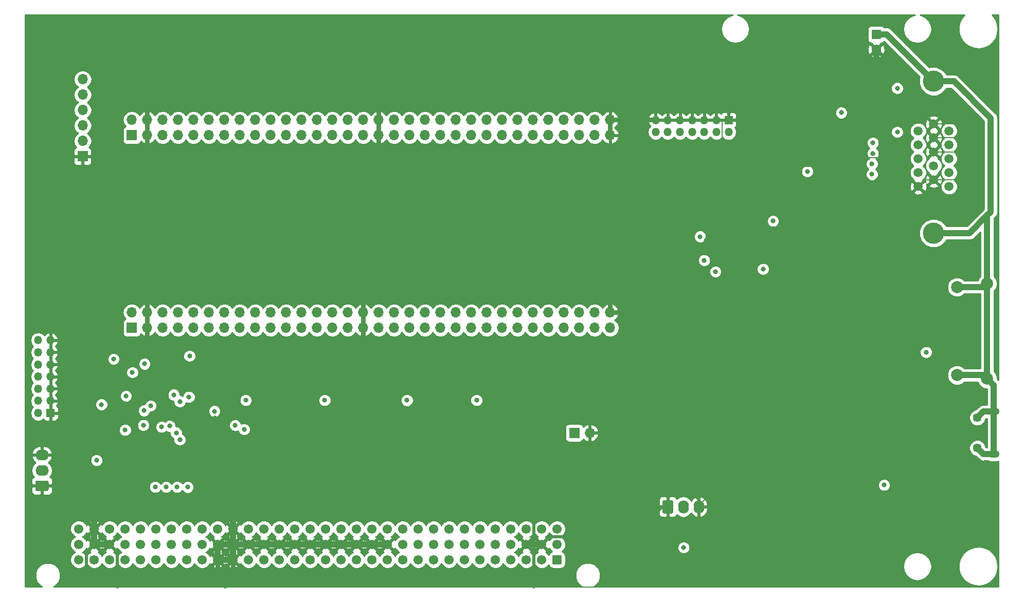
<source format=gbr>
G04 #@! TF.GenerationSoftware,KiCad,Pcbnew,5.0.2+dfsg1-1~bpo9+1*
G04 #@! TF.CreationDate,2021-12-20T11:51:13+01:00*
G04 #@! TF.ProjectId,nubus-to-ztex,6e756275-732d-4746-9f2d-7a7465782e6b,rev?*
G04 #@! TF.SameCoordinates,Original*
G04 #@! TF.FileFunction,Copper,L2,Inr*
G04 #@! TF.FilePolarity,Positive*
%FSLAX46Y46*%
G04 Gerber Fmt 4.6, Leading zero omitted, Abs format (unit mm)*
G04 Created by KiCad (PCBNEW 5.0.2+dfsg1-1~bpo9+1) date Mon Dec 20 11:51:13 2021*
%MOMM*%
%LPD*%
G01*
G04 APERTURE LIST*
G04 #@! TA.AperFunction,Conductor*
%ADD10C,0.100000*%
G04 #@! TD*
G04 #@! TA.AperFunction,ViaPad*
%ADD11C,1.740000*%
G04 #@! TD*
G04 #@! TA.AperFunction,ViaPad*
%ADD12O,2.200000X1.740000*%
G04 #@! TD*
G04 #@! TA.AperFunction,ViaPad*
%ADD13C,1.450000*%
G04 #@! TD*
G04 #@! TA.AperFunction,ViaPad*
%ADD14O,1.900000X1.200000*%
G04 #@! TD*
G04 #@! TA.AperFunction,ViaPad*
%ADD15R,1.700000X1.700000*%
G04 #@! TD*
G04 #@! TA.AperFunction,ViaPad*
%ADD16O,1.700000X1.700000*%
G04 #@! TD*
G04 #@! TA.AperFunction,ViaPad*
%ADD17R,1.350000X1.350000*%
G04 #@! TD*
G04 #@! TA.AperFunction,ViaPad*
%ADD18O,1.350000X1.350000*%
G04 #@! TD*
G04 #@! TA.AperFunction,ViaPad*
%ADD19O,1.740000X2.200000*%
G04 #@! TD*
G04 #@! TA.AperFunction,ViaPad*
%ADD20C,2.000000*%
G04 #@! TD*
G04 #@! TA.AperFunction,ViaPad*
%ADD21C,1.500000*%
G04 #@! TD*
G04 #@! TA.AperFunction,ViaPad*
%ADD22C,3.500000*%
G04 #@! TD*
G04 #@! TA.AperFunction,ViaPad*
%ADD23R,1.600000X1.600000*%
G04 #@! TD*
G04 #@! TA.AperFunction,ViaPad*
%ADD24C,1.600000*%
G04 #@! TD*
G04 #@! TA.AperFunction,ViaPad*
%ADD25C,1.550000*%
G04 #@! TD*
G04 #@! TA.AperFunction,ViaPad*
%ADD26C,0.800000*%
G04 #@! TD*
G04 #@! TA.AperFunction,Conductor*
%ADD27C,0.152400*%
G04 #@! TD*
G04 #@! TA.AperFunction,Conductor*
%ADD28C,1.000000*%
G04 #@! TD*
G04 #@! TA.AperFunction,Conductor*
%ADD29C,0.800000*%
G04 #@! TD*
G04 #@! TA.AperFunction,Conductor*
%ADD30C,0.500000*%
G04 #@! TD*
G04 #@! TA.AperFunction,Conductor*
%ADD31C,0.250000*%
G04 #@! TD*
G04 #@! TA.AperFunction,Conductor*
%ADD32C,0.254000*%
G04 #@! TD*
G04 APERTURE END LIST*
D10*
G04 #@! TO.N,GND*
G04 #@! TO.C,J10*
G36*
X116074505Y-86931204D02*
X116098773Y-86934804D01*
X116122572Y-86940765D01*
X116145671Y-86949030D01*
X116167850Y-86959520D01*
X116188893Y-86972132D01*
X116208599Y-86986747D01*
X116226777Y-87003223D01*
X116243253Y-87021401D01*
X116257868Y-87041107D01*
X116270480Y-87062150D01*
X116280970Y-87084329D01*
X116289235Y-87107428D01*
X116295196Y-87131227D01*
X116298796Y-87155495D01*
X116300000Y-87179999D01*
X116300000Y-88420001D01*
X116298796Y-88444505D01*
X116295196Y-88468773D01*
X116289235Y-88492572D01*
X116280970Y-88515671D01*
X116270480Y-88537850D01*
X116257868Y-88558893D01*
X116243253Y-88578599D01*
X116226777Y-88596777D01*
X116208599Y-88613253D01*
X116188893Y-88627868D01*
X116167850Y-88640480D01*
X116145671Y-88650970D01*
X116122572Y-88659235D01*
X116098773Y-88665196D01*
X116074505Y-88668796D01*
X116050001Y-88670000D01*
X114349999Y-88670000D01*
X114325495Y-88668796D01*
X114301227Y-88665196D01*
X114277428Y-88659235D01*
X114254329Y-88650970D01*
X114232150Y-88640480D01*
X114211107Y-88627868D01*
X114191401Y-88613253D01*
X114173223Y-88596777D01*
X114156747Y-88578599D01*
X114142132Y-88558893D01*
X114129520Y-88537850D01*
X114119030Y-88515671D01*
X114110765Y-88492572D01*
X114104804Y-88468773D01*
X114101204Y-88444505D01*
X114100000Y-88420001D01*
X114100000Y-87179999D01*
X114101204Y-87155495D01*
X114104804Y-87131227D01*
X114110765Y-87107428D01*
X114119030Y-87084329D01*
X114129520Y-87062150D01*
X114142132Y-87041107D01*
X114156747Y-87021401D01*
X114173223Y-87003223D01*
X114191401Y-86986747D01*
X114211107Y-86972132D01*
X114232150Y-86959520D01*
X114254329Y-86949030D01*
X114277428Y-86940765D01*
X114301227Y-86934804D01*
X114325495Y-86931204D01*
X114349999Y-86930000D01*
X116050001Y-86930000D01*
X116074505Y-86931204D01*
X116074505Y-86931204D01*
G37*
D11*
X115200000Y-87800000D03*
D12*
G04 #@! TO.N,+12V*
X115200000Y-85260000D03*
G04 #@! TO.N,GND*
X115200000Y-82720000D03*
G04 #@! TD*
D13*
G04 #@! TO.N,SHIELD*
G04 #@! TO.C,J6*
X269197500Y-81570000D03*
X269197500Y-76570000D03*
D14*
X271897500Y-82570000D03*
X271897500Y-75570000D03*
G04 #@! TD*
D15*
G04 #@! TO.N,+3V3*
G04 #@! TO.C,J9*
X202830000Y-79080000D03*
D16*
G04 #@! TO.N,GND*
X205370000Y-79080000D03*
G04 #@! TD*
D17*
G04 #@! TO.N,GND*
G04 #@! TO.C,J8*
X116600000Y-75800000D03*
D18*
G04 #@! TO.N,+3V3*
X114600000Y-75800000D03*
G04 #@! TO.N,GND*
X116600000Y-73800000D03*
G04 #@! TO.N,CPLD_JTAG_TMS*
X114600000Y-73800000D03*
G04 #@! TO.N,GND*
X116600000Y-71800000D03*
G04 #@! TO.N,CPLD_JTAG_TCK*
X114600000Y-71800000D03*
G04 #@! TO.N,GND*
X116600000Y-69800000D03*
G04 #@! TO.N,CPLD_JTAG_TDO*
X114600000Y-69800000D03*
G04 #@! TO.N,GND*
X116600000Y-67800000D03*
G04 #@! TO.N,CPLD_JTAG_TDI*
X114600000Y-67800000D03*
G04 #@! TO.N,GND*
X116600000Y-65800000D03*
G04 #@! TO.N,Net-(J8-Pad12)*
X114600000Y-65800000D03*
G04 #@! TO.N,GND*
X116600000Y-63800000D03*
G04 #@! TO.N,Net-(J8-Pad14)*
X114600000Y-63800000D03*
G04 #@! TD*
D10*
G04 #@! TO.N,GND*
G04 #@! TO.C,J7*
G36*
X218884505Y-90171204D02*
X218908773Y-90174804D01*
X218932572Y-90180765D01*
X218955671Y-90189030D01*
X218977850Y-90199520D01*
X218998893Y-90212132D01*
X219018599Y-90226747D01*
X219036777Y-90243223D01*
X219053253Y-90261401D01*
X219067868Y-90281107D01*
X219080480Y-90302150D01*
X219090970Y-90324329D01*
X219099235Y-90347428D01*
X219105196Y-90371227D01*
X219108796Y-90395495D01*
X219110000Y-90419999D01*
X219110000Y-92120001D01*
X219108796Y-92144505D01*
X219105196Y-92168773D01*
X219099235Y-92192572D01*
X219090970Y-92215671D01*
X219080480Y-92237850D01*
X219067868Y-92258893D01*
X219053253Y-92278599D01*
X219036777Y-92296777D01*
X219018599Y-92313253D01*
X218998893Y-92327868D01*
X218977850Y-92340480D01*
X218955671Y-92350970D01*
X218932572Y-92359235D01*
X218908773Y-92365196D01*
X218884505Y-92368796D01*
X218860001Y-92370000D01*
X217619999Y-92370000D01*
X217595495Y-92368796D01*
X217571227Y-92365196D01*
X217547428Y-92359235D01*
X217524329Y-92350970D01*
X217502150Y-92340480D01*
X217481107Y-92327868D01*
X217461401Y-92313253D01*
X217443223Y-92296777D01*
X217426747Y-92278599D01*
X217412132Y-92258893D01*
X217399520Y-92237850D01*
X217389030Y-92215671D01*
X217380765Y-92192572D01*
X217374804Y-92168773D01*
X217371204Y-92144505D01*
X217370000Y-92120001D01*
X217370000Y-90419999D01*
X217371204Y-90395495D01*
X217374804Y-90371227D01*
X217380765Y-90347428D01*
X217389030Y-90324329D01*
X217399520Y-90302150D01*
X217412132Y-90281107D01*
X217426747Y-90261401D01*
X217443223Y-90243223D01*
X217461401Y-90226747D01*
X217481107Y-90212132D01*
X217502150Y-90199520D01*
X217524329Y-90189030D01*
X217547428Y-90180765D01*
X217571227Y-90174804D01*
X217595495Y-90171204D01*
X217619999Y-90170000D01*
X218860001Y-90170000D01*
X218884505Y-90171204D01*
X218884505Y-90171204D01*
G37*
D11*
X218240000Y-91270000D03*
D19*
G04 #@! TO.N,+5V*
X220780000Y-91270000D03*
G04 #@! TO.N,GND*
X223320000Y-91270000D03*
G04 #@! TD*
D15*
G04 #@! TO.N,Net-(JCD1-Pad1)*
G04 #@! TO.C,JCD1*
X130000000Y-30000000D03*
D16*
G04 #@! TO.N,Net-(JCD1-Pad2)*
X130000000Y-27460000D03*
G04 #@! TO.N,GND*
X132540000Y-30000000D03*
X132540000Y-27460000D03*
G04 #@! TO.N,/B2B/RX*
X135080000Y-30000000D03*
G04 #@! TO.N,/B2B/TX*
X135080000Y-27460000D03*
G04 #@! TO.N,~ID3_3V3*
X137620000Y-30000000D03*
G04 #@! TO.N,~ID2_3V3*
X137620000Y-27460000D03*
G04 #@! TO.N,~ID0_3V3*
X140160000Y-30000000D03*
G04 #@! TO.N,~ID1_3V3*
X140160000Y-27460000D03*
G04 #@! TO.N,tmoen*
X142700000Y-30000000D03*
G04 #@! TO.N,LED0*
X142700000Y-27460000D03*
G04 #@! TO.N,HDMI_HPD_A*
X145240000Y-30000000D03*
G04 #@! TO.N,LED1*
X145240000Y-27460000D03*
G04 #@! TO.N,HDMI_SDA_A*
X147780000Y-30000000D03*
G04 #@! TO.N,LED2*
X147780000Y-27460000D03*
G04 #@! TO.N,HDMI_SCL_A*
X150320000Y-30000000D03*
G04 #@! TO.N,LED3*
X150320000Y-27460000D03*
G04 #@! TO.N,HDMI_CEC_A*
X152860000Y-30000000D03*
G04 #@! TO.N,FPGA_VGA_HS*
X152860000Y-27460000D03*
G04 #@! TO.N,HDMI_CLK+*
X155400000Y-30000000D03*
G04 #@! TO.N,FPGA_VGA_VS*
X155400000Y-27460000D03*
G04 #@! TO.N,HDMI_CLK-*
X157940000Y-30000000D03*
G04 #@! TO.N,HDMI_D0-*
X157940000Y-27460000D03*
G04 #@! TO.N,HDMI_D1-*
X160480000Y-30000000D03*
G04 #@! TO.N,HDMI_D0+*
X160480000Y-27460000D03*
G04 #@! TO.N,HDMI_D1+*
X163020000Y-30000000D03*
G04 #@! TO.N,HDMI_D2-*
X163020000Y-27460000D03*
G04 #@! TO.N,FPGA_VGA_CLK*
X165560000Y-30000000D03*
G04 #@! TO.N,HDMI_D2+*
X165560000Y-27460000D03*
G04 #@! TO.N,+3V3*
X168100000Y-30000000D03*
X168100000Y-27460000D03*
G04 #@! TO.N,GND*
X170640000Y-30000000D03*
X170640000Y-27460000D03*
G04 #@! TO.N,+3V3*
X173180000Y-30000000D03*
X173180000Y-27460000D03*
G04 #@! TO.N,FPGA_B7*
X175720000Y-30000000D03*
G04 #@! TO.N,FPGA_R0*
X175720000Y-27460000D03*
G04 #@! TO.N,FPGA_B6*
X178260000Y-30000000D03*
G04 #@! TO.N,FPGA_R1*
X178260000Y-27460000D03*
G04 #@! TO.N,FPGA_B5*
X180800000Y-30000000D03*
G04 #@! TO.N,FPGA_R2*
X180800000Y-27460000D03*
G04 #@! TO.N,FPGA_B4*
X183340000Y-30000000D03*
G04 #@! TO.N,FPGA_R3*
X183340000Y-27460000D03*
G04 #@! TO.N,FPGA_B3*
X185880000Y-30000000D03*
G04 #@! TO.N,FPGA_R4*
X185880000Y-27460000D03*
G04 #@! TO.N,FPGA_B2*
X188420000Y-30000000D03*
G04 #@! TO.N,FPGA_R5*
X188420000Y-27460000D03*
G04 #@! TO.N,FPGA_B1*
X190960000Y-30000000D03*
G04 #@! TO.N,FPGA_R6*
X190960000Y-27460000D03*
G04 #@! TO.N,FPGA_B0*
X193500000Y-30000000D03*
G04 #@! TO.N,FPGA_R7*
X193500000Y-27460000D03*
G04 #@! TO.N,FPGA_G7*
X196040000Y-30000000D03*
G04 #@! TO.N,FPGA_G0*
X196040000Y-27460000D03*
G04 #@! TO.N,FPGA_G6*
X198580000Y-30000000D03*
G04 #@! TO.N,FPGA_G1*
X198580000Y-27460000D03*
G04 #@! TO.N,FPGA_G5*
X201120000Y-30000000D03*
G04 #@! TO.N,FPGA_G2*
X201120000Y-27460000D03*
G04 #@! TO.N,FPGA_G4*
X203660000Y-30000000D03*
G04 #@! TO.N,FPGA_G3*
X203660000Y-27460000D03*
G04 #@! TO.N,FPGA_JTAG_TDO*
X206200000Y-30000000D03*
G04 #@! TO.N,FPGA_JTAG_TMS*
X206200000Y-27460000D03*
G04 #@! TO.N,GND*
X208740000Y-30000000D03*
X208740000Y-27460000D03*
G04 #@! TD*
D17*
G04 #@! TO.N,GND*
G04 #@! TO.C,J1*
X228230000Y-27500000D03*
D18*
G04 #@! TO.N,/B2B/JTAG_VIO*
X228230000Y-29500000D03*
G04 #@! TO.N,GND*
X226230000Y-27500000D03*
G04 #@! TO.N,FPGA_JTAG_TMS*
X226230000Y-29500000D03*
G04 #@! TO.N,GND*
X224230000Y-27500000D03*
G04 #@! TO.N,FPGA_JTAG_TCK*
X224230000Y-29500000D03*
G04 #@! TO.N,GND*
X222230000Y-27500000D03*
G04 #@! TO.N,FPGA_JTAG_TDO*
X222230000Y-29500000D03*
G04 #@! TO.N,GND*
X220230000Y-27500000D03*
G04 #@! TO.N,FPGA_JTAG_TDI*
X220230000Y-29500000D03*
G04 #@! TO.N,GND*
X218230000Y-27500000D03*
G04 #@! TO.N,Net-(J1-Pad12)*
X218230000Y-29500000D03*
G04 #@! TO.N,GND*
X216230000Y-27500000D03*
G04 #@! TO.N,Net-(J1-Pad14)*
X216230000Y-29500000D03*
G04 #@! TD*
D20*
G04 #@! TO.N,SHIELD*
G04 #@! TO.C,J5*
X270800000Y-70150000D03*
X270800000Y-54450000D03*
X265850000Y-69550000D03*
X265850000Y-55050000D03*
G04 #@! TD*
D21*
G04 #@! TO.N,Net-(J4-Pad15)*
G04 #@! TO.C,J4*
X264540000Y-38460000D03*
G04 #@! TO.N,/vga/VGA_VS*
X264540000Y-36170000D03*
G04 #@! TO.N,/vga/VGA_HS*
X264540000Y-33876000D03*
G04 #@! TO.N,Net-(J4-Pad12)*
X264540000Y-31590000D03*
G04 #@! TO.N,Net-(J4-Pad11)*
X264540000Y-29300000D03*
G04 #@! TO.N,GND*
X262000000Y-37320000D03*
G04 #@! TO.N,Net-(J4-Pad9)*
X262000000Y-35030000D03*
G04 #@! TO.N,GND*
X262000000Y-32740000D03*
X262000000Y-30450000D03*
X262000000Y-28160000D03*
X259460000Y-38460000D03*
G04 #@! TO.N,Net-(J4-Pad4)*
X259460000Y-36170000D03*
G04 #@! TO.N,/vga/VGA_B*
X259460000Y-33880000D03*
G04 #@! TO.N,/vga/VGA_G*
X259460000Y-31590000D03*
G04 #@! TO.N,/vga/VGA_R*
X259460000Y-29300000D03*
D22*
G04 #@! TO.N,SHIELD*
X262000000Y-21130000D03*
X262000000Y-46130000D03*
G04 #@! TD*
D23*
G04 #@! TO.N,SHIELD*
G04 #@! TO.C,C11*
X252540000Y-13380000D03*
D24*
G04 #@! TO.N,GND*
X252540000Y-15880000D03*
G04 #@! TD*
D10*
G04 #@! TO.N,-12V*
G04 #@! TO.C,J3*
G36*
X200549505Y-99226204D02*
X200573773Y-99229804D01*
X200597572Y-99235765D01*
X200620671Y-99244030D01*
X200642850Y-99254520D01*
X200663893Y-99267132D01*
X200683599Y-99281747D01*
X200701777Y-99298223D01*
X200718253Y-99316401D01*
X200732868Y-99336107D01*
X200745480Y-99357150D01*
X200755970Y-99379329D01*
X200764235Y-99402428D01*
X200770196Y-99426227D01*
X200773796Y-99450495D01*
X200775000Y-99474999D01*
X200775000Y-100525001D01*
X200773796Y-100549505D01*
X200770196Y-100573773D01*
X200764235Y-100597572D01*
X200755970Y-100620671D01*
X200745480Y-100642850D01*
X200732868Y-100663893D01*
X200718253Y-100683599D01*
X200701777Y-100701777D01*
X200683599Y-100718253D01*
X200663893Y-100732868D01*
X200642850Y-100745480D01*
X200620671Y-100755970D01*
X200597572Y-100764235D01*
X200573773Y-100770196D01*
X200549505Y-100773796D01*
X200525001Y-100775000D01*
X199474999Y-100775000D01*
X199450495Y-100773796D01*
X199426227Y-100770196D01*
X199402428Y-100764235D01*
X199379329Y-100755970D01*
X199357150Y-100745480D01*
X199336107Y-100732868D01*
X199316401Y-100718253D01*
X199298223Y-100701777D01*
X199281747Y-100683599D01*
X199267132Y-100663893D01*
X199254520Y-100642850D01*
X199244030Y-100620671D01*
X199235765Y-100597572D01*
X199229804Y-100573773D01*
X199226204Y-100549505D01*
X199225000Y-100525001D01*
X199225000Y-99474999D01*
X199226204Y-99450495D01*
X199229804Y-99426227D01*
X199235765Y-99402428D01*
X199244030Y-99379329D01*
X199254520Y-99357150D01*
X199267132Y-99336107D01*
X199281747Y-99316401D01*
X199298223Y-99298223D01*
X199316401Y-99281747D01*
X199336107Y-99267132D01*
X199357150Y-99254520D01*
X199379329Y-99244030D01*
X199402428Y-99235765D01*
X199426227Y-99229804D01*
X199450495Y-99226204D01*
X199474999Y-99225000D01*
X200525001Y-99225000D01*
X200549505Y-99226204D01*
X200549505Y-99226204D01*
G37*
D25*
X200000000Y-100000000D03*
G04 #@! TO.N,SB0_5V*
X197460000Y-100000000D03*
G04 #@! TO.N,~SPV_5V*
X194920000Y-100000000D03*
G04 #@! TO.N,~SP_5V*
X192380000Y-100000000D03*
G04 #@! TO.N,~TM1_5V*
X189840000Y-100000000D03*
G04 #@! TO.N,~AD1_5V*
X187300000Y-100000000D03*
G04 #@! TO.N,~AD3_5V*
X184760000Y-100000000D03*
G04 #@! TO.N,~AD5_5V*
X182220000Y-100000000D03*
G04 #@! TO.N,~AD7_5V*
X179680000Y-100000000D03*
G04 #@! TO.N,~AD9_5V*
X177140000Y-100000000D03*
G04 #@! TO.N,~AD11_5V*
X174600000Y-100000000D03*
G04 #@! TO.N,~AD13_5V*
X172060000Y-100000000D03*
G04 #@! TO.N,~AD15_5V*
X169520000Y-100000000D03*
G04 #@! TO.N,~AD17_5V*
X166980000Y-100000000D03*
G04 #@! TO.N,~AD19_5V*
X164440000Y-100000000D03*
G04 #@! TO.N,~AD21_5V*
X161900000Y-100000000D03*
G04 #@! TO.N,~AD23_5V*
X159360000Y-100000000D03*
G04 #@! TO.N,~AD25_5V*
X156820000Y-100000000D03*
G04 #@! TO.N,~AD27_5V*
X154280000Y-100000000D03*
G04 #@! TO.N,~AD29_5V*
X151740000Y-100000000D03*
G04 #@! TO.N,~AD31_5V*
X149200000Y-100000000D03*
G04 #@! TO.N,GND*
X146660000Y-100000000D03*
X144120000Y-100000000D03*
G04 #@! TO.N,~ARB1_5V*
X141580000Y-100000000D03*
G04 #@! TO.N,~ARB3_5V*
X139040000Y-100000000D03*
G04 #@! TO.N,~ID1_5V*
X136500000Y-100000000D03*
G04 #@! TO.N,~ID3_5V*
X133960000Y-100000000D03*
G04 #@! TO.N,~ACK_5V*
X131420000Y-100000000D03*
G04 #@! TO.N,+5V*
X128880000Y-100000000D03*
G04 #@! TO.N,~RQST_5V*
X126340000Y-100000000D03*
G04 #@! TO.N,~NMRQ_5V*
X123800000Y-100000000D03*
G04 #@! TO.N,+12V*
X121260000Y-100000000D03*
G04 #@! TO.N,-12V*
X200000000Y-97460000D03*
G04 #@! TO.N,GND*
X197460000Y-97460000D03*
X194920000Y-97460000D03*
G04 #@! TO.N,+5V*
X192380000Y-97460000D03*
X189840000Y-97460000D03*
X187300000Y-97460000D03*
X184760000Y-97460000D03*
G04 #@! TO.N,~TM2_5V*
X182220000Y-97460000D03*
G04 #@! TO.N,~CM0_5V*
X179680000Y-97460000D03*
G04 #@! TO.N,~CM1_5V*
X177140000Y-97460000D03*
G04 #@! TO.N,~CM2_5V*
X174600000Y-97460000D03*
G04 #@! TO.N,GND*
X172060000Y-97460000D03*
X169520000Y-97460000D03*
X166980000Y-97460000D03*
X164440000Y-97460000D03*
X161900000Y-97460000D03*
X159360000Y-97460000D03*
X156820000Y-97460000D03*
X154280000Y-97460000D03*
X151740000Y-97460000D03*
X149200000Y-97460000D03*
X146660000Y-97460000D03*
X144120000Y-97460000D03*
G04 #@! TO.N,~CLK2X_5V*
X141580000Y-97460000D03*
G04 #@! TO.N,STDBYPWR*
X139040000Y-97460000D03*
G04 #@! TO.N,~CLK2XEN_5V*
X136500000Y-97460000D03*
G04 #@! TO.N,~CBUSY_5V*
X133960000Y-97460000D03*
G04 #@! TO.N,+5V*
X131420000Y-97460000D03*
X128880000Y-97460000D03*
G04 #@! TO.N,GND*
X126340000Y-97460000D03*
X123800000Y-97460000D03*
G04 #@! TO.N,+12V*
X121260000Y-97460000D03*
G04 #@! TO.N,~RESET_5V*
X200000000Y-94920000D03*
G04 #@! TO.N,SB1_5V*
X197460000Y-94920000D03*
G04 #@! TO.N,+5V*
X194920000Y-94920000D03*
X192380000Y-94920000D03*
G04 #@! TO.N,~TM0_5V*
X189840000Y-94920000D03*
G04 #@! TO.N,~AD0_5V*
X187300000Y-94920000D03*
G04 #@! TO.N,~AD2_5V*
X184760000Y-94920000D03*
G04 #@! TO.N,~AD4_5V*
X182220000Y-94920000D03*
G04 #@! TO.N,~AD6_5V*
X179680000Y-94920000D03*
G04 #@! TO.N,~AD8_5V*
X177140000Y-94920000D03*
G04 #@! TO.N,~AD10_5V*
X174600000Y-94920000D03*
G04 #@! TO.N,~AD12_5V*
X172060000Y-94920000D03*
G04 #@! TO.N,~AD14_5V*
X169520000Y-94920000D03*
G04 #@! TO.N,~AD16_5V*
X166980000Y-94920000D03*
G04 #@! TO.N,~AD18_5V*
X164440000Y-94920000D03*
G04 #@! TO.N,~AD20_5V*
X161900000Y-94920000D03*
G04 #@! TO.N,~AD22_5V*
X159360000Y-94920000D03*
G04 #@! TO.N,~AD24_5V*
X156820000Y-94920000D03*
G04 #@! TO.N,~AD26_5V*
X154280000Y-94920000D03*
G04 #@! TO.N,~AD28_5V*
X151740000Y-94920000D03*
G04 #@! TO.N,~AD30_5V*
X149200000Y-94920000D03*
G04 #@! TO.N,GND*
X146660000Y-94920000D03*
G04 #@! TO.N,~PFW_5V*
X144120000Y-94920000D03*
G04 #@! TO.N,~ARB0_5V*
X141580000Y-94920000D03*
G04 #@! TO.N,~ARB2_5V*
X139040000Y-94920000D03*
G04 #@! TO.N,~ID0_5V*
X136500000Y-94920000D03*
G04 #@! TO.N,~ID2_5V*
X133960000Y-94920000D03*
G04 #@! TO.N,~START_5V*
X131420000Y-94920000D03*
G04 #@! TO.N,+5V*
X128880000Y-94920000D03*
X126340000Y-94920000D03*
G04 #@! TO.N,GND*
X123800000Y-94920000D03*
G04 #@! TO.N,~CLK_5V*
X121260000Y-94920000D03*
G04 #@! TD*
D16*
G04 #@! TO.N,Net-(J2-Pad6)*
G04 #@! TO.C,J2*
X121900000Y-20800000D03*
G04 #@! TO.N,/B2B/TX*
X121900000Y-23340000D03*
G04 #@! TO.N,/B2B/RX*
X121900000Y-25880000D03*
G04 #@! TO.N,Net-(J2-Pad3)*
X121900000Y-28420000D03*
G04 #@! TO.N,Net-(J2-Pad2)*
X121900000Y-30960000D03*
D15*
G04 #@! TO.N,GND*
X121900000Y-33500000D03*
G04 #@! TD*
D16*
G04 #@! TO.N,GND*
G04 #@! TO.C,JAB1*
X208740000Y-59210000D03*
G04 #@! TO.N,/B2B/JTAG_VIO*
X208740000Y-61750000D03*
G04 #@! TO.N,FPGA_JTAG_TCK*
X206200000Y-59210000D03*
G04 #@! TO.N,FPGA_JTAG_TDI*
X206200000Y-61750000D03*
G04 #@! TO.N,USBH0_D-*
X203660000Y-59210000D03*
G04 #@! TO.N,USBH0_D+*
X203660000Y-61750000D03*
G04 #@! TO.N,~AD0_3V3*
X201120000Y-59210000D03*
G04 #@! TO.N,~AD1_3V3*
X201120000Y-61750000D03*
G04 #@! TO.N,~AD2_3V3*
X198580000Y-59210000D03*
G04 #@! TO.N,~AD3_3V3*
X198580000Y-61750000D03*
G04 #@! TO.N,~AD4_3V3*
X196040000Y-59210000D03*
G04 #@! TO.N,~AD5_3V3*
X196040000Y-61750000D03*
G04 #@! TO.N,~AD6_3V3*
X193500000Y-59210000D03*
G04 #@! TO.N,~AD7_3V3*
X193500000Y-61750000D03*
G04 #@! TO.N,~AD8_3V3*
X190960000Y-59210000D03*
G04 #@! TO.N,~AD9_3V3*
X190960000Y-61750000D03*
G04 #@! TO.N,~AD10_3V3*
X188420000Y-59210000D03*
G04 #@! TO.N,~AD11_3V3*
X188420000Y-61750000D03*
G04 #@! TO.N,~AD12_3V3*
X185880000Y-59210000D03*
G04 #@! TO.N,~AD13_3V3*
X185880000Y-61750000D03*
G04 #@! TO.N,~AD14_3V3*
X183340000Y-59210000D03*
G04 #@! TO.N,~AD15_3V3*
X183340000Y-61750000D03*
G04 #@! TO.N,~AD16_3V3*
X180800000Y-59210000D03*
G04 #@! TO.N,~AD17_3V3*
X180800000Y-61750000D03*
G04 #@! TO.N,~AD18_3V3*
X178260000Y-59210000D03*
G04 #@! TO.N,~AD19_3V3*
X178260000Y-61750000D03*
G04 #@! TO.N,~AD20_3V3*
X175720000Y-59210000D03*
G04 #@! TO.N,~AD21_3V3*
X175720000Y-61750000D03*
G04 #@! TO.N,~AD22_3V3*
X173180000Y-59210000D03*
G04 #@! TO.N,~AD23_3V3*
X173180000Y-61750000D03*
G04 #@! TO.N,+3V3*
X170640000Y-59210000D03*
X170640000Y-61750000D03*
G04 #@! TO.N,GND*
X168100000Y-59210000D03*
X168100000Y-61750000D03*
G04 #@! TO.N,+3V3*
X165560000Y-59210000D03*
X165560000Y-61750000D03*
G04 #@! TO.N,~AD24_3V3*
X163020000Y-59210000D03*
G04 #@! TO.N,NUBUS_OE*
X163020000Y-61750000D03*
G04 #@! TO.N,~AD26_3V3*
X160480000Y-59210000D03*
G04 #@! TO.N,~AD25_3V3*
X160480000Y-61750000D03*
G04 #@! TO.N,~AD28_3V3*
X157940000Y-59210000D03*
G04 #@! TO.N,~AD27_3V3*
X157940000Y-61750000D03*
G04 #@! TO.N,~AD30_3V3*
X155400000Y-59210000D03*
G04 #@! TO.N,~AD29_3V3*
X155400000Y-61750000D03*
G04 #@! TO.N,~CLK_3V3*
X152860000Y-59210000D03*
G04 #@! TO.N,~AD31_3V3*
X152860000Y-61750000D03*
G04 #@! TO.N,NUBUS_AD_DIR*
X150320000Y-59210000D03*
G04 #@! TO.N,~RESET_3V3*
X150320000Y-61750000D03*
G04 #@! TO.N,fpga_to_cpld_signal_2*
X147780000Y-59210000D03*
G04 #@! TO.N,NUBUS_MASTER_DIR*
X147780000Y-61750000D03*
G04 #@! TO.N,fpga_to_cpld_clk*
X145240000Y-59210000D03*
G04 #@! TO.N,fpga_to_cpld_signal*
X145240000Y-61750000D03*
G04 #@! TO.N,ARB*
X142700000Y-59210000D03*
G04 #@! TO.N,GRANT*
X142700000Y-61750000D03*
G04 #@! TO.N,~ACK_3V3*
X140160000Y-59210000D03*
G04 #@! TO.N,~START_3V3*
X140160000Y-61750000D03*
G04 #@! TO.N,~TM1_3V3*
X137620000Y-59210000D03*
G04 #@! TO.N,~TM0_3V3*
X137620000Y-61750000D03*
G04 #@! TO.N,~NMRQ_3V3*
X135080000Y-59210000D03*
G04 #@! TO.N,~RQST_3V3*
X135080000Y-61750000D03*
G04 #@! TO.N,GND*
X132540000Y-59210000D03*
X132540000Y-61750000D03*
G04 #@! TO.N,+5V*
X130000000Y-59210000D03*
D15*
X130000000Y-61750000D03*
G04 #@! TD*
D26*
G04 #@! TO.N,GND*
X255250000Y-27250000D03*
X234220000Y-50625000D03*
X233500000Y-47375000D03*
X256010000Y-87920000D03*
X243770000Y-35180000D03*
X267000000Y-58050000D03*
X262640000Y-79355000D03*
X252900000Y-82730000D03*
X222350000Y-53330000D03*
X267000000Y-65550000D03*
X141650000Y-14352500D03*
X233040000Y-42562500D03*
X224510000Y-47375000D03*
X242870000Y-30170000D03*
X141900000Y-67700000D03*
X224140000Y-96000000D03*
X143700000Y-76600000D03*
X144900000Y-80500000D03*
X138600000Y-71900000D03*
X168820000Y-55760000D03*
X168357500Y-79750000D03*
X155357500Y-79750000D03*
X181857500Y-79750000D03*
X193357500Y-79750000D03*
X163000000Y-71000000D03*
X188000000Y-71000000D03*
X176500000Y-71000000D03*
X149900000Y-71000000D03*
X134300000Y-83680000D03*
X127100000Y-70212500D03*
X128400000Y-77100000D03*
X120600000Y-68800000D03*
X256000000Y-33000000D03*
X256000000Y-31250000D03*
X248670000Y-34670001D03*
X247020000Y-29510000D03*
X246250000Y-22250000D03*
X248890000Y-16170000D03*
X267730000Y-79355000D03*
X267720000Y-77180000D03*
X251500000Y-23100000D03*
X248840000Y-40287500D03*
X237972500Y-37170000D03*
G04 #@! TO.N,+3V3*
X246800000Y-26300000D03*
X186750000Y-73687500D03*
X175300000Y-73700000D03*
X148750000Y-73687500D03*
X161750000Y-73687500D03*
X129050000Y-73000000D03*
X235550000Y-44137500D03*
X139500000Y-66400000D03*
X223550000Y-46725000D03*
X147000000Y-77812500D03*
X125012500Y-74400000D03*
X127000000Y-66900000D03*
X226080000Y-52500000D03*
X252000000Y-31250000D03*
X252000000Y-33000000D03*
X256000000Y-29500000D03*
X256000000Y-22250000D03*
X241210000Y-35980000D03*
G04 #@! TO.N,+5V*
X253850000Y-87660000D03*
X224230000Y-50622500D03*
X137447842Y-88000000D03*
X135647842Y-88000000D03*
X133847842Y-88000000D03*
X139171568Y-88014972D03*
X220840000Y-97970000D03*
G04 #@! TO.N,~RESET_5V*
X143600000Y-75500000D03*
G04 #@! TO.N,~TM1_5V*
X132000000Y-75400000D03*
G04 #@! TO.N,~NMRQ_5V*
X124200000Y-83600000D03*
G04 #@! TO.N,~TM0_5V*
X133100000Y-74600000D03*
G04 #@! TO.N,~START_3V3*
X131900000Y-77800000D03*
G04 #@! TO.N,~ACK_3V3*
X128900000Y-78600000D03*
G04 #@! TO.N,~TM0_3V3*
X132100000Y-67700000D03*
G04 #@! TO.N,~TM1_3V3*
X130100000Y-69100000D03*
G04 #@! TO.N,FPGA_VGA_HS*
X251850000Y-34730000D03*
G04 #@! TO.N,FPGA_VGA_VS*
X251850000Y-36460000D03*
G04 #@! TO.N,HDMI_5V*
X233920000Y-52070000D03*
X260760000Y-65782500D03*
G04 #@! TO.N,NUBUS_AD_DIR*
X148500000Y-78500000D03*
G04 #@! TO.N,CPLD_JTAG_TDI*
X134900000Y-78100000D03*
G04 #@! TO.N,CPLD_JTAG_TDO*
X136200000Y-77933333D03*
X139400000Y-73150000D03*
G04 #@! TO.N,CPLD_JTAG_TMS*
X137900000Y-80200000D03*
G04 #@! TO.N,CPLD_JTAG_TCK*
X137300000Y-79066666D03*
G04 #@! TO.N,fpga_to_cpld_signal_2*
X137900000Y-73899999D03*
G04 #@! TO.N,fpga_to_cpld_signal*
X136900000Y-72800000D03*
G04 #@! TD*
D27*
G04 #@! TO.N,GND*
X267290000Y-30460000D02*
X267290000Y-28200000D01*
X267260000Y-37320000D02*
X267290000Y-37290000D01*
D28*
X123800000Y-97460000D02*
X123800000Y-94920000D01*
X159360000Y-97460000D02*
X161900000Y-97460000D01*
X151740000Y-97460000D02*
X154280000Y-97460000D01*
X146660000Y-100000000D02*
X146660000Y-97460000D01*
D29*
X132540000Y-61750000D02*
X132540000Y-59210000D01*
D27*
X256010000Y-85840000D02*
X252900000Y-82730000D01*
X234220000Y-50625000D02*
X234220000Y-48095000D01*
D28*
X146660000Y-100000000D02*
X144120000Y-100000000D01*
D27*
X267280000Y-30450000D02*
X267290000Y-30460000D01*
X259460000Y-38460000D02*
X260600000Y-37320000D01*
D28*
X144120000Y-97460000D02*
X146660000Y-97460000D01*
X146660000Y-97460000D02*
X149200000Y-97460000D01*
X154280000Y-97460000D02*
X156820000Y-97460000D01*
D27*
X260600000Y-37320000D02*
X262000000Y-37320000D01*
D28*
X161900000Y-97460000D02*
X164440000Y-97460000D01*
X149200000Y-97460000D02*
X151740000Y-97460000D01*
D27*
X262000000Y-37320000D02*
X267260000Y-37320000D01*
D29*
X132540000Y-27460000D02*
X132540000Y-30000000D01*
D28*
X169520000Y-97460000D02*
X172060000Y-97460000D01*
D27*
X262000000Y-32740000D02*
X267290000Y-32740000D01*
X256010000Y-87920000D02*
X256010000Y-85840000D01*
X262000000Y-30450000D02*
X267280000Y-30450000D01*
D29*
X168100000Y-59210000D02*
X168100000Y-61750000D01*
D28*
X144120000Y-100000000D02*
X144120000Y-97460000D01*
D27*
X198500000Y-104500000D02*
X196170000Y-104500000D01*
D28*
X166980000Y-97460000D02*
X169520000Y-97460000D01*
D27*
X267290000Y-32740000D02*
X267290000Y-37290000D01*
D28*
X164440000Y-97460000D02*
X166980000Y-97460000D01*
D27*
X267290000Y-32740000D02*
X267290000Y-30460000D01*
X234220000Y-48095000D02*
X233500000Y-47375000D01*
D28*
X146660000Y-97460000D02*
X146660000Y-94920000D01*
X156820000Y-97460000D02*
X159360000Y-97460000D01*
D27*
X216190000Y-27460000D02*
X216230000Y-27500000D01*
D29*
X208740000Y-27460000D02*
X216190000Y-27460000D01*
D27*
X216230000Y-27500000D02*
X218230000Y-27500000D01*
X218230000Y-27500000D02*
X220230000Y-27500000D01*
X221184594Y-27500000D02*
X222230000Y-27500000D01*
X220230000Y-27500000D02*
X221184594Y-27500000D01*
X223184594Y-27500000D02*
X224230000Y-27500000D01*
X222230000Y-27500000D02*
X223184594Y-27500000D01*
X224230000Y-27500000D02*
X226230000Y-27500000D01*
X226230000Y-27500000D02*
X228230000Y-27500000D01*
X198510000Y-104510000D02*
X198500000Y-104500000D01*
X145390000Y-104500000D02*
X144000000Y-104500000D01*
D30*
X144120000Y-103230000D02*
X145390000Y-104500000D01*
D29*
X144120000Y-100000000D02*
X144120000Y-103230000D01*
D30*
X146660000Y-103230000D02*
X145390000Y-104500000D01*
D29*
X146660000Y-100000000D02*
X146660000Y-103230000D01*
D27*
X196170000Y-104500000D02*
X145390000Y-104500000D01*
D30*
X196170000Y-98750000D02*
X196170000Y-104500000D01*
D27*
X267250000Y-28160000D02*
X262000000Y-28160000D01*
X267290000Y-28200000D02*
X267250000Y-28160000D01*
X170640000Y-31202081D02*
X170688000Y-31250081D01*
X170640000Y-30000000D02*
X170640000Y-31202081D01*
X220070000Y-53330000D02*
X215100000Y-58300000D01*
X222350000Y-53330000D02*
X220070000Y-53330000D01*
X222350000Y-49535000D02*
X224510000Y-47375000D01*
X222350000Y-53330000D02*
X222350000Y-49535000D01*
X228230000Y-27500000D02*
X229057400Y-27500000D01*
X244280000Y-34670000D02*
X243770000Y-35180000D01*
X224510000Y-47375000D02*
X233500000Y-47375000D01*
X233040000Y-46915000D02*
X233500000Y-47375000D01*
X233040000Y-42562500D02*
X233040000Y-46915000D01*
D30*
X218240000Y-91270000D02*
X217270000Y-91270000D01*
X218240000Y-89620000D02*
X218240000Y-91270000D01*
X223320000Y-91270000D02*
X223320000Y-90017600D01*
X223320000Y-90017600D02*
X222362400Y-89060000D01*
X222362400Y-89060000D02*
X218800000Y-89060000D01*
X218800000Y-89060000D02*
X218240000Y-89620000D01*
X217270000Y-91270000D02*
X212660000Y-95880000D01*
X197460000Y-97460000D02*
X198730000Y-96190000D01*
D27*
X143700000Y-79300000D02*
X144900000Y-80500000D01*
X143700000Y-76600000D02*
X143700000Y-79300000D01*
D29*
X208740000Y-28797919D02*
X208740000Y-27460000D01*
X208740000Y-30000000D02*
X208740000Y-28797919D01*
D30*
X126340000Y-97460000D02*
X127600000Y-98720000D01*
X127600000Y-98720000D02*
X127600000Y-104500000D01*
D27*
X127600000Y-104500000D02*
X124000000Y-104500000D01*
X144000000Y-104500000D02*
X127600000Y-104500000D01*
D30*
X123800000Y-97460000D02*
X122500000Y-98760000D01*
D27*
X122500000Y-103000000D02*
X124000000Y-104500000D01*
D30*
X122500000Y-98760000D02*
X122500000Y-103000000D01*
D27*
X141334315Y-67700000D02*
X141900000Y-67700000D01*
X138600000Y-69669670D02*
X140569670Y-67700000D01*
X140569670Y-67700000D02*
X141334315Y-67700000D01*
X138600000Y-71900000D02*
X138600000Y-69669670D01*
D30*
X212350000Y-96190000D02*
X212660000Y-95880000D01*
X198730000Y-96190000D02*
X212350000Y-96190000D01*
D29*
X170640000Y-27460000D02*
X170640000Y-30000000D01*
X168100000Y-56480000D02*
X168820000Y-55760000D01*
X168100000Y-59210000D02*
X168100000Y-56480000D01*
X168820000Y-55760000D02*
X168820000Y-42180000D01*
X170640000Y-40360000D02*
X170640000Y-30000000D01*
X168820000Y-42180000D02*
X170640000Y-40360000D01*
X168820000Y-55760000D02*
X168820000Y-55760000D01*
D27*
X227402600Y-27500000D02*
X228230000Y-27500000D01*
X227133601Y-27768999D02*
X227402600Y-27500000D01*
X227133601Y-39266399D02*
X227133601Y-27768999D01*
D29*
X208740000Y-59210000D02*
X208740000Y-58007919D01*
D27*
X208740000Y-58007919D02*
X209589999Y-57157920D01*
X209589999Y-57157920D02*
X209589999Y-56810001D01*
X209589999Y-56810001D02*
X227133601Y-39266399D01*
D29*
X208740000Y-59210000D02*
X214190000Y-59210000D01*
X132540000Y-61750000D02*
X132540000Y-64960000D01*
D27*
X131600000Y-65900000D02*
X132540000Y-64960000D01*
X141720000Y-83680000D02*
X144900000Y-80500000D01*
X131320000Y-83680000D02*
X127600000Y-87400000D01*
X193357500Y-79750000D02*
X181857500Y-79750000D01*
X145650000Y-79750000D02*
X144900000Y-80500000D01*
X155357500Y-79750000D02*
X145650000Y-79750000D01*
X188000000Y-71000000D02*
X202400000Y-71000000D01*
X202400000Y-71000000D02*
X215100000Y-58300000D01*
X198190000Y-75210000D02*
X202400000Y-71000000D01*
X188000000Y-71000000D02*
X176500000Y-71000000D01*
X197897500Y-75210000D02*
X198190000Y-75210000D01*
X193357500Y-79750000D02*
X197897500Y-75210000D01*
X198190000Y-75210000D02*
X203510000Y-75210000D01*
D31*
X205370000Y-77070000D02*
X205370000Y-79080000D01*
D27*
X203510000Y-75210000D02*
X205370000Y-77070000D01*
X155923185Y-79750000D02*
X168357500Y-79750000D01*
X155357500Y-79750000D02*
X155923185Y-79750000D01*
X168357500Y-79750000D02*
X181857500Y-79750000D01*
X168357500Y-74270000D02*
X168357500Y-79750000D01*
X168100000Y-74012500D02*
X168357500Y-74270000D01*
X149900000Y-71000000D02*
X163000000Y-71000000D01*
X163565685Y-71000000D02*
X168100000Y-71000000D01*
X163000000Y-71000000D02*
X163565685Y-71000000D01*
D29*
X168100000Y-71000000D02*
X168100000Y-74012500D01*
X168100000Y-61750000D02*
X168100000Y-71000000D01*
D27*
X176500000Y-71000000D02*
X168100000Y-71000000D01*
X138600000Y-69669670D02*
X136469670Y-69669670D01*
X132540000Y-65740000D02*
X132540000Y-64960000D01*
X136469670Y-69669670D02*
X132540000Y-65740000D01*
X149334315Y-71000000D02*
X149900000Y-71000000D01*
X140065685Y-71000000D02*
X149334315Y-71000000D01*
X139165685Y-71900000D02*
X140065685Y-71000000D01*
X138600000Y-71900000D02*
X139165685Y-71900000D01*
X143700000Y-76600000D02*
X148800000Y-76600000D01*
X149900000Y-75500000D02*
X149900000Y-71000000D01*
X148800000Y-76600000D02*
X149900000Y-75500000D01*
X131320000Y-83680000D02*
X134300000Y-83680000D01*
X134300000Y-83680000D02*
X141720000Y-83680000D01*
X123500000Y-65900000D02*
X120600000Y-68800000D01*
X127499999Y-65900001D02*
X127500000Y-65900000D01*
X128390000Y-65900000D02*
X127500000Y-65900000D01*
X127500000Y-65900000D02*
X123500000Y-65900000D01*
X127100000Y-75800000D02*
X128400000Y-77100000D01*
X127100000Y-70212500D02*
X127100000Y-75800000D01*
X131400000Y-65912500D02*
X131400000Y-65900000D01*
X127100000Y-70212500D02*
X131400000Y-65912500D01*
X131400000Y-65900000D02*
X131600000Y-65900000D01*
X128390000Y-65900000D02*
X131400000Y-65900000D01*
X256000000Y-33000000D02*
X256000000Y-31250000D01*
X248104315Y-34670001D02*
X248670000Y-34670001D01*
X244280000Y-34670000D02*
X248104315Y-34670001D01*
X246360000Y-30170000D02*
X247020000Y-29510000D01*
X242870000Y-30170000D02*
X246360000Y-30170000D01*
X248670000Y-34670001D02*
X249610001Y-33730000D01*
X255270000Y-33730000D02*
X256000000Y-33000000D01*
X249610001Y-33730000D02*
X255270000Y-33730000D01*
X252990000Y-29510000D02*
X255250000Y-27250000D01*
X247020000Y-29510000D02*
X252990000Y-29510000D01*
X261090000Y-27250000D02*
X262000000Y-28160000D01*
X255250000Y-27250000D02*
X261090000Y-27250000D01*
X243770000Y-31070000D02*
X242870000Y-30170000D01*
X243770000Y-35180000D02*
X243770000Y-31070000D01*
X233040000Y-42562500D02*
X233810000Y-42562500D01*
X267000000Y-58050000D02*
X262810000Y-58050000D01*
X267730000Y-77190000D02*
X267720000Y-77180000D01*
X267730000Y-79355000D02*
X267730000Y-77190000D01*
X231630000Y-82730000D02*
X223320000Y-91040000D01*
X223320000Y-91040000D02*
X223320000Y-91270000D01*
X252900000Y-82730000D02*
X231630000Y-82730000D01*
D28*
X252540000Y-15880000D02*
X252540000Y-19430000D01*
D27*
X248890000Y-22190000D02*
X248950000Y-22250000D01*
D28*
X248890000Y-16170000D02*
X248890000Y-22190000D01*
D27*
X262640000Y-79355000D02*
X256275000Y-79355000D01*
X256275000Y-79355000D02*
X252900000Y-82730000D01*
X239420000Y-104510000D02*
X239100000Y-104510000D01*
X256010000Y-87920000D02*
X239420000Y-104510000D01*
X239100000Y-104510000D02*
X198510000Y-104510000D01*
D29*
X170640000Y-27460000D02*
X170640000Y-21260000D01*
D27*
X141650000Y-18350000D02*
X141650000Y-14352500D01*
D29*
X132540000Y-27460000D02*
X132540000Y-23660000D01*
D27*
X139300000Y-20700000D02*
X141650000Y-18350000D01*
X132540000Y-23660000D02*
X135500000Y-20700000D01*
X135500000Y-20700000D02*
X139300000Y-20700000D01*
X132440000Y-33500000D02*
X132540000Y-33600000D01*
X121900000Y-33500000D02*
X132440000Y-33500000D01*
D29*
X132540000Y-33600000D02*
X132540000Y-59210000D01*
X132540000Y-30000000D02*
X132540000Y-33600000D01*
D27*
X196200000Y-82592500D02*
X193357500Y-79750000D01*
D30*
X196200000Y-97460000D02*
X196200000Y-82592500D01*
D28*
X197460000Y-97460000D02*
X196200000Y-97460000D01*
X196200000Y-97460000D02*
X194920000Y-97460000D01*
D27*
X196170000Y-97490000D02*
X196200000Y-97460000D01*
D30*
X196170000Y-98750000D02*
X196170000Y-97490000D01*
D28*
X146660000Y-94920000D02*
X146660000Y-90860000D01*
X124896015Y-97460000D02*
X126340000Y-97460000D01*
X123800000Y-97460000D02*
X124896015Y-97460000D01*
X123800000Y-94920000D02*
X123800000Y-90400000D01*
D27*
X126800000Y-87400000D02*
X123800000Y-90400000D01*
X127600000Y-87400000D02*
X126800000Y-87400000D01*
D31*
X117600000Y-71800000D02*
X116600000Y-71800000D01*
D27*
X120600000Y-68800000D02*
X117600000Y-71800000D01*
X116600000Y-73800000D02*
X116600000Y-71800000D01*
X116600000Y-71800000D02*
X116600000Y-69800000D01*
X116600000Y-68845406D02*
X116600000Y-67800000D01*
X116600000Y-69800000D02*
X116600000Y-68845406D01*
X116600000Y-67800000D02*
X116600000Y-65800000D01*
X116600000Y-65800000D02*
X116600000Y-63800000D01*
D31*
X115200000Y-87800000D02*
X115200000Y-90300000D01*
X115300000Y-90400000D02*
X115200000Y-90300000D01*
X123800000Y-90400000D02*
X115300000Y-90400000D01*
X115200000Y-82720000D02*
X115200000Y-80900000D01*
X116600000Y-79500000D02*
X116600000Y-75800000D01*
X115200000Y-80900000D02*
X116600000Y-79500000D01*
D27*
X116600000Y-74972600D02*
X116600000Y-73800000D01*
X116600000Y-75800000D02*
X116600000Y-74972600D01*
X251899999Y-20070001D02*
X252540000Y-19430000D01*
X251899999Y-22700001D02*
X251899999Y-20070001D01*
X251500000Y-23100000D02*
X251899999Y-22700001D01*
X250650000Y-22250000D02*
X251500000Y-23100000D01*
X246250000Y-22250000D02*
X248850000Y-22250000D01*
X248850000Y-22250000D02*
X250650000Y-22250000D01*
X248850000Y-22250000D02*
X248950000Y-22250000D01*
X243770000Y-35217500D02*
X243770000Y-35180000D01*
X248840000Y-40287500D02*
X243770000Y-35217500D01*
X247020000Y-27580000D02*
X251500000Y-23100000D01*
X247020000Y-29510000D02*
X247020000Y-27580000D01*
X267720000Y-77180000D02*
X262520000Y-71980000D01*
X262520000Y-71980000D02*
X262520000Y-67700000D01*
X264670000Y-65550000D02*
X267000000Y-65550000D01*
X262520000Y-67700000D02*
X264670000Y-65550000D01*
X262640000Y-79355000D02*
X267730000Y-79355000D01*
X237972500Y-37630000D02*
X237972500Y-37170000D01*
X233040000Y-42562500D02*
X237972500Y-37630000D01*
X238372499Y-36770001D02*
X238372499Y-36157501D01*
X237972500Y-37170000D02*
X238372499Y-36770001D01*
X239350000Y-35180000D02*
X243770000Y-35180000D01*
X238372499Y-36157501D02*
X239350000Y-35180000D01*
G04 #@! TO.N,SHIELD*
X267690000Y-46360000D02*
X267920000Y-46130000D01*
D28*
X267920000Y-46130000D02*
X267370000Y-46130000D01*
X267370000Y-46130000D02*
X262840000Y-46130000D01*
D27*
X267690000Y-46450000D02*
X267370000Y-46130000D01*
D28*
X262840000Y-21130000D02*
X265315000Y-21130000D01*
X265315000Y-21130000D02*
X271380000Y-27195100D01*
X271380000Y-27195100D02*
X271380000Y-42670000D01*
X270200000Y-55050000D02*
X270800000Y-54450000D01*
X265850000Y-55050000D02*
X270200000Y-55050000D01*
X270800000Y-54450000D02*
X270800000Y-70150000D01*
X270200000Y-69550000D02*
X270800000Y-70150000D01*
X265850000Y-69550000D02*
X270200000Y-69550000D01*
X270197500Y-82570000D02*
X269197500Y-81570000D01*
X271897500Y-82570000D02*
X270197500Y-82570000D01*
X270197500Y-75570000D02*
X271897500Y-75570000D01*
X269197500Y-76570000D02*
X270197500Y-75570000D01*
X271897500Y-81817600D02*
X271897500Y-75570000D01*
X271897500Y-82570000D02*
X271897500Y-81817600D01*
X271887500Y-71237500D02*
X270800000Y-70150000D01*
X254250000Y-13380000D02*
X252540000Y-13380000D01*
X262000000Y-21130000D02*
X254250000Y-13380000D01*
D27*
X271897500Y-71247500D02*
X271887500Y-71237500D01*
D28*
X271897500Y-75570000D02*
X271897500Y-71247500D01*
D27*
X270800000Y-43390000D02*
X270730000Y-43320000D01*
D28*
X270800000Y-54450000D02*
X270800000Y-43390000D01*
X270730000Y-43320000D02*
X267920000Y-46130000D01*
X271380000Y-42670000D02*
X270730000Y-43320000D01*
G04 #@! TD*
D32*
G04 #@! TO.N,GND*
G36*
X228602265Y-10240262D02*
X227945766Y-10574765D01*
X227424765Y-11095766D01*
X227090262Y-11752265D01*
X226975000Y-12480000D01*
X227090262Y-13207735D01*
X227424765Y-13864234D01*
X227945766Y-14385235D01*
X228602265Y-14719738D01*
X229330000Y-14835000D01*
X230057735Y-14719738D01*
X230714234Y-14385235D01*
X231235235Y-13864234D01*
X231569738Y-13207735D01*
X231685000Y-12480000D01*
X231569738Y-11752265D01*
X231235235Y-11095766D01*
X230714234Y-10574765D01*
X230057735Y-10240262D01*
X229740393Y-10190000D01*
X258919607Y-10190000D01*
X258602265Y-10240262D01*
X257945766Y-10574765D01*
X257424765Y-11095766D01*
X257090262Y-11752265D01*
X256975000Y-12480000D01*
X257090262Y-13207735D01*
X257424765Y-13864234D01*
X257945766Y-14385235D01*
X258602265Y-14719738D01*
X259330000Y-14835000D01*
X260057735Y-14719738D01*
X260714234Y-14385235D01*
X261235235Y-13864234D01*
X261569738Y-13207735D01*
X261685000Y-12480000D01*
X261569738Y-11752265D01*
X261235235Y-11095766D01*
X260714234Y-10574765D01*
X260057735Y-10240262D01*
X259740393Y-10190000D01*
X267050450Y-10190000D01*
X266696650Y-10566759D01*
X266303578Y-11281755D01*
X266100667Y-12072040D01*
X266100667Y-12887960D01*
X266303578Y-13678245D01*
X266696650Y-14393241D01*
X267255185Y-14988021D01*
X267944088Y-15425212D01*
X268720074Y-15677345D01*
X269534383Y-15728577D01*
X270335850Y-15575689D01*
X271074116Y-15228287D01*
X271702793Y-14708201D01*
X272182378Y-14048108D01*
X272482738Y-13289486D01*
X272585000Y-12480000D01*
X272482738Y-11670514D01*
X272182378Y-10911892D01*
X271702793Y-10251799D01*
X271628091Y-10190000D01*
X272620001Y-10190000D01*
X272620000Y-70364868D01*
X272435000Y-70179868D01*
X272435000Y-69824778D01*
X272186086Y-69223847D01*
X271935000Y-68972761D01*
X271935000Y-55627239D01*
X272186086Y-55376153D01*
X272435000Y-54775222D01*
X272435000Y-54124778D01*
X272186086Y-53523847D01*
X271935000Y-53272761D01*
X271935000Y-43720131D01*
X272103518Y-43551613D01*
X272198289Y-43488289D01*
X272449146Y-43112855D01*
X272515000Y-42781783D01*
X272537235Y-42670000D01*
X272515000Y-42558217D01*
X272515000Y-27306887D01*
X272537235Y-27195109D01*
X272515000Y-27083322D01*
X272515000Y-27083317D01*
X272474674Y-26880582D01*
X272449149Y-26752254D01*
X272449147Y-26752251D01*
X272449146Y-26752245D01*
X272198289Y-26376811D01*
X272103526Y-26313493D01*
X266196616Y-20406487D01*
X266133289Y-20311711D01*
X265845879Y-20119670D01*
X265757863Y-20060858D01*
X265757860Y-20060857D01*
X265757855Y-20060854D01*
X265508877Y-20011329D01*
X265315009Y-19972765D01*
X265203222Y-19995000D01*
X264111373Y-19995000D01*
X264021905Y-19779006D01*
X263350994Y-19108095D01*
X262474406Y-18745000D01*
X261525594Y-18745000D01*
X261309600Y-18834468D01*
X255131613Y-12656482D01*
X255068289Y-12561711D01*
X254692855Y-12310854D01*
X254361783Y-12245000D01*
X254250000Y-12222765D01*
X254138217Y-12245000D01*
X253879868Y-12245000D01*
X253797809Y-12122191D01*
X253587765Y-11981843D01*
X253340000Y-11932560D01*
X251740000Y-11932560D01*
X251492235Y-11981843D01*
X251282191Y-12122191D01*
X251141843Y-12332235D01*
X251092560Y-12580000D01*
X251092560Y-14180000D01*
X251141843Y-14427765D01*
X251282191Y-14637809D01*
X251492235Y-14778157D01*
X251726187Y-14824693D01*
X251711861Y-14872255D01*
X252540000Y-15700395D01*
X253368139Y-14872255D01*
X253353813Y-14824693D01*
X253587765Y-14778157D01*
X253797809Y-14637809D01*
X253839814Y-14574945D01*
X259704468Y-20439600D01*
X259615000Y-20655594D01*
X259615000Y-21604406D01*
X259978095Y-22480994D01*
X260649006Y-23151905D01*
X261525594Y-23515000D01*
X262474406Y-23515000D01*
X263350994Y-23151905D01*
X264021905Y-22480994D01*
X264111373Y-22265000D01*
X264844863Y-22265000D01*
X270245000Y-27665226D01*
X270245001Y-42199868D01*
X270006479Y-42438390D01*
X270006476Y-42438392D01*
X267449869Y-44995000D01*
X264111373Y-44995000D01*
X264021905Y-44779006D01*
X263350994Y-44108095D01*
X262474406Y-43745000D01*
X261525594Y-43745000D01*
X260649006Y-44108095D01*
X259978095Y-44779006D01*
X259615000Y-45655594D01*
X259615000Y-46604406D01*
X259978095Y-47480994D01*
X260649006Y-48151905D01*
X261525594Y-48515000D01*
X262474406Y-48515000D01*
X263350994Y-48151905D01*
X264021905Y-47480994D01*
X264111373Y-47265000D01*
X267808217Y-47265000D01*
X267920000Y-47287235D01*
X268031783Y-47265000D01*
X268362855Y-47199146D01*
X268738289Y-46948289D01*
X268801613Y-46853518D01*
X269665001Y-45990131D01*
X269665000Y-53272761D01*
X269413914Y-53523847D01*
X269251893Y-53915000D01*
X267027239Y-53915000D01*
X266776153Y-53663914D01*
X266175222Y-53415000D01*
X265524778Y-53415000D01*
X264923847Y-53663914D01*
X264463914Y-54123847D01*
X264215000Y-54724778D01*
X264215000Y-55375222D01*
X264463914Y-55976153D01*
X264923847Y-56436086D01*
X265524778Y-56685000D01*
X266175222Y-56685000D01*
X266776153Y-56436086D01*
X267027239Y-56185000D01*
X269665000Y-56185000D01*
X269665001Y-68415000D01*
X267027239Y-68415000D01*
X266776153Y-68163914D01*
X266175222Y-67915000D01*
X265524778Y-67915000D01*
X264923847Y-68163914D01*
X264463914Y-68623847D01*
X264215000Y-69224778D01*
X264215000Y-69875222D01*
X264463914Y-70476153D01*
X264923847Y-70936086D01*
X265524778Y-71185000D01*
X266175222Y-71185000D01*
X266776153Y-70936086D01*
X267027239Y-70685000D01*
X269251893Y-70685000D01*
X269413914Y-71076153D01*
X269873847Y-71536086D01*
X270474778Y-71785000D01*
X270762501Y-71785000D01*
X270762500Y-74435000D01*
X270309283Y-74435000D01*
X270197500Y-74412765D01*
X270085717Y-74435000D01*
X269754645Y-74500854D01*
X269379211Y-74751711D01*
X269315891Y-74846477D01*
X268952368Y-75210000D01*
X268926979Y-75210000D01*
X268427122Y-75417048D01*
X268044548Y-75799622D01*
X267837500Y-76299479D01*
X267837500Y-76840521D01*
X268044548Y-77340378D01*
X268427122Y-77722952D01*
X268926979Y-77930000D01*
X269468021Y-77930000D01*
X269967878Y-77722952D01*
X270350452Y-77340378D01*
X270557500Y-76840521D01*
X270557500Y-76815132D01*
X270667632Y-76705000D01*
X270762501Y-76705000D01*
X270762500Y-81435000D01*
X270667632Y-81435000D01*
X270557500Y-81324868D01*
X270557500Y-81299479D01*
X270350452Y-80799622D01*
X269967878Y-80417048D01*
X269468021Y-80210000D01*
X268926979Y-80210000D01*
X268427122Y-80417048D01*
X268044548Y-80799622D01*
X267837500Y-81299479D01*
X267837500Y-81840521D01*
X268044548Y-82340378D01*
X268427122Y-82722952D01*
X268926979Y-82930000D01*
X268952368Y-82930000D01*
X269315891Y-83293523D01*
X269379211Y-83388289D01*
X269473976Y-83451609D01*
X269754645Y-83639146D01*
X270197500Y-83727235D01*
X270309283Y-83705000D01*
X271023207Y-83705000D01*
X271065627Y-83733344D01*
X271425864Y-83805000D01*
X272369136Y-83805000D01*
X272620000Y-83755100D01*
X272620000Y-104370000D01*
X206045029Y-104370000D01*
X206246896Y-104286384D01*
X206826384Y-103706896D01*
X207140000Y-102949760D01*
X207140000Y-102130240D01*
X206826384Y-101373104D01*
X206533280Y-101080000D01*
X256975000Y-101080000D01*
X257090262Y-101807735D01*
X257424765Y-102464234D01*
X257945766Y-102985235D01*
X258602265Y-103319738D01*
X259330000Y-103435000D01*
X260057735Y-103319738D01*
X260714234Y-102985235D01*
X261235235Y-102464234D01*
X261569738Y-101807735D01*
X261685000Y-101080000D01*
X261620386Y-100672040D01*
X266100667Y-100672040D01*
X266100667Y-101487960D01*
X266303578Y-102278245D01*
X266696650Y-102993241D01*
X267255185Y-103588021D01*
X267944088Y-104025212D01*
X268720074Y-104277345D01*
X269534383Y-104328577D01*
X270335850Y-104175689D01*
X271074116Y-103828287D01*
X271702793Y-103308201D01*
X272182378Y-102648108D01*
X272482738Y-101889486D01*
X272585000Y-101080000D01*
X272482738Y-100270514D01*
X272182378Y-99511892D01*
X271702793Y-98851799D01*
X271074116Y-98331713D01*
X270335850Y-97984311D01*
X269534383Y-97831423D01*
X268720074Y-97882655D01*
X267944088Y-98134788D01*
X267255185Y-98571979D01*
X266696650Y-99166759D01*
X266303578Y-99881755D01*
X266100667Y-100672040D01*
X261620386Y-100672040D01*
X261569738Y-100352265D01*
X261235235Y-99695766D01*
X260714234Y-99174765D01*
X260057735Y-98840262D01*
X259330000Y-98725000D01*
X258602265Y-98840262D01*
X257945766Y-99174765D01*
X257424765Y-99695766D01*
X257090262Y-100352265D01*
X256975000Y-101080000D01*
X206533280Y-101080000D01*
X206246896Y-100793616D01*
X205489760Y-100480000D01*
X204670240Y-100480000D01*
X203913104Y-100793616D01*
X203333616Y-101373104D01*
X203020000Y-102130240D01*
X203020000Y-102949760D01*
X203333616Y-103706896D01*
X203913104Y-104286384D01*
X204114971Y-104370000D01*
X117145029Y-104370000D01*
X117346896Y-104286384D01*
X117926384Y-103706896D01*
X118240000Y-102949760D01*
X118240000Y-102130240D01*
X117926384Y-101373104D01*
X117346896Y-100793616D01*
X116589760Y-100480000D01*
X115770240Y-100480000D01*
X115013104Y-100793616D01*
X114433616Y-101373104D01*
X114120000Y-102130240D01*
X114120000Y-102949760D01*
X114433616Y-103706896D01*
X115013104Y-104286384D01*
X115214971Y-104370000D01*
X112440000Y-104370000D01*
X112440000Y-94639533D01*
X119850000Y-94639533D01*
X119850000Y-95200467D01*
X120064659Y-95718701D01*
X120461299Y-96115341D01*
X120641542Y-96190000D01*
X120461299Y-96264659D01*
X120064659Y-96661299D01*
X119850000Y-97179533D01*
X119850000Y-97740467D01*
X120064659Y-98258701D01*
X120461299Y-98655341D01*
X120641542Y-98730000D01*
X120461299Y-98804659D01*
X120064659Y-99201299D01*
X119850000Y-99719533D01*
X119850000Y-100280467D01*
X120064659Y-100798701D01*
X120461299Y-101195341D01*
X120979533Y-101410000D01*
X121540467Y-101410000D01*
X122058701Y-101195341D01*
X122455341Y-100798701D01*
X122530000Y-100618458D01*
X122604659Y-100798701D01*
X123001299Y-101195341D01*
X123519533Y-101410000D01*
X124080467Y-101410000D01*
X124598701Y-101195341D01*
X124995341Y-100798701D01*
X125070000Y-100618458D01*
X125144659Y-100798701D01*
X125541299Y-101195341D01*
X126059533Y-101410000D01*
X126620467Y-101410000D01*
X127138701Y-101195341D01*
X127535341Y-100798701D01*
X127610000Y-100618458D01*
X127684659Y-100798701D01*
X128081299Y-101195341D01*
X128599533Y-101410000D01*
X129160467Y-101410000D01*
X129678701Y-101195341D01*
X130075341Y-100798701D01*
X130150000Y-100618458D01*
X130224659Y-100798701D01*
X130621299Y-101195341D01*
X131139533Y-101410000D01*
X131700467Y-101410000D01*
X132218701Y-101195341D01*
X132615341Y-100798701D01*
X132690000Y-100618458D01*
X132764659Y-100798701D01*
X133161299Y-101195341D01*
X133679533Y-101410000D01*
X134240467Y-101410000D01*
X134758701Y-101195341D01*
X135155341Y-100798701D01*
X135230000Y-100618458D01*
X135304659Y-100798701D01*
X135701299Y-101195341D01*
X136219533Y-101410000D01*
X136780467Y-101410000D01*
X137298701Y-101195341D01*
X137695341Y-100798701D01*
X137770000Y-100618458D01*
X137844659Y-100798701D01*
X138241299Y-101195341D01*
X138759533Y-101410000D01*
X139320467Y-101410000D01*
X139838701Y-101195341D01*
X140235341Y-100798701D01*
X140310000Y-100618458D01*
X140384659Y-100798701D01*
X140781299Y-101195341D01*
X141299533Y-101410000D01*
X141860467Y-101410000D01*
X142378701Y-101195341D01*
X142584409Y-100989633D01*
X143309972Y-100989633D01*
X143381035Y-101233163D01*
X143909197Y-101422084D01*
X144469451Y-101394506D01*
X144858965Y-101233163D01*
X144930028Y-100989633D01*
X145849972Y-100989633D01*
X145921035Y-101233163D01*
X146449197Y-101422084D01*
X147009451Y-101394506D01*
X147398965Y-101233163D01*
X147470028Y-100989633D01*
X146660000Y-100179605D01*
X145849972Y-100989633D01*
X144930028Y-100989633D01*
X144120000Y-100179605D01*
X143309972Y-100989633D01*
X142584409Y-100989633D01*
X142775341Y-100798701D01*
X142843461Y-100634246D01*
X142886837Y-100738965D01*
X143130367Y-100810028D01*
X143940395Y-100000000D01*
X144299605Y-100000000D01*
X145109633Y-100810028D01*
X145353163Y-100738965D01*
X145387303Y-100643521D01*
X145426837Y-100738965D01*
X145670367Y-100810028D01*
X146480395Y-100000000D01*
X145670367Y-99189972D01*
X145426837Y-99261035D01*
X145392697Y-99356479D01*
X145353163Y-99261035D01*
X145109633Y-99189972D01*
X144299605Y-100000000D01*
X143940395Y-100000000D01*
X143130367Y-99189972D01*
X142886837Y-99261035D01*
X142846637Y-99373422D01*
X142775341Y-99201299D01*
X142378701Y-98804659D01*
X142198458Y-98730000D01*
X142378701Y-98655341D01*
X142584409Y-98449633D01*
X143309972Y-98449633D01*
X143381035Y-98693163D01*
X143476479Y-98727303D01*
X143381035Y-98766837D01*
X143309972Y-99010367D01*
X144120000Y-99820395D01*
X144930028Y-99010367D01*
X144858965Y-98766837D01*
X144763521Y-98732697D01*
X144858965Y-98693163D01*
X144930028Y-98449633D01*
X145849972Y-98449633D01*
X145921035Y-98693163D01*
X146016479Y-98727303D01*
X145921035Y-98766837D01*
X145849972Y-99010367D01*
X146660000Y-99820395D01*
X147470028Y-99010367D01*
X147398965Y-98766837D01*
X147303521Y-98732697D01*
X147398965Y-98693163D01*
X147470028Y-98449633D01*
X146660000Y-97639605D01*
X145849972Y-98449633D01*
X144930028Y-98449633D01*
X144120000Y-97639605D01*
X143309972Y-98449633D01*
X142584409Y-98449633D01*
X142775341Y-98258701D01*
X142843461Y-98094246D01*
X142886837Y-98198965D01*
X143130367Y-98270028D01*
X143940395Y-97460000D01*
X144299605Y-97460000D01*
X145109633Y-98270028D01*
X145353163Y-98198965D01*
X145387303Y-98103521D01*
X145426837Y-98198965D01*
X145670367Y-98270028D01*
X146480395Y-97460000D01*
X146839605Y-97460000D01*
X147649633Y-98270028D01*
X147893163Y-98198965D01*
X147927303Y-98103521D01*
X147966837Y-98198965D01*
X148210367Y-98270028D01*
X149020395Y-97460000D01*
X149379605Y-97460000D01*
X150189633Y-98270028D01*
X150433163Y-98198965D01*
X150467303Y-98103521D01*
X150506837Y-98198965D01*
X150750367Y-98270028D01*
X151560395Y-97460000D01*
X151919605Y-97460000D01*
X152729633Y-98270028D01*
X152973163Y-98198965D01*
X153007303Y-98103521D01*
X153046837Y-98198965D01*
X153290367Y-98270028D01*
X154100395Y-97460000D01*
X154459605Y-97460000D01*
X155269633Y-98270028D01*
X155513163Y-98198965D01*
X155547303Y-98103521D01*
X155586837Y-98198965D01*
X155830367Y-98270028D01*
X156640395Y-97460000D01*
X156999605Y-97460000D01*
X157809633Y-98270028D01*
X158053163Y-98198965D01*
X158087303Y-98103521D01*
X158126837Y-98198965D01*
X158370367Y-98270028D01*
X159180395Y-97460000D01*
X159539605Y-97460000D01*
X160349633Y-98270028D01*
X160593163Y-98198965D01*
X160627303Y-98103521D01*
X160666837Y-98198965D01*
X160910367Y-98270028D01*
X161720395Y-97460000D01*
X162079605Y-97460000D01*
X162889633Y-98270028D01*
X163133163Y-98198965D01*
X163167303Y-98103521D01*
X163206837Y-98198965D01*
X163450367Y-98270028D01*
X164260395Y-97460000D01*
X164619605Y-97460000D01*
X165429633Y-98270028D01*
X165673163Y-98198965D01*
X165707303Y-98103521D01*
X165746837Y-98198965D01*
X165990367Y-98270028D01*
X166800395Y-97460000D01*
X167159605Y-97460000D01*
X167969633Y-98270028D01*
X168213163Y-98198965D01*
X168247303Y-98103521D01*
X168286837Y-98198965D01*
X168530367Y-98270028D01*
X169340395Y-97460000D01*
X169699605Y-97460000D01*
X170509633Y-98270028D01*
X170753163Y-98198965D01*
X170787303Y-98103521D01*
X170826837Y-98198965D01*
X171070367Y-98270028D01*
X171880395Y-97460000D01*
X171070367Y-96649972D01*
X170826837Y-96721035D01*
X170792697Y-96816479D01*
X170753163Y-96721035D01*
X170509633Y-96649972D01*
X169699605Y-97460000D01*
X169340395Y-97460000D01*
X168530367Y-96649972D01*
X168286837Y-96721035D01*
X168252697Y-96816479D01*
X168213163Y-96721035D01*
X167969633Y-96649972D01*
X167159605Y-97460000D01*
X166800395Y-97460000D01*
X165990367Y-96649972D01*
X165746837Y-96721035D01*
X165712697Y-96816479D01*
X165673163Y-96721035D01*
X165429633Y-96649972D01*
X164619605Y-97460000D01*
X164260395Y-97460000D01*
X163450367Y-96649972D01*
X163206837Y-96721035D01*
X163172697Y-96816479D01*
X163133163Y-96721035D01*
X162889633Y-96649972D01*
X162079605Y-97460000D01*
X161720395Y-97460000D01*
X160910367Y-96649972D01*
X160666837Y-96721035D01*
X160632697Y-96816479D01*
X160593163Y-96721035D01*
X160349633Y-96649972D01*
X159539605Y-97460000D01*
X159180395Y-97460000D01*
X158370367Y-96649972D01*
X158126837Y-96721035D01*
X158092697Y-96816479D01*
X158053163Y-96721035D01*
X157809633Y-96649972D01*
X156999605Y-97460000D01*
X156640395Y-97460000D01*
X155830367Y-96649972D01*
X155586837Y-96721035D01*
X155552697Y-96816479D01*
X155513163Y-96721035D01*
X155269633Y-96649972D01*
X154459605Y-97460000D01*
X154100395Y-97460000D01*
X153290367Y-96649972D01*
X153046837Y-96721035D01*
X153012697Y-96816479D01*
X152973163Y-96721035D01*
X152729633Y-96649972D01*
X151919605Y-97460000D01*
X151560395Y-97460000D01*
X150750367Y-96649972D01*
X150506837Y-96721035D01*
X150472697Y-96816479D01*
X150433163Y-96721035D01*
X150189633Y-96649972D01*
X149379605Y-97460000D01*
X149020395Y-97460000D01*
X148210367Y-96649972D01*
X147966837Y-96721035D01*
X147932697Y-96816479D01*
X147893163Y-96721035D01*
X147649633Y-96649972D01*
X146839605Y-97460000D01*
X146480395Y-97460000D01*
X145670367Y-96649972D01*
X145426837Y-96721035D01*
X145392697Y-96816479D01*
X145353163Y-96721035D01*
X145109633Y-96649972D01*
X144299605Y-97460000D01*
X143940395Y-97460000D01*
X143130367Y-96649972D01*
X142886837Y-96721035D01*
X142846637Y-96833422D01*
X142775341Y-96661299D01*
X142378701Y-96264659D01*
X142198458Y-96190000D01*
X142378701Y-96115341D01*
X142775341Y-95718701D01*
X142850000Y-95538458D01*
X142924659Y-95718701D01*
X143321299Y-96115341D01*
X143485754Y-96183461D01*
X143381035Y-96226837D01*
X143309972Y-96470367D01*
X144120000Y-97280395D01*
X144930028Y-96470367D01*
X144858965Y-96226837D01*
X144746578Y-96186637D01*
X144918701Y-96115341D01*
X145124409Y-95909633D01*
X145849972Y-95909633D01*
X145921035Y-96153163D01*
X146016479Y-96187303D01*
X145921035Y-96226837D01*
X145849972Y-96470367D01*
X146660000Y-97280395D01*
X147470028Y-96470367D01*
X147398965Y-96226837D01*
X147303521Y-96192697D01*
X147398965Y-96153163D01*
X147470028Y-95909633D01*
X146660000Y-95099605D01*
X145849972Y-95909633D01*
X145124409Y-95909633D01*
X145315341Y-95718701D01*
X145383461Y-95554246D01*
X145426837Y-95658965D01*
X145670367Y-95730028D01*
X146480395Y-94920000D01*
X146839605Y-94920000D01*
X147649633Y-95730028D01*
X147893163Y-95658965D01*
X147933363Y-95546578D01*
X148004659Y-95718701D01*
X148401299Y-96115341D01*
X148565754Y-96183461D01*
X148461035Y-96226837D01*
X148389972Y-96470367D01*
X149200000Y-97280395D01*
X150010028Y-96470367D01*
X149938965Y-96226837D01*
X149826578Y-96186637D01*
X149998701Y-96115341D01*
X150395341Y-95718701D01*
X150470000Y-95538458D01*
X150544659Y-95718701D01*
X150941299Y-96115341D01*
X151105754Y-96183461D01*
X151001035Y-96226837D01*
X150929972Y-96470367D01*
X151740000Y-97280395D01*
X152550028Y-96470367D01*
X152478965Y-96226837D01*
X152366578Y-96186637D01*
X152538701Y-96115341D01*
X152935341Y-95718701D01*
X153010000Y-95538458D01*
X153084659Y-95718701D01*
X153481299Y-96115341D01*
X153645754Y-96183461D01*
X153541035Y-96226837D01*
X153469972Y-96470367D01*
X154280000Y-97280395D01*
X155090028Y-96470367D01*
X155018965Y-96226837D01*
X154906578Y-96186637D01*
X155078701Y-96115341D01*
X155475341Y-95718701D01*
X155550000Y-95538458D01*
X155624659Y-95718701D01*
X156021299Y-96115341D01*
X156185754Y-96183461D01*
X156081035Y-96226837D01*
X156009972Y-96470367D01*
X156820000Y-97280395D01*
X157630028Y-96470367D01*
X157558965Y-96226837D01*
X157446578Y-96186637D01*
X157618701Y-96115341D01*
X158015341Y-95718701D01*
X158090000Y-95538458D01*
X158164659Y-95718701D01*
X158561299Y-96115341D01*
X158725754Y-96183461D01*
X158621035Y-96226837D01*
X158549972Y-96470367D01*
X159360000Y-97280395D01*
X160170028Y-96470367D01*
X160098965Y-96226837D01*
X159986578Y-96186637D01*
X160158701Y-96115341D01*
X160555341Y-95718701D01*
X160630000Y-95538458D01*
X160704659Y-95718701D01*
X161101299Y-96115341D01*
X161265754Y-96183461D01*
X161161035Y-96226837D01*
X161089972Y-96470367D01*
X161900000Y-97280395D01*
X162710028Y-96470367D01*
X162638965Y-96226837D01*
X162526578Y-96186637D01*
X162698701Y-96115341D01*
X163095341Y-95718701D01*
X163170000Y-95538458D01*
X163244659Y-95718701D01*
X163641299Y-96115341D01*
X163805754Y-96183461D01*
X163701035Y-96226837D01*
X163629972Y-96470367D01*
X164440000Y-97280395D01*
X165250028Y-96470367D01*
X165178965Y-96226837D01*
X165066578Y-96186637D01*
X165238701Y-96115341D01*
X165635341Y-95718701D01*
X165710000Y-95538458D01*
X165784659Y-95718701D01*
X166181299Y-96115341D01*
X166345754Y-96183461D01*
X166241035Y-96226837D01*
X166169972Y-96470367D01*
X166980000Y-97280395D01*
X167790028Y-96470367D01*
X167718965Y-96226837D01*
X167606578Y-96186637D01*
X167778701Y-96115341D01*
X168175341Y-95718701D01*
X168250000Y-95538458D01*
X168324659Y-95718701D01*
X168721299Y-96115341D01*
X168885754Y-96183461D01*
X168781035Y-96226837D01*
X168709972Y-96470367D01*
X169520000Y-97280395D01*
X170330028Y-96470367D01*
X170258965Y-96226837D01*
X170146578Y-96186637D01*
X170318701Y-96115341D01*
X170715341Y-95718701D01*
X170790000Y-95538458D01*
X170864659Y-95718701D01*
X171261299Y-96115341D01*
X171425754Y-96183461D01*
X171321035Y-96226837D01*
X171249972Y-96470367D01*
X172060000Y-97280395D01*
X172870028Y-96470367D01*
X172798965Y-96226837D01*
X172686578Y-96186637D01*
X172858701Y-96115341D01*
X173255341Y-95718701D01*
X173330000Y-95538458D01*
X173404659Y-95718701D01*
X173801299Y-96115341D01*
X173981542Y-96190000D01*
X173801299Y-96264659D01*
X173404659Y-96661299D01*
X173336539Y-96825754D01*
X173293163Y-96721035D01*
X173049633Y-96649972D01*
X172239605Y-97460000D01*
X173049633Y-98270028D01*
X173293163Y-98198965D01*
X173333363Y-98086578D01*
X173404659Y-98258701D01*
X173801299Y-98655341D01*
X173981542Y-98730000D01*
X173801299Y-98804659D01*
X173404659Y-99201299D01*
X173330000Y-99381542D01*
X173255341Y-99201299D01*
X172858701Y-98804659D01*
X172694246Y-98736539D01*
X172798965Y-98693163D01*
X172870028Y-98449633D01*
X172060000Y-97639605D01*
X171249972Y-98449633D01*
X171321035Y-98693163D01*
X171433422Y-98733363D01*
X171261299Y-98804659D01*
X170864659Y-99201299D01*
X170790000Y-99381542D01*
X170715341Y-99201299D01*
X170318701Y-98804659D01*
X170154246Y-98736539D01*
X170258965Y-98693163D01*
X170330028Y-98449633D01*
X169520000Y-97639605D01*
X168709972Y-98449633D01*
X168781035Y-98693163D01*
X168893422Y-98733363D01*
X168721299Y-98804659D01*
X168324659Y-99201299D01*
X168250000Y-99381542D01*
X168175341Y-99201299D01*
X167778701Y-98804659D01*
X167614246Y-98736539D01*
X167718965Y-98693163D01*
X167790028Y-98449633D01*
X166980000Y-97639605D01*
X166169972Y-98449633D01*
X166241035Y-98693163D01*
X166353422Y-98733363D01*
X166181299Y-98804659D01*
X165784659Y-99201299D01*
X165710000Y-99381542D01*
X165635341Y-99201299D01*
X165238701Y-98804659D01*
X165074246Y-98736539D01*
X165178965Y-98693163D01*
X165250028Y-98449633D01*
X164440000Y-97639605D01*
X163629972Y-98449633D01*
X163701035Y-98693163D01*
X163813422Y-98733363D01*
X163641299Y-98804659D01*
X163244659Y-99201299D01*
X163170000Y-99381542D01*
X163095341Y-99201299D01*
X162698701Y-98804659D01*
X162534246Y-98736539D01*
X162638965Y-98693163D01*
X162710028Y-98449633D01*
X161900000Y-97639605D01*
X161089972Y-98449633D01*
X161161035Y-98693163D01*
X161273422Y-98733363D01*
X161101299Y-98804659D01*
X160704659Y-99201299D01*
X160630000Y-99381542D01*
X160555341Y-99201299D01*
X160158701Y-98804659D01*
X159994246Y-98736539D01*
X160098965Y-98693163D01*
X160170028Y-98449633D01*
X159360000Y-97639605D01*
X158549972Y-98449633D01*
X158621035Y-98693163D01*
X158733422Y-98733363D01*
X158561299Y-98804659D01*
X158164659Y-99201299D01*
X158090000Y-99381542D01*
X158015341Y-99201299D01*
X157618701Y-98804659D01*
X157454246Y-98736539D01*
X157558965Y-98693163D01*
X157630028Y-98449633D01*
X156820000Y-97639605D01*
X156009972Y-98449633D01*
X156081035Y-98693163D01*
X156193422Y-98733363D01*
X156021299Y-98804659D01*
X155624659Y-99201299D01*
X155550000Y-99381542D01*
X155475341Y-99201299D01*
X155078701Y-98804659D01*
X154914246Y-98736539D01*
X155018965Y-98693163D01*
X155090028Y-98449633D01*
X154280000Y-97639605D01*
X153469972Y-98449633D01*
X153541035Y-98693163D01*
X153653422Y-98733363D01*
X153481299Y-98804659D01*
X153084659Y-99201299D01*
X153010000Y-99381542D01*
X152935341Y-99201299D01*
X152538701Y-98804659D01*
X152374246Y-98736539D01*
X152478965Y-98693163D01*
X152550028Y-98449633D01*
X151740000Y-97639605D01*
X150929972Y-98449633D01*
X151001035Y-98693163D01*
X151113422Y-98733363D01*
X150941299Y-98804659D01*
X150544659Y-99201299D01*
X150470000Y-99381542D01*
X150395341Y-99201299D01*
X149998701Y-98804659D01*
X149834246Y-98736539D01*
X149938965Y-98693163D01*
X150010028Y-98449633D01*
X149200000Y-97639605D01*
X148389972Y-98449633D01*
X148461035Y-98693163D01*
X148573422Y-98733363D01*
X148401299Y-98804659D01*
X148004659Y-99201299D01*
X147936539Y-99365754D01*
X147893163Y-99261035D01*
X147649633Y-99189972D01*
X146839605Y-100000000D01*
X147649633Y-100810028D01*
X147893163Y-100738965D01*
X147933363Y-100626578D01*
X148004659Y-100798701D01*
X148401299Y-101195341D01*
X148919533Y-101410000D01*
X149480467Y-101410000D01*
X149998701Y-101195341D01*
X150395341Y-100798701D01*
X150470000Y-100618458D01*
X150544659Y-100798701D01*
X150941299Y-101195341D01*
X151459533Y-101410000D01*
X152020467Y-101410000D01*
X152538701Y-101195341D01*
X152935341Y-100798701D01*
X153010000Y-100618458D01*
X153084659Y-100798701D01*
X153481299Y-101195341D01*
X153999533Y-101410000D01*
X154560467Y-101410000D01*
X155078701Y-101195341D01*
X155475341Y-100798701D01*
X155550000Y-100618458D01*
X155624659Y-100798701D01*
X156021299Y-101195341D01*
X156539533Y-101410000D01*
X157100467Y-101410000D01*
X157618701Y-101195341D01*
X158015341Y-100798701D01*
X158090000Y-100618458D01*
X158164659Y-100798701D01*
X158561299Y-101195341D01*
X159079533Y-101410000D01*
X159640467Y-101410000D01*
X160158701Y-101195341D01*
X160555341Y-100798701D01*
X160630000Y-100618458D01*
X160704659Y-100798701D01*
X161101299Y-101195341D01*
X161619533Y-101410000D01*
X162180467Y-101410000D01*
X162698701Y-101195341D01*
X163095341Y-100798701D01*
X163170000Y-100618458D01*
X163244659Y-100798701D01*
X163641299Y-101195341D01*
X164159533Y-101410000D01*
X164720467Y-101410000D01*
X165238701Y-101195341D01*
X165635341Y-100798701D01*
X165710000Y-100618458D01*
X165784659Y-100798701D01*
X166181299Y-101195341D01*
X166699533Y-101410000D01*
X167260467Y-101410000D01*
X167778701Y-101195341D01*
X168175341Y-100798701D01*
X168250000Y-100618458D01*
X168324659Y-100798701D01*
X168721299Y-101195341D01*
X169239533Y-101410000D01*
X169800467Y-101410000D01*
X170318701Y-101195341D01*
X170715341Y-100798701D01*
X170790000Y-100618458D01*
X170864659Y-100798701D01*
X171261299Y-101195341D01*
X171779533Y-101410000D01*
X172340467Y-101410000D01*
X172858701Y-101195341D01*
X173255341Y-100798701D01*
X173330000Y-100618458D01*
X173404659Y-100798701D01*
X173801299Y-101195341D01*
X174319533Y-101410000D01*
X174880467Y-101410000D01*
X175398701Y-101195341D01*
X175795341Y-100798701D01*
X175870000Y-100618458D01*
X175944659Y-100798701D01*
X176341299Y-101195341D01*
X176859533Y-101410000D01*
X177420467Y-101410000D01*
X177938701Y-101195341D01*
X178335341Y-100798701D01*
X178410000Y-100618458D01*
X178484659Y-100798701D01*
X178881299Y-101195341D01*
X179399533Y-101410000D01*
X179960467Y-101410000D01*
X180478701Y-101195341D01*
X180875341Y-100798701D01*
X180950000Y-100618458D01*
X181024659Y-100798701D01*
X181421299Y-101195341D01*
X181939533Y-101410000D01*
X182500467Y-101410000D01*
X183018701Y-101195341D01*
X183415341Y-100798701D01*
X183490000Y-100618458D01*
X183564659Y-100798701D01*
X183961299Y-101195341D01*
X184479533Y-101410000D01*
X185040467Y-101410000D01*
X185558701Y-101195341D01*
X185955341Y-100798701D01*
X186030000Y-100618458D01*
X186104659Y-100798701D01*
X186501299Y-101195341D01*
X187019533Y-101410000D01*
X187580467Y-101410000D01*
X188098701Y-101195341D01*
X188495341Y-100798701D01*
X188570000Y-100618458D01*
X188644659Y-100798701D01*
X189041299Y-101195341D01*
X189559533Y-101410000D01*
X190120467Y-101410000D01*
X190638701Y-101195341D01*
X191035341Y-100798701D01*
X191110000Y-100618458D01*
X191184659Y-100798701D01*
X191581299Y-101195341D01*
X192099533Y-101410000D01*
X192660467Y-101410000D01*
X193178701Y-101195341D01*
X193575341Y-100798701D01*
X193650000Y-100618458D01*
X193724659Y-100798701D01*
X194121299Y-101195341D01*
X194639533Y-101410000D01*
X195200467Y-101410000D01*
X195718701Y-101195341D01*
X196115341Y-100798701D01*
X196190000Y-100618458D01*
X196264659Y-100798701D01*
X196661299Y-101195341D01*
X197179533Y-101410000D01*
X197740467Y-101410000D01*
X198258701Y-101195341D01*
X198635874Y-100818168D01*
X198645873Y-100868436D01*
X198840414Y-101159586D01*
X199131564Y-101354127D01*
X199474999Y-101422440D01*
X200525001Y-101422440D01*
X200868436Y-101354127D01*
X201159586Y-101159586D01*
X201354127Y-100868436D01*
X201422440Y-100525001D01*
X201422440Y-99474999D01*
X201354127Y-99131564D01*
X201159586Y-98840414D01*
X200868436Y-98645873D01*
X200818168Y-98635874D01*
X201195341Y-98258701D01*
X201400200Y-97764126D01*
X219805000Y-97764126D01*
X219805000Y-98175874D01*
X219962569Y-98556280D01*
X220253720Y-98847431D01*
X220634126Y-99005000D01*
X221045874Y-99005000D01*
X221426280Y-98847431D01*
X221717431Y-98556280D01*
X221875000Y-98175874D01*
X221875000Y-97764126D01*
X221717431Y-97383720D01*
X221426280Y-97092569D01*
X221045874Y-96935000D01*
X220634126Y-96935000D01*
X220253720Y-97092569D01*
X219962569Y-97383720D01*
X219805000Y-97764126D01*
X201400200Y-97764126D01*
X201410000Y-97740467D01*
X201410000Y-97179533D01*
X201195341Y-96661299D01*
X200798701Y-96264659D01*
X200618458Y-96190000D01*
X200798701Y-96115341D01*
X201195341Y-95718701D01*
X201410000Y-95200467D01*
X201410000Y-94639533D01*
X201195341Y-94121299D01*
X200798701Y-93724659D01*
X200280467Y-93510000D01*
X199719533Y-93510000D01*
X199201299Y-93724659D01*
X198804659Y-94121299D01*
X198730000Y-94301542D01*
X198655341Y-94121299D01*
X198258701Y-93724659D01*
X197740467Y-93510000D01*
X197179533Y-93510000D01*
X196661299Y-93724659D01*
X196264659Y-94121299D01*
X196190000Y-94301542D01*
X196115341Y-94121299D01*
X195718701Y-93724659D01*
X195200467Y-93510000D01*
X194639533Y-93510000D01*
X194121299Y-93724659D01*
X193724659Y-94121299D01*
X193650000Y-94301542D01*
X193575341Y-94121299D01*
X193178701Y-93724659D01*
X192660467Y-93510000D01*
X192099533Y-93510000D01*
X191581299Y-93724659D01*
X191184659Y-94121299D01*
X191110000Y-94301542D01*
X191035341Y-94121299D01*
X190638701Y-93724659D01*
X190120467Y-93510000D01*
X189559533Y-93510000D01*
X189041299Y-93724659D01*
X188644659Y-94121299D01*
X188570000Y-94301542D01*
X188495341Y-94121299D01*
X188098701Y-93724659D01*
X187580467Y-93510000D01*
X187019533Y-93510000D01*
X186501299Y-93724659D01*
X186104659Y-94121299D01*
X186030000Y-94301542D01*
X185955341Y-94121299D01*
X185558701Y-93724659D01*
X185040467Y-93510000D01*
X184479533Y-93510000D01*
X183961299Y-93724659D01*
X183564659Y-94121299D01*
X183490000Y-94301542D01*
X183415341Y-94121299D01*
X183018701Y-93724659D01*
X182500467Y-93510000D01*
X181939533Y-93510000D01*
X181421299Y-93724659D01*
X181024659Y-94121299D01*
X180950000Y-94301542D01*
X180875341Y-94121299D01*
X180478701Y-93724659D01*
X179960467Y-93510000D01*
X179399533Y-93510000D01*
X178881299Y-93724659D01*
X178484659Y-94121299D01*
X178410000Y-94301542D01*
X178335341Y-94121299D01*
X177938701Y-93724659D01*
X177420467Y-93510000D01*
X176859533Y-93510000D01*
X176341299Y-93724659D01*
X175944659Y-94121299D01*
X175870000Y-94301542D01*
X175795341Y-94121299D01*
X175398701Y-93724659D01*
X174880467Y-93510000D01*
X174319533Y-93510000D01*
X173801299Y-93724659D01*
X173404659Y-94121299D01*
X173330000Y-94301542D01*
X173255341Y-94121299D01*
X172858701Y-93724659D01*
X172340467Y-93510000D01*
X171779533Y-93510000D01*
X171261299Y-93724659D01*
X170864659Y-94121299D01*
X170790000Y-94301542D01*
X170715341Y-94121299D01*
X170318701Y-93724659D01*
X169800467Y-93510000D01*
X169239533Y-93510000D01*
X168721299Y-93724659D01*
X168324659Y-94121299D01*
X168250000Y-94301542D01*
X168175341Y-94121299D01*
X167778701Y-93724659D01*
X167260467Y-93510000D01*
X166699533Y-93510000D01*
X166181299Y-93724659D01*
X165784659Y-94121299D01*
X165710000Y-94301542D01*
X165635341Y-94121299D01*
X165238701Y-93724659D01*
X164720467Y-93510000D01*
X164159533Y-93510000D01*
X163641299Y-93724659D01*
X163244659Y-94121299D01*
X163170000Y-94301542D01*
X163095341Y-94121299D01*
X162698701Y-93724659D01*
X162180467Y-93510000D01*
X161619533Y-93510000D01*
X161101299Y-93724659D01*
X160704659Y-94121299D01*
X160630000Y-94301542D01*
X160555341Y-94121299D01*
X160158701Y-93724659D01*
X159640467Y-93510000D01*
X159079533Y-93510000D01*
X158561299Y-93724659D01*
X158164659Y-94121299D01*
X158090000Y-94301542D01*
X158015341Y-94121299D01*
X157618701Y-93724659D01*
X157100467Y-93510000D01*
X156539533Y-93510000D01*
X156021299Y-93724659D01*
X155624659Y-94121299D01*
X155550000Y-94301542D01*
X155475341Y-94121299D01*
X155078701Y-93724659D01*
X154560467Y-93510000D01*
X153999533Y-93510000D01*
X153481299Y-93724659D01*
X153084659Y-94121299D01*
X153010000Y-94301542D01*
X152935341Y-94121299D01*
X152538701Y-93724659D01*
X152020467Y-93510000D01*
X151459533Y-93510000D01*
X150941299Y-93724659D01*
X150544659Y-94121299D01*
X150470000Y-94301542D01*
X150395341Y-94121299D01*
X149998701Y-93724659D01*
X149480467Y-93510000D01*
X148919533Y-93510000D01*
X148401299Y-93724659D01*
X148004659Y-94121299D01*
X147936539Y-94285754D01*
X147893163Y-94181035D01*
X147649633Y-94109972D01*
X146839605Y-94920000D01*
X146480395Y-94920000D01*
X145670367Y-94109972D01*
X145426837Y-94181035D01*
X145386637Y-94293422D01*
X145315341Y-94121299D01*
X145124409Y-93930367D01*
X145849972Y-93930367D01*
X146660000Y-94740395D01*
X147470028Y-93930367D01*
X147398965Y-93686837D01*
X146870803Y-93497916D01*
X146310549Y-93525494D01*
X145921035Y-93686837D01*
X145849972Y-93930367D01*
X145124409Y-93930367D01*
X144918701Y-93724659D01*
X144400467Y-93510000D01*
X143839533Y-93510000D01*
X143321299Y-93724659D01*
X142924659Y-94121299D01*
X142850000Y-94301542D01*
X142775341Y-94121299D01*
X142378701Y-93724659D01*
X141860467Y-93510000D01*
X141299533Y-93510000D01*
X140781299Y-93724659D01*
X140384659Y-94121299D01*
X140310000Y-94301542D01*
X140235341Y-94121299D01*
X139838701Y-93724659D01*
X139320467Y-93510000D01*
X138759533Y-93510000D01*
X138241299Y-93724659D01*
X137844659Y-94121299D01*
X137770000Y-94301542D01*
X137695341Y-94121299D01*
X137298701Y-93724659D01*
X136780467Y-93510000D01*
X136219533Y-93510000D01*
X135701299Y-93724659D01*
X135304659Y-94121299D01*
X135230000Y-94301542D01*
X135155341Y-94121299D01*
X134758701Y-93724659D01*
X134240467Y-93510000D01*
X133679533Y-93510000D01*
X133161299Y-93724659D01*
X132764659Y-94121299D01*
X132690000Y-94301542D01*
X132615341Y-94121299D01*
X132218701Y-93724659D01*
X131700467Y-93510000D01*
X131139533Y-93510000D01*
X130621299Y-93724659D01*
X130224659Y-94121299D01*
X130150000Y-94301542D01*
X130075341Y-94121299D01*
X129678701Y-93724659D01*
X129160467Y-93510000D01*
X128599533Y-93510000D01*
X128081299Y-93724659D01*
X127684659Y-94121299D01*
X127610000Y-94301542D01*
X127535341Y-94121299D01*
X127138701Y-93724659D01*
X126620467Y-93510000D01*
X126059533Y-93510000D01*
X125541299Y-93724659D01*
X125144659Y-94121299D01*
X125076539Y-94285754D01*
X125033163Y-94181035D01*
X124789633Y-94109972D01*
X123979605Y-94920000D01*
X124789633Y-95730028D01*
X125033163Y-95658965D01*
X125073363Y-95546578D01*
X125144659Y-95718701D01*
X125541299Y-96115341D01*
X125705754Y-96183461D01*
X125601035Y-96226837D01*
X125529972Y-96470367D01*
X126340000Y-97280395D01*
X127150028Y-96470367D01*
X127078965Y-96226837D01*
X126966578Y-96186637D01*
X127138701Y-96115341D01*
X127535341Y-95718701D01*
X127610000Y-95538458D01*
X127684659Y-95718701D01*
X128081299Y-96115341D01*
X128261542Y-96190000D01*
X128081299Y-96264659D01*
X127684659Y-96661299D01*
X127616539Y-96825754D01*
X127573163Y-96721035D01*
X127329633Y-96649972D01*
X126519605Y-97460000D01*
X127329633Y-98270028D01*
X127573163Y-98198965D01*
X127613363Y-98086578D01*
X127684659Y-98258701D01*
X128081299Y-98655341D01*
X128261542Y-98730000D01*
X128081299Y-98804659D01*
X127684659Y-99201299D01*
X127610000Y-99381542D01*
X127535341Y-99201299D01*
X127138701Y-98804659D01*
X126974246Y-98736539D01*
X127078965Y-98693163D01*
X127150028Y-98449633D01*
X126340000Y-97639605D01*
X125529972Y-98449633D01*
X125601035Y-98693163D01*
X125713422Y-98733363D01*
X125541299Y-98804659D01*
X125144659Y-99201299D01*
X125070000Y-99381542D01*
X124995341Y-99201299D01*
X124598701Y-98804659D01*
X124434246Y-98736539D01*
X124538965Y-98693163D01*
X124610028Y-98449633D01*
X123800000Y-97639605D01*
X122989972Y-98449633D01*
X123061035Y-98693163D01*
X123173422Y-98733363D01*
X123001299Y-98804659D01*
X122604659Y-99201299D01*
X122530000Y-99381542D01*
X122455341Y-99201299D01*
X122058701Y-98804659D01*
X121878458Y-98730000D01*
X122058701Y-98655341D01*
X122455341Y-98258701D01*
X122523461Y-98094246D01*
X122566837Y-98198965D01*
X122810367Y-98270028D01*
X123620395Y-97460000D01*
X123979605Y-97460000D01*
X124789633Y-98270028D01*
X125033163Y-98198965D01*
X125067303Y-98103521D01*
X125106837Y-98198965D01*
X125350367Y-98270028D01*
X126160395Y-97460000D01*
X125350367Y-96649972D01*
X125106837Y-96721035D01*
X125072697Y-96816479D01*
X125033163Y-96721035D01*
X124789633Y-96649972D01*
X123979605Y-97460000D01*
X123620395Y-97460000D01*
X122810367Y-96649972D01*
X122566837Y-96721035D01*
X122526637Y-96833422D01*
X122455341Y-96661299D01*
X122058701Y-96264659D01*
X121878458Y-96190000D01*
X122058701Y-96115341D01*
X122264409Y-95909633D01*
X122989972Y-95909633D01*
X123061035Y-96153163D01*
X123156479Y-96187303D01*
X123061035Y-96226837D01*
X122989972Y-96470367D01*
X123800000Y-97280395D01*
X124610028Y-96470367D01*
X124538965Y-96226837D01*
X124443521Y-96192697D01*
X124538965Y-96153163D01*
X124610028Y-95909633D01*
X123800000Y-95099605D01*
X122989972Y-95909633D01*
X122264409Y-95909633D01*
X122455341Y-95718701D01*
X122523461Y-95554246D01*
X122566837Y-95658965D01*
X122810367Y-95730028D01*
X123620395Y-94920000D01*
X122810367Y-94109972D01*
X122566837Y-94181035D01*
X122526637Y-94293422D01*
X122455341Y-94121299D01*
X122264409Y-93930367D01*
X122989972Y-93930367D01*
X123800000Y-94740395D01*
X124610028Y-93930367D01*
X124538965Y-93686837D01*
X124010803Y-93497916D01*
X123450549Y-93525494D01*
X123061035Y-93686837D01*
X122989972Y-93930367D01*
X122264409Y-93930367D01*
X122058701Y-93724659D01*
X121540467Y-93510000D01*
X120979533Y-93510000D01*
X120461299Y-93724659D01*
X120064659Y-94121299D01*
X119850000Y-94639533D01*
X112440000Y-94639533D01*
X112440000Y-91555750D01*
X216735000Y-91555750D01*
X216735000Y-92496310D01*
X216831673Y-92729699D01*
X217010302Y-92908327D01*
X217243691Y-93005000D01*
X217954250Y-93005000D01*
X218113000Y-92846250D01*
X218113000Y-91397000D01*
X216893750Y-91397000D01*
X216735000Y-91555750D01*
X112440000Y-91555750D01*
X112440000Y-90043690D01*
X216735000Y-90043690D01*
X216735000Y-90984250D01*
X216893750Y-91143000D01*
X218113000Y-91143000D01*
X218113000Y-89693750D01*
X218367000Y-89693750D01*
X218367000Y-91143000D01*
X218387000Y-91143000D01*
X218387000Y-91397000D01*
X218367000Y-91397000D01*
X218367000Y-92846250D01*
X218525750Y-93005000D01*
X219236309Y-93005000D01*
X219469698Y-92908327D01*
X219648327Y-92729699D01*
X219705364Y-92591999D01*
X220192779Y-92917678D01*
X220780000Y-93034484D01*
X221367222Y-92917678D01*
X221865044Y-92585044D01*
X222057159Y-92297522D01*
X222349509Y-92660533D01*
X222867500Y-92943584D01*
X222959969Y-92961302D01*
X223193000Y-92840246D01*
X223193000Y-91397000D01*
X223447000Y-91397000D01*
X223447000Y-92840246D01*
X223680031Y-92961302D01*
X223772500Y-92943584D01*
X224290491Y-92660533D01*
X224660734Y-92200802D01*
X224826862Y-91634380D01*
X224670582Y-91397000D01*
X223447000Y-91397000D01*
X223193000Y-91397000D01*
X223173000Y-91397000D01*
X223173000Y-91143000D01*
X223193000Y-91143000D01*
X223193000Y-89699754D01*
X223447000Y-89699754D01*
X223447000Y-91143000D01*
X224670582Y-91143000D01*
X224826862Y-90905620D01*
X224660734Y-90339198D01*
X224290491Y-89879467D01*
X223772500Y-89596416D01*
X223680031Y-89578698D01*
X223447000Y-89699754D01*
X223193000Y-89699754D01*
X222959969Y-89578698D01*
X222867500Y-89596416D01*
X222349509Y-89879467D01*
X222057160Y-90242477D01*
X221865044Y-89954956D01*
X221367221Y-89622322D01*
X220780000Y-89505516D01*
X220192778Y-89622322D01*
X219705364Y-89948001D01*
X219648327Y-89810301D01*
X219469698Y-89631673D01*
X219236309Y-89535000D01*
X218525750Y-89535000D01*
X218367000Y-89693750D01*
X218113000Y-89693750D01*
X217954250Y-89535000D01*
X217243691Y-89535000D01*
X217010302Y-89631673D01*
X216831673Y-89810301D01*
X216735000Y-90043690D01*
X112440000Y-90043690D01*
X112440000Y-88085750D01*
X113465000Y-88085750D01*
X113465000Y-88796309D01*
X113561673Y-89029698D01*
X113740301Y-89208327D01*
X113973690Y-89305000D01*
X114914250Y-89305000D01*
X115073000Y-89146250D01*
X115073000Y-87927000D01*
X115327000Y-87927000D01*
X115327000Y-89146250D01*
X115485750Y-89305000D01*
X116426310Y-89305000D01*
X116659699Y-89208327D01*
X116838327Y-89029698D01*
X116935000Y-88796309D01*
X116935000Y-88085750D01*
X116776250Y-87927000D01*
X115327000Y-87927000D01*
X115073000Y-87927000D01*
X113623750Y-87927000D01*
X113465000Y-88085750D01*
X112440000Y-88085750D01*
X112440000Y-87794126D01*
X132812842Y-87794126D01*
X132812842Y-88205874D01*
X132970411Y-88586280D01*
X133261562Y-88877431D01*
X133641968Y-89035000D01*
X134053716Y-89035000D01*
X134434122Y-88877431D01*
X134725273Y-88586280D01*
X134747842Y-88531794D01*
X134770411Y-88586280D01*
X135061562Y-88877431D01*
X135441968Y-89035000D01*
X135853716Y-89035000D01*
X136234122Y-88877431D01*
X136525273Y-88586280D01*
X136547842Y-88531794D01*
X136570411Y-88586280D01*
X136861562Y-88877431D01*
X137241968Y-89035000D01*
X137653716Y-89035000D01*
X138034122Y-88877431D01*
X138302219Y-88609334D01*
X138585288Y-88892403D01*
X138965694Y-89049972D01*
X139377442Y-89049972D01*
X139757848Y-88892403D01*
X140048999Y-88601252D01*
X140206568Y-88220846D01*
X140206568Y-87809098D01*
X140059535Y-87454126D01*
X252815000Y-87454126D01*
X252815000Y-87865874D01*
X252972569Y-88246280D01*
X253263720Y-88537431D01*
X253644126Y-88695000D01*
X254055874Y-88695000D01*
X254436280Y-88537431D01*
X254727431Y-88246280D01*
X254885000Y-87865874D01*
X254885000Y-87454126D01*
X254727431Y-87073720D01*
X254436280Y-86782569D01*
X254055874Y-86625000D01*
X253644126Y-86625000D01*
X253263720Y-86782569D01*
X252972569Y-87073720D01*
X252815000Y-87454126D01*
X140059535Y-87454126D01*
X140048999Y-87428692D01*
X139757848Y-87137541D01*
X139377442Y-86979972D01*
X138965694Y-86979972D01*
X138585288Y-87137541D01*
X138317191Y-87405638D01*
X138034122Y-87122569D01*
X137653716Y-86965000D01*
X137241968Y-86965000D01*
X136861562Y-87122569D01*
X136570411Y-87413720D01*
X136547842Y-87468206D01*
X136525273Y-87413720D01*
X136234122Y-87122569D01*
X135853716Y-86965000D01*
X135441968Y-86965000D01*
X135061562Y-87122569D01*
X134770411Y-87413720D01*
X134747842Y-87468206D01*
X134725273Y-87413720D01*
X134434122Y-87122569D01*
X134053716Y-86965000D01*
X133641968Y-86965000D01*
X133261562Y-87122569D01*
X132970411Y-87413720D01*
X132812842Y-87794126D01*
X112440000Y-87794126D01*
X112440000Y-85260000D01*
X113435516Y-85260000D01*
X113552322Y-85847222D01*
X113878001Y-86334636D01*
X113740301Y-86391673D01*
X113561673Y-86570302D01*
X113465000Y-86803691D01*
X113465000Y-87514250D01*
X113623750Y-87673000D01*
X115073000Y-87673000D01*
X115073000Y-87653000D01*
X115327000Y-87653000D01*
X115327000Y-87673000D01*
X116776250Y-87673000D01*
X116935000Y-87514250D01*
X116935000Y-86803691D01*
X116838327Y-86570302D01*
X116659699Y-86391673D01*
X116521999Y-86334636D01*
X116847678Y-85847222D01*
X116964484Y-85260000D01*
X116847678Y-84672778D01*
X116515044Y-84174956D01*
X116227523Y-83982840D01*
X116590533Y-83690491D01*
X116752478Y-83394126D01*
X123165000Y-83394126D01*
X123165000Y-83805874D01*
X123322569Y-84186280D01*
X123613720Y-84477431D01*
X123994126Y-84635000D01*
X124405874Y-84635000D01*
X124786280Y-84477431D01*
X125077431Y-84186280D01*
X125235000Y-83805874D01*
X125235000Y-83394126D01*
X125077431Y-83013720D01*
X124786280Y-82722569D01*
X124405874Y-82565000D01*
X123994126Y-82565000D01*
X123613720Y-82722569D01*
X123322569Y-83013720D01*
X123165000Y-83394126D01*
X116752478Y-83394126D01*
X116873584Y-83172500D01*
X116891302Y-83080031D01*
X116770246Y-82847000D01*
X115327000Y-82847000D01*
X115327000Y-82867000D01*
X115073000Y-82867000D01*
X115073000Y-82847000D01*
X113629754Y-82847000D01*
X113508698Y-83080031D01*
X113526416Y-83172500D01*
X113809467Y-83690491D01*
X114172477Y-83982840D01*
X113884956Y-84174956D01*
X113552322Y-84672778D01*
X113435516Y-85260000D01*
X112440000Y-85260000D01*
X112440000Y-82359969D01*
X113508698Y-82359969D01*
X113629754Y-82593000D01*
X115073000Y-82593000D01*
X115073000Y-81369418D01*
X115327000Y-81369418D01*
X115327000Y-82593000D01*
X116770246Y-82593000D01*
X116891302Y-82359969D01*
X116873584Y-82267500D01*
X116590533Y-81749509D01*
X116130802Y-81379266D01*
X115564380Y-81213138D01*
X115327000Y-81369418D01*
X115073000Y-81369418D01*
X114835620Y-81213138D01*
X114269198Y-81379266D01*
X113809467Y-81749509D01*
X113526416Y-82267500D01*
X113508698Y-82359969D01*
X112440000Y-82359969D01*
X112440000Y-78394126D01*
X127865000Y-78394126D01*
X127865000Y-78805874D01*
X128022569Y-79186280D01*
X128313720Y-79477431D01*
X128694126Y-79635000D01*
X129105874Y-79635000D01*
X129486280Y-79477431D01*
X129777431Y-79186280D01*
X129935000Y-78805874D01*
X129935000Y-78394126D01*
X129777431Y-78013720D01*
X129486280Y-77722569D01*
X129176191Y-77594126D01*
X130865000Y-77594126D01*
X130865000Y-78005874D01*
X131022569Y-78386280D01*
X131313720Y-78677431D01*
X131694126Y-78835000D01*
X132105874Y-78835000D01*
X132486280Y-78677431D01*
X132777431Y-78386280D01*
X132935000Y-78005874D01*
X132935000Y-77894126D01*
X133865000Y-77894126D01*
X133865000Y-78305874D01*
X134022569Y-78686280D01*
X134313720Y-78977431D01*
X134694126Y-79135000D01*
X135105874Y-79135000D01*
X135486280Y-78977431D01*
X135641458Y-78822253D01*
X135994126Y-78968333D01*
X136265000Y-78968333D01*
X136265000Y-79272540D01*
X136422569Y-79652946D01*
X136713720Y-79944097D01*
X136865000Y-80006759D01*
X136865000Y-80405874D01*
X137022569Y-80786280D01*
X137313720Y-81077431D01*
X137694126Y-81235000D01*
X138105874Y-81235000D01*
X138486280Y-81077431D01*
X138777431Y-80786280D01*
X138935000Y-80405874D01*
X138935000Y-79994126D01*
X138777431Y-79613720D01*
X138486280Y-79322569D01*
X138335000Y-79259907D01*
X138335000Y-78860792D01*
X138177431Y-78480386D01*
X137886280Y-78189235D01*
X137505874Y-78031666D01*
X137235000Y-78031666D01*
X137235000Y-77727459D01*
X137184950Y-77606626D01*
X145965000Y-77606626D01*
X145965000Y-78018374D01*
X146122569Y-78398780D01*
X146413720Y-78689931D01*
X146794126Y-78847500D01*
X147205874Y-78847500D01*
X147477124Y-78735145D01*
X147622569Y-79086280D01*
X147913720Y-79377431D01*
X148294126Y-79535000D01*
X148705874Y-79535000D01*
X149086280Y-79377431D01*
X149377431Y-79086280D01*
X149535000Y-78705874D01*
X149535000Y-78294126D01*
X149508439Y-78230000D01*
X201332560Y-78230000D01*
X201332560Y-79930000D01*
X201381843Y-80177765D01*
X201522191Y-80387809D01*
X201732235Y-80528157D01*
X201980000Y-80577440D01*
X203680000Y-80577440D01*
X203927765Y-80528157D01*
X204137809Y-80387809D01*
X204278157Y-80177765D01*
X204298739Y-80074292D01*
X204603076Y-80351645D01*
X205013110Y-80521476D01*
X205243000Y-80400155D01*
X205243000Y-79207000D01*
X205497000Y-79207000D01*
X205497000Y-80400155D01*
X205726890Y-80521476D01*
X206136924Y-80351645D01*
X206565183Y-79961358D01*
X206811486Y-79436892D01*
X206690819Y-79207000D01*
X205497000Y-79207000D01*
X205243000Y-79207000D01*
X205223000Y-79207000D01*
X205223000Y-78953000D01*
X205243000Y-78953000D01*
X205243000Y-77759845D01*
X205497000Y-77759845D01*
X205497000Y-78953000D01*
X206690819Y-78953000D01*
X206811486Y-78723108D01*
X206565183Y-78198642D01*
X206136924Y-77808355D01*
X205726890Y-77638524D01*
X205497000Y-77759845D01*
X205243000Y-77759845D01*
X205013110Y-77638524D01*
X204603076Y-77808355D01*
X204298739Y-78085708D01*
X204278157Y-77982235D01*
X204137809Y-77772191D01*
X203927765Y-77631843D01*
X203680000Y-77582560D01*
X201980000Y-77582560D01*
X201732235Y-77631843D01*
X201522191Y-77772191D01*
X201381843Y-77982235D01*
X201332560Y-78230000D01*
X149508439Y-78230000D01*
X149377431Y-77913720D01*
X149086280Y-77622569D01*
X148705874Y-77465000D01*
X148294126Y-77465000D01*
X148022876Y-77577355D01*
X147877431Y-77226220D01*
X147586280Y-76935069D01*
X147205874Y-76777500D01*
X146794126Y-76777500D01*
X146413720Y-76935069D01*
X146122569Y-77226220D01*
X145965000Y-77606626D01*
X137184950Y-77606626D01*
X137077431Y-77347053D01*
X136786280Y-77055902D01*
X136405874Y-76898333D01*
X135994126Y-76898333D01*
X135613720Y-77055902D01*
X135458542Y-77211080D01*
X135105874Y-77065000D01*
X134694126Y-77065000D01*
X134313720Y-77222569D01*
X134022569Y-77513720D01*
X133865000Y-77894126D01*
X132935000Y-77894126D01*
X132935000Y-77594126D01*
X132777431Y-77213720D01*
X132486280Y-76922569D01*
X132105874Y-76765000D01*
X131694126Y-76765000D01*
X131313720Y-76922569D01*
X131022569Y-77213720D01*
X130865000Y-77594126D01*
X129176191Y-77594126D01*
X129105874Y-77565000D01*
X128694126Y-77565000D01*
X128313720Y-77722569D01*
X128022569Y-78013720D01*
X127865000Y-78394126D01*
X112440000Y-78394126D01*
X112440000Y-63800000D01*
X113264336Y-63800000D01*
X113366007Y-64311136D01*
X113655543Y-64744457D01*
X113738669Y-64800000D01*
X113655543Y-64855543D01*
X113366007Y-65288864D01*
X113264336Y-65800000D01*
X113366007Y-66311136D01*
X113655543Y-66744457D01*
X113738669Y-66800000D01*
X113655543Y-66855543D01*
X113366007Y-67288864D01*
X113264336Y-67800000D01*
X113366007Y-68311136D01*
X113655543Y-68744457D01*
X113738669Y-68800000D01*
X113655543Y-68855543D01*
X113366007Y-69288864D01*
X113264336Y-69800000D01*
X113366007Y-70311136D01*
X113655543Y-70744457D01*
X113738669Y-70800000D01*
X113655543Y-70855543D01*
X113366007Y-71288864D01*
X113264336Y-71800000D01*
X113366007Y-72311136D01*
X113655543Y-72744457D01*
X113738669Y-72800000D01*
X113655543Y-72855543D01*
X113366007Y-73288864D01*
X113264336Y-73800000D01*
X113366007Y-74311136D01*
X113655543Y-74744457D01*
X113738669Y-74800000D01*
X113655543Y-74855543D01*
X113366007Y-75288864D01*
X113264336Y-75800000D01*
X113366007Y-76311136D01*
X113655543Y-76744457D01*
X114088864Y-77033993D01*
X114470978Y-77110000D01*
X114729022Y-77110000D01*
X115111136Y-77033993D01*
X115395776Y-76843802D01*
X115565302Y-77013327D01*
X115798691Y-77110000D01*
X116314250Y-77110000D01*
X116473000Y-76951250D01*
X116473000Y-75927000D01*
X116727000Y-75927000D01*
X116727000Y-76951250D01*
X116885750Y-77110000D01*
X117401309Y-77110000D01*
X117634698Y-77013327D01*
X117813327Y-76834699D01*
X117910000Y-76601310D01*
X117910000Y-76085750D01*
X117751250Y-75927000D01*
X116727000Y-75927000D01*
X116473000Y-75927000D01*
X116453000Y-75927000D01*
X116453000Y-75673000D01*
X116473000Y-75673000D01*
X116473000Y-73927000D01*
X116727000Y-73927000D01*
X116727000Y-75673000D01*
X117751250Y-75673000D01*
X117910000Y-75514250D01*
X117910000Y-74998690D01*
X117813327Y-74765301D01*
X117634698Y-74586673D01*
X117623891Y-74582197D01*
X117729478Y-74463633D01*
X117841101Y-74194126D01*
X123977500Y-74194126D01*
X123977500Y-74605874D01*
X124135069Y-74986280D01*
X124426220Y-75277431D01*
X124806626Y-75435000D01*
X125218374Y-75435000D01*
X125598780Y-75277431D01*
X125682085Y-75194126D01*
X130965000Y-75194126D01*
X130965000Y-75605874D01*
X131122569Y-75986280D01*
X131413720Y-76277431D01*
X131794126Y-76435000D01*
X132205874Y-76435000D01*
X132586280Y-76277431D01*
X132877431Y-75986280D01*
X133022936Y-75635000D01*
X133305874Y-75635000D01*
X133686280Y-75477431D01*
X133869585Y-75294126D01*
X142565000Y-75294126D01*
X142565000Y-75705874D01*
X142722569Y-76086280D01*
X143013720Y-76377431D01*
X143394126Y-76535000D01*
X143805874Y-76535000D01*
X144186280Y-76377431D01*
X144477431Y-76086280D01*
X144635000Y-75705874D01*
X144635000Y-75294126D01*
X144477431Y-74913720D01*
X144186280Y-74622569D01*
X143805874Y-74465000D01*
X143394126Y-74465000D01*
X143013720Y-74622569D01*
X142722569Y-74913720D01*
X142565000Y-75294126D01*
X133869585Y-75294126D01*
X133977431Y-75186280D01*
X134135000Y-74805874D01*
X134135000Y-74394126D01*
X133977431Y-74013720D01*
X133686280Y-73722569D01*
X133305874Y-73565000D01*
X132894126Y-73565000D01*
X132513720Y-73722569D01*
X132222569Y-74013720D01*
X132077064Y-74365000D01*
X131794126Y-74365000D01*
X131413720Y-74522569D01*
X131122569Y-74813720D01*
X130965000Y-75194126D01*
X125682085Y-75194126D01*
X125889931Y-74986280D01*
X126047500Y-74605874D01*
X126047500Y-74194126D01*
X125889931Y-73813720D01*
X125598780Y-73522569D01*
X125218374Y-73365000D01*
X124806626Y-73365000D01*
X124426220Y-73522569D01*
X124135069Y-73813720D01*
X123977500Y-74194126D01*
X117841101Y-74194126D01*
X117867910Y-74129400D01*
X117744224Y-73927000D01*
X116727000Y-73927000D01*
X116473000Y-73927000D01*
X116453000Y-73927000D01*
X116453000Y-73673000D01*
X116473000Y-73673000D01*
X116473000Y-71927000D01*
X116727000Y-71927000D01*
X116727000Y-73673000D01*
X117744224Y-73673000D01*
X117867910Y-73470600D01*
X117729478Y-73136367D01*
X117429926Y-72800000D01*
X117435157Y-72794126D01*
X128015000Y-72794126D01*
X128015000Y-73205874D01*
X128172569Y-73586280D01*
X128463720Y-73877431D01*
X128844126Y-74035000D01*
X129255874Y-74035000D01*
X129636280Y-73877431D01*
X129927431Y-73586280D01*
X130085000Y-73205874D01*
X130085000Y-72794126D01*
X130002158Y-72594126D01*
X135865000Y-72594126D01*
X135865000Y-73005874D01*
X136022569Y-73386280D01*
X136313720Y-73677431D01*
X136694126Y-73835000D01*
X136865000Y-73835000D01*
X136865000Y-74105873D01*
X137022569Y-74486279D01*
X137313720Y-74777430D01*
X137694126Y-74934999D01*
X138105874Y-74934999D01*
X138486280Y-74777430D01*
X138777431Y-74486279D01*
X138935000Y-74105873D01*
X138935000Y-74077667D01*
X139194126Y-74185000D01*
X139605874Y-74185000D01*
X139986280Y-74027431D01*
X140277431Y-73736280D01*
X140382911Y-73481626D01*
X147715000Y-73481626D01*
X147715000Y-73893374D01*
X147872569Y-74273780D01*
X148163720Y-74564931D01*
X148544126Y-74722500D01*
X148955874Y-74722500D01*
X149336280Y-74564931D01*
X149627431Y-74273780D01*
X149785000Y-73893374D01*
X149785000Y-73481626D01*
X160715000Y-73481626D01*
X160715000Y-73893374D01*
X160872569Y-74273780D01*
X161163720Y-74564931D01*
X161544126Y-74722500D01*
X161955874Y-74722500D01*
X162336280Y-74564931D01*
X162627431Y-74273780D01*
X162785000Y-73893374D01*
X162785000Y-73494126D01*
X174265000Y-73494126D01*
X174265000Y-73905874D01*
X174422569Y-74286280D01*
X174713720Y-74577431D01*
X175094126Y-74735000D01*
X175505874Y-74735000D01*
X175886280Y-74577431D01*
X176177431Y-74286280D01*
X176335000Y-73905874D01*
X176335000Y-73494126D01*
X176329823Y-73481626D01*
X185715000Y-73481626D01*
X185715000Y-73893374D01*
X185872569Y-74273780D01*
X186163720Y-74564931D01*
X186544126Y-74722500D01*
X186955874Y-74722500D01*
X187336280Y-74564931D01*
X187627431Y-74273780D01*
X187785000Y-73893374D01*
X187785000Y-73481626D01*
X187627431Y-73101220D01*
X187336280Y-72810069D01*
X186955874Y-72652500D01*
X186544126Y-72652500D01*
X186163720Y-72810069D01*
X185872569Y-73101220D01*
X185715000Y-73481626D01*
X176329823Y-73481626D01*
X176177431Y-73113720D01*
X175886280Y-72822569D01*
X175505874Y-72665000D01*
X175094126Y-72665000D01*
X174713720Y-72822569D01*
X174422569Y-73113720D01*
X174265000Y-73494126D01*
X162785000Y-73494126D01*
X162785000Y-73481626D01*
X162627431Y-73101220D01*
X162336280Y-72810069D01*
X161955874Y-72652500D01*
X161544126Y-72652500D01*
X161163720Y-72810069D01*
X160872569Y-73101220D01*
X160715000Y-73481626D01*
X149785000Y-73481626D01*
X149627431Y-73101220D01*
X149336280Y-72810069D01*
X148955874Y-72652500D01*
X148544126Y-72652500D01*
X148163720Y-72810069D01*
X147872569Y-73101220D01*
X147715000Y-73481626D01*
X140382911Y-73481626D01*
X140435000Y-73355874D01*
X140435000Y-72944126D01*
X140277431Y-72563720D01*
X139986280Y-72272569D01*
X139605874Y-72115000D01*
X139194126Y-72115000D01*
X138813720Y-72272569D01*
X138522569Y-72563720D01*
X138365000Y-72944126D01*
X138365000Y-72972332D01*
X138105874Y-72864999D01*
X137935000Y-72864999D01*
X137935000Y-72594126D01*
X137777431Y-72213720D01*
X137486280Y-71922569D01*
X137105874Y-71765000D01*
X136694126Y-71765000D01*
X136313720Y-71922569D01*
X136022569Y-72213720D01*
X135865000Y-72594126D01*
X130002158Y-72594126D01*
X129927431Y-72413720D01*
X129636280Y-72122569D01*
X129255874Y-71965000D01*
X128844126Y-71965000D01*
X128463720Y-72122569D01*
X128172569Y-72413720D01*
X128015000Y-72794126D01*
X117435157Y-72794126D01*
X117729478Y-72463633D01*
X117867910Y-72129400D01*
X117744224Y-71927000D01*
X116727000Y-71927000D01*
X116473000Y-71927000D01*
X116453000Y-71927000D01*
X116453000Y-71673000D01*
X116473000Y-71673000D01*
X116473000Y-69927000D01*
X116727000Y-69927000D01*
X116727000Y-71673000D01*
X117744224Y-71673000D01*
X117867910Y-71470600D01*
X117729478Y-71136367D01*
X117429926Y-70800000D01*
X117729478Y-70463633D01*
X117867910Y-70129400D01*
X117744224Y-69927000D01*
X116727000Y-69927000D01*
X116473000Y-69927000D01*
X116453000Y-69927000D01*
X116453000Y-69673000D01*
X116473000Y-69673000D01*
X116473000Y-67927000D01*
X116727000Y-67927000D01*
X116727000Y-69673000D01*
X117744224Y-69673000D01*
X117867910Y-69470600D01*
X117729478Y-69136367D01*
X117513751Y-68894126D01*
X129065000Y-68894126D01*
X129065000Y-69305874D01*
X129222569Y-69686280D01*
X129513720Y-69977431D01*
X129894126Y-70135000D01*
X130305874Y-70135000D01*
X130686280Y-69977431D01*
X130977431Y-69686280D01*
X131135000Y-69305874D01*
X131135000Y-68894126D01*
X130977431Y-68513720D01*
X130686280Y-68222569D01*
X130305874Y-68065000D01*
X129894126Y-68065000D01*
X129513720Y-68222569D01*
X129222569Y-68513720D01*
X129065000Y-68894126D01*
X117513751Y-68894126D01*
X117429926Y-68800000D01*
X117729478Y-68463633D01*
X117867910Y-68129400D01*
X117744224Y-67927000D01*
X116727000Y-67927000D01*
X116473000Y-67927000D01*
X116453000Y-67927000D01*
X116453000Y-67673000D01*
X116473000Y-67673000D01*
X116473000Y-65927000D01*
X116727000Y-65927000D01*
X116727000Y-67673000D01*
X117744224Y-67673000D01*
X117867910Y-67470600D01*
X117729478Y-67136367D01*
X117429926Y-66800000D01*
X117524212Y-66694126D01*
X125965000Y-66694126D01*
X125965000Y-67105874D01*
X126122569Y-67486280D01*
X126413720Y-67777431D01*
X126794126Y-67935000D01*
X127205874Y-67935000D01*
X127586280Y-67777431D01*
X127869585Y-67494126D01*
X131065000Y-67494126D01*
X131065000Y-67905874D01*
X131222569Y-68286280D01*
X131513720Y-68577431D01*
X131894126Y-68735000D01*
X132305874Y-68735000D01*
X132686280Y-68577431D01*
X132977431Y-68286280D01*
X133135000Y-67905874D01*
X133135000Y-67494126D01*
X132977431Y-67113720D01*
X132686280Y-66822569D01*
X132305874Y-66665000D01*
X131894126Y-66665000D01*
X131513720Y-66822569D01*
X131222569Y-67113720D01*
X131065000Y-67494126D01*
X127869585Y-67494126D01*
X127877431Y-67486280D01*
X128035000Y-67105874D01*
X128035000Y-66694126D01*
X127877431Y-66313720D01*
X127757837Y-66194126D01*
X138465000Y-66194126D01*
X138465000Y-66605874D01*
X138622569Y-66986280D01*
X138913720Y-67277431D01*
X139294126Y-67435000D01*
X139705874Y-67435000D01*
X140086280Y-67277431D01*
X140377431Y-66986280D01*
X140535000Y-66605874D01*
X140535000Y-66194126D01*
X140377431Y-65813720D01*
X140140337Y-65576626D01*
X259725000Y-65576626D01*
X259725000Y-65988374D01*
X259882569Y-66368780D01*
X260173720Y-66659931D01*
X260554126Y-66817500D01*
X260965874Y-66817500D01*
X261346280Y-66659931D01*
X261637431Y-66368780D01*
X261795000Y-65988374D01*
X261795000Y-65576626D01*
X261637431Y-65196220D01*
X261346280Y-64905069D01*
X260965874Y-64747500D01*
X260554126Y-64747500D01*
X260173720Y-64905069D01*
X259882569Y-65196220D01*
X259725000Y-65576626D01*
X140140337Y-65576626D01*
X140086280Y-65522569D01*
X139705874Y-65365000D01*
X139294126Y-65365000D01*
X138913720Y-65522569D01*
X138622569Y-65813720D01*
X138465000Y-66194126D01*
X127757837Y-66194126D01*
X127586280Y-66022569D01*
X127205874Y-65865000D01*
X126794126Y-65865000D01*
X126413720Y-66022569D01*
X126122569Y-66313720D01*
X125965000Y-66694126D01*
X117524212Y-66694126D01*
X117729478Y-66463633D01*
X117867910Y-66129400D01*
X117744224Y-65927000D01*
X116727000Y-65927000D01*
X116473000Y-65927000D01*
X116453000Y-65927000D01*
X116453000Y-65673000D01*
X116473000Y-65673000D01*
X116473000Y-63927000D01*
X116727000Y-63927000D01*
X116727000Y-65673000D01*
X117744224Y-65673000D01*
X117867910Y-65470600D01*
X117729478Y-65136367D01*
X117429926Y-64800000D01*
X117729478Y-64463633D01*
X117867910Y-64129400D01*
X117744224Y-63927000D01*
X116727000Y-63927000D01*
X116473000Y-63927000D01*
X116453000Y-63927000D01*
X116453000Y-63673000D01*
X116473000Y-63673000D01*
X116473000Y-62654910D01*
X116727000Y-62654910D01*
X116727000Y-63673000D01*
X117744224Y-63673000D01*
X117867910Y-63470600D01*
X117729478Y-63136367D01*
X117389540Y-62754651D01*
X116929402Y-62532080D01*
X116727000Y-62654910D01*
X116473000Y-62654910D01*
X116270598Y-62532080D01*
X115810460Y-62754651D01*
X115619968Y-62968554D01*
X115544457Y-62855543D01*
X115111136Y-62566007D01*
X114729022Y-62490000D01*
X114470978Y-62490000D01*
X114088864Y-62566007D01*
X113655543Y-62855543D01*
X113366007Y-63288864D01*
X113264336Y-63800000D01*
X112440000Y-63800000D01*
X112440000Y-59210000D01*
X128485908Y-59210000D01*
X128601161Y-59789418D01*
X128929375Y-60280625D01*
X128947619Y-60292816D01*
X128902235Y-60301843D01*
X128692191Y-60442191D01*
X128551843Y-60652235D01*
X128502560Y-60900000D01*
X128502560Y-62600000D01*
X128551843Y-62847765D01*
X128692191Y-63057809D01*
X128902235Y-63198157D01*
X129150000Y-63247440D01*
X130850000Y-63247440D01*
X131097765Y-63198157D01*
X131307809Y-63057809D01*
X131448157Y-62847765D01*
X131468739Y-62744292D01*
X131773076Y-63021645D01*
X132183110Y-63191476D01*
X132413000Y-63070155D01*
X132413000Y-61877000D01*
X132393000Y-61877000D01*
X132393000Y-61623000D01*
X132413000Y-61623000D01*
X132413000Y-59337000D01*
X132393000Y-59337000D01*
X132393000Y-59083000D01*
X132413000Y-59083000D01*
X132413000Y-57889845D01*
X132667000Y-57889845D01*
X132667000Y-59083000D01*
X132687000Y-59083000D01*
X132687000Y-59337000D01*
X132667000Y-59337000D01*
X132667000Y-61623000D01*
X132687000Y-61623000D01*
X132687000Y-61877000D01*
X132667000Y-61877000D01*
X132667000Y-63070155D01*
X132896890Y-63191476D01*
X133306924Y-63021645D01*
X133735183Y-62631358D01*
X133796157Y-62501522D01*
X134009375Y-62820625D01*
X134500582Y-63148839D01*
X134933744Y-63235000D01*
X135226256Y-63235000D01*
X135659418Y-63148839D01*
X136150625Y-62820625D01*
X136350000Y-62522239D01*
X136549375Y-62820625D01*
X137040582Y-63148839D01*
X137473744Y-63235000D01*
X137766256Y-63235000D01*
X138199418Y-63148839D01*
X138690625Y-62820625D01*
X138890000Y-62522239D01*
X139089375Y-62820625D01*
X139580582Y-63148839D01*
X140013744Y-63235000D01*
X140306256Y-63235000D01*
X140739418Y-63148839D01*
X141230625Y-62820625D01*
X141430000Y-62522239D01*
X141629375Y-62820625D01*
X142120582Y-63148839D01*
X142553744Y-63235000D01*
X142846256Y-63235000D01*
X143279418Y-63148839D01*
X143770625Y-62820625D01*
X143970000Y-62522239D01*
X144169375Y-62820625D01*
X144660582Y-63148839D01*
X145093744Y-63235000D01*
X145386256Y-63235000D01*
X145819418Y-63148839D01*
X146310625Y-62820625D01*
X146510000Y-62522239D01*
X146709375Y-62820625D01*
X147200582Y-63148839D01*
X147633744Y-63235000D01*
X147926256Y-63235000D01*
X148359418Y-63148839D01*
X148850625Y-62820625D01*
X149050000Y-62522239D01*
X149249375Y-62820625D01*
X149740582Y-63148839D01*
X150173744Y-63235000D01*
X150466256Y-63235000D01*
X150899418Y-63148839D01*
X151390625Y-62820625D01*
X151590000Y-62522239D01*
X151789375Y-62820625D01*
X152280582Y-63148839D01*
X152713744Y-63235000D01*
X153006256Y-63235000D01*
X153439418Y-63148839D01*
X153930625Y-62820625D01*
X154130000Y-62522239D01*
X154329375Y-62820625D01*
X154820582Y-63148839D01*
X155253744Y-63235000D01*
X155546256Y-63235000D01*
X155979418Y-63148839D01*
X156470625Y-62820625D01*
X156670000Y-62522239D01*
X156869375Y-62820625D01*
X157360582Y-63148839D01*
X157793744Y-63235000D01*
X158086256Y-63235000D01*
X158519418Y-63148839D01*
X159010625Y-62820625D01*
X159210000Y-62522239D01*
X159409375Y-62820625D01*
X159900582Y-63148839D01*
X160333744Y-63235000D01*
X160626256Y-63235000D01*
X161059418Y-63148839D01*
X161550625Y-62820625D01*
X161750000Y-62522239D01*
X161949375Y-62820625D01*
X162440582Y-63148839D01*
X162873744Y-63235000D01*
X163166256Y-63235000D01*
X163599418Y-63148839D01*
X164090625Y-62820625D01*
X164290000Y-62522239D01*
X164489375Y-62820625D01*
X164980582Y-63148839D01*
X165413744Y-63235000D01*
X165706256Y-63235000D01*
X166139418Y-63148839D01*
X166630625Y-62820625D01*
X166843843Y-62501522D01*
X166904817Y-62631358D01*
X167333076Y-63021645D01*
X167743110Y-63191476D01*
X167973000Y-63070155D01*
X167973000Y-61877000D01*
X167953000Y-61877000D01*
X167953000Y-61623000D01*
X167973000Y-61623000D01*
X167973000Y-59337000D01*
X167953000Y-59337000D01*
X167953000Y-59083000D01*
X167973000Y-59083000D01*
X167973000Y-57889845D01*
X168227000Y-57889845D01*
X168227000Y-59083000D01*
X168247000Y-59083000D01*
X168247000Y-59337000D01*
X168227000Y-59337000D01*
X168227000Y-61623000D01*
X168247000Y-61623000D01*
X168247000Y-61877000D01*
X168227000Y-61877000D01*
X168227000Y-63070155D01*
X168456890Y-63191476D01*
X168866924Y-63021645D01*
X169295183Y-62631358D01*
X169356157Y-62501522D01*
X169569375Y-62820625D01*
X170060582Y-63148839D01*
X170493744Y-63235000D01*
X170786256Y-63235000D01*
X171219418Y-63148839D01*
X171710625Y-62820625D01*
X171910000Y-62522239D01*
X172109375Y-62820625D01*
X172600582Y-63148839D01*
X173033744Y-63235000D01*
X173326256Y-63235000D01*
X173759418Y-63148839D01*
X174250625Y-62820625D01*
X174450000Y-62522239D01*
X174649375Y-62820625D01*
X175140582Y-63148839D01*
X175573744Y-63235000D01*
X175866256Y-63235000D01*
X176299418Y-63148839D01*
X176790625Y-62820625D01*
X176990000Y-62522239D01*
X177189375Y-62820625D01*
X177680582Y-63148839D01*
X178113744Y-63235000D01*
X178406256Y-63235000D01*
X178839418Y-63148839D01*
X179330625Y-62820625D01*
X179530000Y-62522239D01*
X179729375Y-62820625D01*
X180220582Y-63148839D01*
X180653744Y-63235000D01*
X180946256Y-63235000D01*
X181379418Y-63148839D01*
X181870625Y-62820625D01*
X182070000Y-62522239D01*
X182269375Y-62820625D01*
X182760582Y-63148839D01*
X183193744Y-63235000D01*
X183486256Y-63235000D01*
X183919418Y-63148839D01*
X184410625Y-62820625D01*
X184610000Y-62522239D01*
X184809375Y-62820625D01*
X185300582Y-63148839D01*
X185733744Y-63235000D01*
X186026256Y-63235000D01*
X186459418Y-63148839D01*
X186950625Y-62820625D01*
X187150000Y-62522239D01*
X187349375Y-62820625D01*
X187840582Y-63148839D01*
X188273744Y-63235000D01*
X188566256Y-63235000D01*
X188999418Y-63148839D01*
X189490625Y-62820625D01*
X189690000Y-62522239D01*
X189889375Y-62820625D01*
X190380582Y-63148839D01*
X190813744Y-63235000D01*
X191106256Y-63235000D01*
X191539418Y-63148839D01*
X192030625Y-62820625D01*
X192230000Y-62522239D01*
X192429375Y-62820625D01*
X192920582Y-63148839D01*
X193353744Y-63235000D01*
X193646256Y-63235000D01*
X194079418Y-63148839D01*
X194570625Y-62820625D01*
X194770000Y-62522239D01*
X194969375Y-62820625D01*
X195460582Y-63148839D01*
X195893744Y-63235000D01*
X196186256Y-63235000D01*
X196619418Y-63148839D01*
X197110625Y-62820625D01*
X197310000Y-62522239D01*
X197509375Y-62820625D01*
X198000582Y-63148839D01*
X198433744Y-63235000D01*
X198726256Y-63235000D01*
X199159418Y-63148839D01*
X199650625Y-62820625D01*
X199850000Y-62522239D01*
X200049375Y-62820625D01*
X200540582Y-63148839D01*
X200973744Y-63235000D01*
X201266256Y-63235000D01*
X201699418Y-63148839D01*
X202190625Y-62820625D01*
X202390000Y-62522239D01*
X202589375Y-62820625D01*
X203080582Y-63148839D01*
X203513744Y-63235000D01*
X203806256Y-63235000D01*
X204239418Y-63148839D01*
X204730625Y-62820625D01*
X204930000Y-62522239D01*
X205129375Y-62820625D01*
X205620582Y-63148839D01*
X206053744Y-63235000D01*
X206346256Y-63235000D01*
X206779418Y-63148839D01*
X207270625Y-62820625D01*
X207470000Y-62522239D01*
X207669375Y-62820625D01*
X208160582Y-63148839D01*
X208593744Y-63235000D01*
X208886256Y-63235000D01*
X209319418Y-63148839D01*
X209810625Y-62820625D01*
X210138839Y-62329418D01*
X210254092Y-61750000D01*
X210138839Y-61170582D01*
X209810625Y-60679375D01*
X209510214Y-60478647D01*
X209935183Y-60091358D01*
X210181486Y-59566892D01*
X210060819Y-59337000D01*
X208867000Y-59337000D01*
X208867000Y-59357000D01*
X208613000Y-59357000D01*
X208613000Y-59337000D01*
X208593000Y-59337000D01*
X208593000Y-59083000D01*
X208613000Y-59083000D01*
X208613000Y-57889845D01*
X208867000Y-57889845D01*
X208867000Y-59083000D01*
X210060819Y-59083000D01*
X210181486Y-58853108D01*
X209935183Y-58328642D01*
X209506924Y-57938355D01*
X209096890Y-57768524D01*
X208867000Y-57889845D01*
X208613000Y-57889845D01*
X208383110Y-57768524D01*
X207973076Y-57938355D01*
X207544817Y-58328642D01*
X207483843Y-58458478D01*
X207270625Y-58139375D01*
X206779418Y-57811161D01*
X206346256Y-57725000D01*
X206053744Y-57725000D01*
X205620582Y-57811161D01*
X205129375Y-58139375D01*
X204930000Y-58437761D01*
X204730625Y-58139375D01*
X204239418Y-57811161D01*
X203806256Y-57725000D01*
X203513744Y-57725000D01*
X203080582Y-57811161D01*
X202589375Y-58139375D01*
X202390000Y-58437761D01*
X202190625Y-58139375D01*
X201699418Y-57811161D01*
X201266256Y-57725000D01*
X200973744Y-57725000D01*
X200540582Y-57811161D01*
X200049375Y-58139375D01*
X199850000Y-58437761D01*
X199650625Y-58139375D01*
X199159418Y-57811161D01*
X198726256Y-57725000D01*
X198433744Y-57725000D01*
X198000582Y-57811161D01*
X197509375Y-58139375D01*
X197310000Y-58437761D01*
X197110625Y-58139375D01*
X196619418Y-57811161D01*
X196186256Y-57725000D01*
X195893744Y-57725000D01*
X195460582Y-57811161D01*
X194969375Y-58139375D01*
X194770000Y-58437761D01*
X194570625Y-58139375D01*
X194079418Y-57811161D01*
X193646256Y-57725000D01*
X193353744Y-57725000D01*
X192920582Y-57811161D01*
X192429375Y-58139375D01*
X192230000Y-58437761D01*
X192030625Y-58139375D01*
X191539418Y-57811161D01*
X191106256Y-57725000D01*
X190813744Y-57725000D01*
X190380582Y-57811161D01*
X189889375Y-58139375D01*
X189690000Y-58437761D01*
X189490625Y-58139375D01*
X188999418Y-57811161D01*
X188566256Y-57725000D01*
X188273744Y-57725000D01*
X187840582Y-57811161D01*
X187349375Y-58139375D01*
X187150000Y-58437761D01*
X186950625Y-58139375D01*
X186459418Y-57811161D01*
X186026256Y-57725000D01*
X185733744Y-57725000D01*
X185300582Y-57811161D01*
X184809375Y-58139375D01*
X184610000Y-58437761D01*
X184410625Y-58139375D01*
X183919418Y-57811161D01*
X183486256Y-57725000D01*
X183193744Y-57725000D01*
X182760582Y-57811161D01*
X182269375Y-58139375D01*
X182070000Y-58437761D01*
X181870625Y-58139375D01*
X181379418Y-57811161D01*
X180946256Y-57725000D01*
X180653744Y-57725000D01*
X180220582Y-57811161D01*
X179729375Y-58139375D01*
X179530000Y-58437761D01*
X179330625Y-58139375D01*
X178839418Y-57811161D01*
X178406256Y-57725000D01*
X178113744Y-57725000D01*
X177680582Y-57811161D01*
X177189375Y-58139375D01*
X176990000Y-58437761D01*
X176790625Y-58139375D01*
X176299418Y-57811161D01*
X175866256Y-57725000D01*
X175573744Y-57725000D01*
X175140582Y-57811161D01*
X174649375Y-58139375D01*
X174450000Y-58437761D01*
X174250625Y-58139375D01*
X173759418Y-57811161D01*
X173326256Y-57725000D01*
X173033744Y-57725000D01*
X172600582Y-57811161D01*
X172109375Y-58139375D01*
X171910000Y-58437761D01*
X171710625Y-58139375D01*
X171219418Y-57811161D01*
X170786256Y-57725000D01*
X170493744Y-57725000D01*
X170060582Y-57811161D01*
X169569375Y-58139375D01*
X169356157Y-58458478D01*
X169295183Y-58328642D01*
X168866924Y-57938355D01*
X168456890Y-57768524D01*
X168227000Y-57889845D01*
X167973000Y-57889845D01*
X167743110Y-57768524D01*
X167333076Y-57938355D01*
X166904817Y-58328642D01*
X166843843Y-58458478D01*
X166630625Y-58139375D01*
X166139418Y-57811161D01*
X165706256Y-57725000D01*
X165413744Y-57725000D01*
X164980582Y-57811161D01*
X164489375Y-58139375D01*
X164290000Y-58437761D01*
X164090625Y-58139375D01*
X163599418Y-57811161D01*
X163166256Y-57725000D01*
X162873744Y-57725000D01*
X162440582Y-57811161D01*
X161949375Y-58139375D01*
X161750000Y-58437761D01*
X161550625Y-58139375D01*
X161059418Y-57811161D01*
X160626256Y-57725000D01*
X160333744Y-57725000D01*
X159900582Y-57811161D01*
X159409375Y-58139375D01*
X159210000Y-58437761D01*
X159010625Y-58139375D01*
X158519418Y-57811161D01*
X158086256Y-57725000D01*
X157793744Y-57725000D01*
X157360582Y-57811161D01*
X156869375Y-58139375D01*
X156670000Y-58437761D01*
X156470625Y-58139375D01*
X155979418Y-57811161D01*
X155546256Y-57725000D01*
X155253744Y-57725000D01*
X154820582Y-57811161D01*
X154329375Y-58139375D01*
X154130000Y-58437761D01*
X153930625Y-58139375D01*
X153439418Y-57811161D01*
X153006256Y-57725000D01*
X152713744Y-57725000D01*
X152280582Y-57811161D01*
X151789375Y-58139375D01*
X151590000Y-58437761D01*
X151390625Y-58139375D01*
X150899418Y-57811161D01*
X150466256Y-57725000D01*
X150173744Y-57725000D01*
X149740582Y-57811161D01*
X149249375Y-58139375D01*
X149050000Y-58437761D01*
X148850625Y-58139375D01*
X148359418Y-57811161D01*
X147926256Y-57725000D01*
X147633744Y-57725000D01*
X147200582Y-57811161D01*
X146709375Y-58139375D01*
X146510000Y-58437761D01*
X146310625Y-58139375D01*
X145819418Y-57811161D01*
X145386256Y-57725000D01*
X145093744Y-57725000D01*
X144660582Y-57811161D01*
X144169375Y-58139375D01*
X143970000Y-58437761D01*
X143770625Y-58139375D01*
X143279418Y-57811161D01*
X142846256Y-57725000D01*
X142553744Y-57725000D01*
X142120582Y-57811161D01*
X141629375Y-58139375D01*
X141430000Y-58437761D01*
X141230625Y-58139375D01*
X140739418Y-57811161D01*
X140306256Y-57725000D01*
X140013744Y-57725000D01*
X139580582Y-57811161D01*
X139089375Y-58139375D01*
X138890000Y-58437761D01*
X138690625Y-58139375D01*
X138199418Y-57811161D01*
X137766256Y-57725000D01*
X137473744Y-57725000D01*
X137040582Y-57811161D01*
X136549375Y-58139375D01*
X136350000Y-58437761D01*
X136150625Y-58139375D01*
X135659418Y-57811161D01*
X135226256Y-57725000D01*
X134933744Y-57725000D01*
X134500582Y-57811161D01*
X134009375Y-58139375D01*
X133796157Y-58458478D01*
X133735183Y-58328642D01*
X133306924Y-57938355D01*
X132896890Y-57768524D01*
X132667000Y-57889845D01*
X132413000Y-57889845D01*
X132183110Y-57768524D01*
X131773076Y-57938355D01*
X131344817Y-58328642D01*
X131283843Y-58458478D01*
X131070625Y-58139375D01*
X130579418Y-57811161D01*
X130146256Y-57725000D01*
X129853744Y-57725000D01*
X129420582Y-57811161D01*
X128929375Y-58139375D01*
X128601161Y-58630582D01*
X128485908Y-59210000D01*
X112440000Y-59210000D01*
X112440000Y-52294126D01*
X225045000Y-52294126D01*
X225045000Y-52705874D01*
X225202569Y-53086280D01*
X225493720Y-53377431D01*
X225874126Y-53535000D01*
X226285874Y-53535000D01*
X226666280Y-53377431D01*
X226957431Y-53086280D01*
X227115000Y-52705874D01*
X227115000Y-52294126D01*
X226957431Y-51913720D01*
X226907837Y-51864126D01*
X232885000Y-51864126D01*
X232885000Y-52275874D01*
X233042569Y-52656280D01*
X233333720Y-52947431D01*
X233714126Y-53105000D01*
X234125874Y-53105000D01*
X234506280Y-52947431D01*
X234797431Y-52656280D01*
X234955000Y-52275874D01*
X234955000Y-51864126D01*
X234797431Y-51483720D01*
X234506280Y-51192569D01*
X234125874Y-51035000D01*
X233714126Y-51035000D01*
X233333720Y-51192569D01*
X233042569Y-51483720D01*
X232885000Y-51864126D01*
X226907837Y-51864126D01*
X226666280Y-51622569D01*
X226285874Y-51465000D01*
X225874126Y-51465000D01*
X225493720Y-51622569D01*
X225202569Y-51913720D01*
X225045000Y-52294126D01*
X112440000Y-52294126D01*
X112440000Y-50416626D01*
X223195000Y-50416626D01*
X223195000Y-50828374D01*
X223352569Y-51208780D01*
X223643720Y-51499931D01*
X224024126Y-51657500D01*
X224435874Y-51657500D01*
X224816280Y-51499931D01*
X225107431Y-51208780D01*
X225265000Y-50828374D01*
X225265000Y-50416626D01*
X225107431Y-50036220D01*
X224816280Y-49745069D01*
X224435874Y-49587500D01*
X224024126Y-49587500D01*
X223643720Y-49745069D01*
X223352569Y-50036220D01*
X223195000Y-50416626D01*
X112440000Y-50416626D01*
X112440000Y-46519126D01*
X222515000Y-46519126D01*
X222515000Y-46930874D01*
X222672569Y-47311280D01*
X222963720Y-47602431D01*
X223344126Y-47760000D01*
X223755874Y-47760000D01*
X224136280Y-47602431D01*
X224427431Y-47311280D01*
X224585000Y-46930874D01*
X224585000Y-46519126D01*
X224427431Y-46138720D01*
X224136280Y-45847569D01*
X223755874Y-45690000D01*
X223344126Y-45690000D01*
X222963720Y-45847569D01*
X222672569Y-46138720D01*
X222515000Y-46519126D01*
X112440000Y-46519126D01*
X112440000Y-43931626D01*
X234515000Y-43931626D01*
X234515000Y-44343374D01*
X234672569Y-44723780D01*
X234963720Y-45014931D01*
X235344126Y-45172500D01*
X235755874Y-45172500D01*
X236136280Y-45014931D01*
X236427431Y-44723780D01*
X236585000Y-44343374D01*
X236585000Y-43931626D01*
X236427431Y-43551220D01*
X236136280Y-43260069D01*
X235755874Y-43102500D01*
X235344126Y-43102500D01*
X234963720Y-43260069D01*
X234672569Y-43551220D01*
X234515000Y-43931626D01*
X112440000Y-43931626D01*
X112440000Y-39431517D01*
X258668088Y-39431517D01*
X258736077Y-39672460D01*
X259255171Y-39857201D01*
X259805448Y-39829230D01*
X260183923Y-39672460D01*
X260251912Y-39431517D01*
X259460000Y-38639605D01*
X258668088Y-39431517D01*
X112440000Y-39431517D01*
X112440000Y-38255171D01*
X258062799Y-38255171D01*
X258090770Y-38805448D01*
X258247540Y-39183923D01*
X258488483Y-39251912D01*
X259280395Y-38460000D01*
X259639605Y-38460000D01*
X260431517Y-39251912D01*
X260672460Y-39183923D01*
X260857201Y-38664829D01*
X260838226Y-38291517D01*
X261208088Y-38291517D01*
X261276077Y-38532460D01*
X261795171Y-38717201D01*
X262345448Y-38689230D01*
X262723923Y-38532460D01*
X262791912Y-38291517D01*
X262000000Y-37499605D01*
X261208088Y-38291517D01*
X260838226Y-38291517D01*
X260829230Y-38114552D01*
X260801620Y-38047896D01*
X261028483Y-38111912D01*
X261820395Y-37320000D01*
X262179605Y-37320000D01*
X262971517Y-38111912D01*
X263212460Y-38043923D01*
X263397201Y-37524829D01*
X263369230Y-36974552D01*
X263212460Y-36596077D01*
X262971517Y-36528088D01*
X262179605Y-37320000D01*
X261820395Y-37320000D01*
X261028483Y-36528088D01*
X260787540Y-36596077D01*
X260602799Y-37115171D01*
X260630770Y-37665448D01*
X260658380Y-37732104D01*
X260431517Y-37668088D01*
X259639605Y-38460000D01*
X259280395Y-38460000D01*
X258488483Y-37668088D01*
X258247540Y-37736077D01*
X258062799Y-38255171D01*
X112440000Y-38255171D01*
X112440000Y-35774126D01*
X240175000Y-35774126D01*
X240175000Y-36185874D01*
X240332569Y-36566280D01*
X240623720Y-36857431D01*
X241004126Y-37015000D01*
X241415874Y-37015000D01*
X241796280Y-36857431D01*
X242087431Y-36566280D01*
X242245000Y-36185874D01*
X242245000Y-35774126D01*
X242087431Y-35393720D01*
X241796280Y-35102569D01*
X241415874Y-34945000D01*
X241004126Y-34945000D01*
X240623720Y-35102569D01*
X240332569Y-35393720D01*
X240175000Y-35774126D01*
X112440000Y-35774126D01*
X112440000Y-33785750D01*
X120415000Y-33785750D01*
X120415000Y-34476310D01*
X120511673Y-34709699D01*
X120690302Y-34888327D01*
X120923691Y-34985000D01*
X121614250Y-34985000D01*
X121773000Y-34826250D01*
X121773000Y-33627000D01*
X122027000Y-33627000D01*
X122027000Y-34826250D01*
X122185750Y-34985000D01*
X122876309Y-34985000D01*
X123109698Y-34888327D01*
X123288327Y-34709699D01*
X123365193Y-34524126D01*
X250815000Y-34524126D01*
X250815000Y-34935874D01*
X250972569Y-35316280D01*
X251251289Y-35595000D01*
X250972569Y-35873720D01*
X250815000Y-36254126D01*
X250815000Y-36665874D01*
X250972569Y-37046280D01*
X251263720Y-37337431D01*
X251644126Y-37495000D01*
X252055874Y-37495000D01*
X252436280Y-37337431D01*
X252727431Y-37046280D01*
X252885000Y-36665874D01*
X252885000Y-36254126D01*
X252727431Y-35873720D01*
X252448711Y-35595000D01*
X252727431Y-35316280D01*
X252885000Y-34935874D01*
X252885000Y-34524126D01*
X252727431Y-34143720D01*
X252497794Y-33914083D01*
X252586280Y-33877431D01*
X252877431Y-33586280D01*
X253035000Y-33205874D01*
X253035000Y-32794126D01*
X252877431Y-32413720D01*
X252588711Y-32125000D01*
X252877431Y-31836280D01*
X253035000Y-31455874D01*
X253035000Y-31044126D01*
X252877431Y-30663720D01*
X252586280Y-30372569D01*
X252205874Y-30215000D01*
X251794126Y-30215000D01*
X251413720Y-30372569D01*
X251122569Y-30663720D01*
X250965000Y-31044126D01*
X250965000Y-31455874D01*
X251122569Y-31836280D01*
X251411289Y-32125000D01*
X251122569Y-32413720D01*
X250965000Y-32794126D01*
X250965000Y-33205874D01*
X251122569Y-33586280D01*
X251352206Y-33815917D01*
X251263720Y-33852569D01*
X250972569Y-34143720D01*
X250815000Y-34524126D01*
X123365193Y-34524126D01*
X123385000Y-34476310D01*
X123385000Y-33785750D01*
X123226250Y-33627000D01*
X122027000Y-33627000D01*
X121773000Y-33627000D01*
X120573750Y-33627000D01*
X120415000Y-33785750D01*
X112440000Y-33785750D01*
X112440000Y-20800000D01*
X120385908Y-20800000D01*
X120501161Y-21379418D01*
X120829375Y-21870625D01*
X121127761Y-22070000D01*
X120829375Y-22269375D01*
X120501161Y-22760582D01*
X120385908Y-23340000D01*
X120501161Y-23919418D01*
X120829375Y-24410625D01*
X121127761Y-24610000D01*
X120829375Y-24809375D01*
X120501161Y-25300582D01*
X120385908Y-25880000D01*
X120501161Y-26459418D01*
X120829375Y-26950625D01*
X121127761Y-27150000D01*
X120829375Y-27349375D01*
X120501161Y-27840582D01*
X120385908Y-28420000D01*
X120501161Y-28999418D01*
X120829375Y-29490625D01*
X121127761Y-29690000D01*
X120829375Y-29889375D01*
X120501161Y-30380582D01*
X120385908Y-30960000D01*
X120501161Y-31539418D01*
X120829375Y-32030625D01*
X120851033Y-32045096D01*
X120690302Y-32111673D01*
X120511673Y-32290301D01*
X120415000Y-32523690D01*
X120415000Y-33214250D01*
X120573750Y-33373000D01*
X121773000Y-33373000D01*
X121773000Y-33353000D01*
X122027000Y-33353000D01*
X122027000Y-33373000D01*
X123226250Y-33373000D01*
X123385000Y-33214250D01*
X123385000Y-32523690D01*
X123288327Y-32290301D01*
X123109698Y-32111673D01*
X122948967Y-32045096D01*
X122970625Y-32030625D01*
X123298839Y-31539418D01*
X123414092Y-30960000D01*
X123298839Y-30380582D01*
X122970625Y-29889375D01*
X122672239Y-29690000D01*
X122970625Y-29490625D01*
X123298839Y-28999418D01*
X123414092Y-28420000D01*
X123298839Y-27840582D01*
X123044543Y-27460000D01*
X128485908Y-27460000D01*
X128601161Y-28039418D01*
X128929375Y-28530625D01*
X128947619Y-28542816D01*
X128902235Y-28551843D01*
X128692191Y-28692191D01*
X128551843Y-28902235D01*
X128502560Y-29150000D01*
X128502560Y-30850000D01*
X128551843Y-31097765D01*
X128692191Y-31307809D01*
X128902235Y-31448157D01*
X129150000Y-31497440D01*
X130850000Y-31497440D01*
X131097765Y-31448157D01*
X131307809Y-31307809D01*
X131448157Y-31097765D01*
X131468739Y-30994292D01*
X131773076Y-31271645D01*
X132183110Y-31441476D01*
X132413000Y-31320155D01*
X132413000Y-30127000D01*
X132393000Y-30127000D01*
X132393000Y-29873000D01*
X132413000Y-29873000D01*
X132413000Y-27587000D01*
X132393000Y-27587000D01*
X132393000Y-27333000D01*
X132413000Y-27333000D01*
X132413000Y-26139845D01*
X132667000Y-26139845D01*
X132667000Y-27333000D01*
X132687000Y-27333000D01*
X132687000Y-27587000D01*
X132667000Y-27587000D01*
X132667000Y-29873000D01*
X132687000Y-29873000D01*
X132687000Y-30127000D01*
X132667000Y-30127000D01*
X132667000Y-31320155D01*
X132896890Y-31441476D01*
X133306924Y-31271645D01*
X133735183Y-30881358D01*
X133796157Y-30751522D01*
X134009375Y-31070625D01*
X134500582Y-31398839D01*
X134933744Y-31485000D01*
X135226256Y-31485000D01*
X135659418Y-31398839D01*
X136150625Y-31070625D01*
X136350000Y-30772239D01*
X136549375Y-31070625D01*
X137040582Y-31398839D01*
X137473744Y-31485000D01*
X137766256Y-31485000D01*
X138199418Y-31398839D01*
X138690625Y-31070625D01*
X138890000Y-30772239D01*
X139089375Y-31070625D01*
X139580582Y-31398839D01*
X140013744Y-31485000D01*
X140306256Y-31485000D01*
X140739418Y-31398839D01*
X141230625Y-31070625D01*
X141430000Y-30772239D01*
X141629375Y-31070625D01*
X142120582Y-31398839D01*
X142553744Y-31485000D01*
X142846256Y-31485000D01*
X143279418Y-31398839D01*
X143770625Y-31070625D01*
X143970000Y-30772239D01*
X144169375Y-31070625D01*
X144660582Y-31398839D01*
X145093744Y-31485000D01*
X145386256Y-31485000D01*
X145819418Y-31398839D01*
X146310625Y-31070625D01*
X146510000Y-30772239D01*
X146709375Y-31070625D01*
X147200582Y-31398839D01*
X147633744Y-31485000D01*
X147926256Y-31485000D01*
X148359418Y-31398839D01*
X148850625Y-31070625D01*
X149050000Y-30772239D01*
X149249375Y-31070625D01*
X149740582Y-31398839D01*
X150173744Y-31485000D01*
X150466256Y-31485000D01*
X150899418Y-31398839D01*
X151390625Y-31070625D01*
X151590000Y-30772239D01*
X151789375Y-31070625D01*
X152280582Y-31398839D01*
X152713744Y-31485000D01*
X153006256Y-31485000D01*
X153439418Y-31398839D01*
X153930625Y-31070625D01*
X154130000Y-30772239D01*
X154329375Y-31070625D01*
X154820582Y-31398839D01*
X155253744Y-31485000D01*
X155546256Y-31485000D01*
X155979418Y-31398839D01*
X156470625Y-31070625D01*
X156670000Y-30772239D01*
X156869375Y-31070625D01*
X157360582Y-31398839D01*
X157793744Y-31485000D01*
X158086256Y-31485000D01*
X158519418Y-31398839D01*
X159010625Y-31070625D01*
X159210000Y-30772239D01*
X159409375Y-31070625D01*
X159900582Y-31398839D01*
X160333744Y-31485000D01*
X160626256Y-31485000D01*
X161059418Y-31398839D01*
X161550625Y-31070625D01*
X161750000Y-30772239D01*
X161949375Y-31070625D01*
X162440582Y-31398839D01*
X162873744Y-31485000D01*
X163166256Y-31485000D01*
X163599418Y-31398839D01*
X164090625Y-31070625D01*
X164290000Y-30772239D01*
X164489375Y-31070625D01*
X164980582Y-31398839D01*
X165413744Y-31485000D01*
X165706256Y-31485000D01*
X166139418Y-31398839D01*
X166630625Y-31070625D01*
X166830000Y-30772239D01*
X167029375Y-31070625D01*
X167520582Y-31398839D01*
X167953744Y-31485000D01*
X168246256Y-31485000D01*
X168679418Y-31398839D01*
X169170625Y-31070625D01*
X169383843Y-30751522D01*
X169444817Y-30881358D01*
X169873076Y-31271645D01*
X170283110Y-31441476D01*
X170513000Y-31320155D01*
X170513000Y-30127000D01*
X170493000Y-30127000D01*
X170493000Y-29873000D01*
X170513000Y-29873000D01*
X170513000Y-27587000D01*
X170493000Y-27587000D01*
X170493000Y-27333000D01*
X170513000Y-27333000D01*
X170513000Y-26139845D01*
X170767000Y-26139845D01*
X170767000Y-27333000D01*
X170787000Y-27333000D01*
X170787000Y-27587000D01*
X170767000Y-27587000D01*
X170767000Y-29873000D01*
X170787000Y-29873000D01*
X170787000Y-30127000D01*
X170767000Y-30127000D01*
X170767000Y-31320155D01*
X170996890Y-31441476D01*
X171406924Y-31271645D01*
X171835183Y-30881358D01*
X171896157Y-30751522D01*
X172109375Y-31070625D01*
X172600582Y-31398839D01*
X173033744Y-31485000D01*
X173326256Y-31485000D01*
X173759418Y-31398839D01*
X174250625Y-31070625D01*
X174450000Y-30772239D01*
X174649375Y-31070625D01*
X175140582Y-31398839D01*
X175573744Y-31485000D01*
X175866256Y-31485000D01*
X176299418Y-31398839D01*
X176790625Y-31070625D01*
X176990000Y-30772239D01*
X177189375Y-31070625D01*
X177680582Y-31398839D01*
X178113744Y-31485000D01*
X178406256Y-31485000D01*
X178839418Y-31398839D01*
X179330625Y-31070625D01*
X179530000Y-30772239D01*
X179729375Y-31070625D01*
X180220582Y-31398839D01*
X180653744Y-31485000D01*
X180946256Y-31485000D01*
X181379418Y-31398839D01*
X181870625Y-31070625D01*
X182070000Y-30772239D01*
X182269375Y-31070625D01*
X182760582Y-31398839D01*
X183193744Y-31485000D01*
X183486256Y-31485000D01*
X183919418Y-31398839D01*
X184410625Y-31070625D01*
X184610000Y-30772239D01*
X184809375Y-31070625D01*
X185300582Y-31398839D01*
X185733744Y-31485000D01*
X186026256Y-31485000D01*
X186459418Y-31398839D01*
X186950625Y-31070625D01*
X187150000Y-30772239D01*
X187349375Y-31070625D01*
X187840582Y-31398839D01*
X188273744Y-31485000D01*
X188566256Y-31485000D01*
X188999418Y-31398839D01*
X189490625Y-31070625D01*
X189690000Y-30772239D01*
X189889375Y-31070625D01*
X190380582Y-31398839D01*
X190813744Y-31485000D01*
X191106256Y-31485000D01*
X191539418Y-31398839D01*
X192030625Y-31070625D01*
X192230000Y-30772239D01*
X192429375Y-31070625D01*
X192920582Y-31398839D01*
X193353744Y-31485000D01*
X193646256Y-31485000D01*
X194079418Y-31398839D01*
X194570625Y-31070625D01*
X194770000Y-30772239D01*
X194969375Y-31070625D01*
X195460582Y-31398839D01*
X195893744Y-31485000D01*
X196186256Y-31485000D01*
X196619418Y-31398839D01*
X197110625Y-31070625D01*
X197310000Y-30772239D01*
X197509375Y-31070625D01*
X198000582Y-31398839D01*
X198433744Y-31485000D01*
X198726256Y-31485000D01*
X199159418Y-31398839D01*
X199650625Y-31070625D01*
X199850000Y-30772239D01*
X200049375Y-31070625D01*
X200540582Y-31398839D01*
X200973744Y-31485000D01*
X201266256Y-31485000D01*
X201699418Y-31398839D01*
X202190625Y-31070625D01*
X202390000Y-30772239D01*
X202589375Y-31070625D01*
X203080582Y-31398839D01*
X203513744Y-31485000D01*
X203806256Y-31485000D01*
X204239418Y-31398839D01*
X204730625Y-31070625D01*
X204930000Y-30772239D01*
X205129375Y-31070625D01*
X205620582Y-31398839D01*
X206053744Y-31485000D01*
X206346256Y-31485000D01*
X206779418Y-31398839D01*
X207270625Y-31070625D01*
X207483843Y-30751522D01*
X207544817Y-30881358D01*
X207973076Y-31271645D01*
X208383110Y-31441476D01*
X208613000Y-31320155D01*
X208613000Y-30127000D01*
X208867000Y-30127000D01*
X208867000Y-31320155D01*
X209096890Y-31441476D01*
X209506924Y-31271645D01*
X209935183Y-30881358D01*
X210181486Y-30356892D01*
X210060819Y-30127000D01*
X208867000Y-30127000D01*
X208613000Y-30127000D01*
X208593000Y-30127000D01*
X208593000Y-29873000D01*
X208613000Y-29873000D01*
X208613000Y-27587000D01*
X208867000Y-27587000D01*
X208867000Y-29873000D01*
X210060819Y-29873000D01*
X210181486Y-29643108D01*
X210114279Y-29500000D01*
X214894336Y-29500000D01*
X214996007Y-30011136D01*
X215285543Y-30444457D01*
X215718864Y-30733993D01*
X216100978Y-30810000D01*
X216359022Y-30810000D01*
X216741136Y-30733993D01*
X217174457Y-30444457D01*
X217230000Y-30361331D01*
X217285543Y-30444457D01*
X217718864Y-30733993D01*
X218100978Y-30810000D01*
X218359022Y-30810000D01*
X218741136Y-30733993D01*
X219174457Y-30444457D01*
X219230000Y-30361331D01*
X219285543Y-30444457D01*
X219718864Y-30733993D01*
X220100978Y-30810000D01*
X220359022Y-30810000D01*
X220741136Y-30733993D01*
X221174457Y-30444457D01*
X221230000Y-30361331D01*
X221285543Y-30444457D01*
X221718864Y-30733993D01*
X222100978Y-30810000D01*
X222359022Y-30810000D01*
X222741136Y-30733993D01*
X223174457Y-30444457D01*
X223230000Y-30361331D01*
X223285543Y-30444457D01*
X223718864Y-30733993D01*
X224100978Y-30810000D01*
X224359022Y-30810000D01*
X224741136Y-30733993D01*
X225174457Y-30444457D01*
X225230000Y-30361331D01*
X225285543Y-30444457D01*
X225718864Y-30733993D01*
X226100978Y-30810000D01*
X226359022Y-30810000D01*
X226741136Y-30733993D01*
X227174457Y-30444457D01*
X227230000Y-30361331D01*
X227285543Y-30444457D01*
X227718864Y-30733993D01*
X228100978Y-30810000D01*
X228359022Y-30810000D01*
X228741136Y-30733993D01*
X229174457Y-30444457D01*
X229463993Y-30011136D01*
X229565664Y-29500000D01*
X229524714Y-29294126D01*
X254965000Y-29294126D01*
X254965000Y-29705874D01*
X255122569Y-30086280D01*
X255413720Y-30377431D01*
X255794126Y-30535000D01*
X256205874Y-30535000D01*
X256586280Y-30377431D01*
X256877431Y-30086280D01*
X257035000Y-29705874D01*
X257035000Y-29294126D01*
X256923320Y-29024506D01*
X258075000Y-29024506D01*
X258075000Y-29575494D01*
X258285853Y-30084540D01*
X258646313Y-30445000D01*
X258285853Y-30805460D01*
X258075000Y-31314506D01*
X258075000Y-31865494D01*
X258285853Y-32374540D01*
X258646313Y-32735000D01*
X258285853Y-33095460D01*
X258075000Y-33604506D01*
X258075000Y-34155494D01*
X258285853Y-34664540D01*
X258646313Y-35025000D01*
X258285853Y-35385460D01*
X258075000Y-35894506D01*
X258075000Y-36445494D01*
X258285853Y-36954540D01*
X258675460Y-37344147D01*
X258705326Y-37356518D01*
X258668088Y-37488483D01*
X259460000Y-38280395D01*
X260251912Y-37488483D01*
X260214674Y-37356518D01*
X260244540Y-37344147D01*
X260634147Y-36954540D01*
X260845000Y-36445494D01*
X260845000Y-35894506D01*
X260634147Y-35385460D01*
X260273687Y-35025000D01*
X260544181Y-34754506D01*
X260615000Y-34754506D01*
X260615000Y-35305494D01*
X260825853Y-35814540D01*
X261215460Y-36204147D01*
X261245326Y-36216518D01*
X261208088Y-36348483D01*
X262000000Y-37140395D01*
X262791912Y-36348483D01*
X262754674Y-36216518D01*
X262784540Y-36204147D01*
X263174147Y-35814540D01*
X263385000Y-35305494D01*
X263385000Y-34754506D01*
X263174147Y-34245460D01*
X262784540Y-33855853D01*
X262754674Y-33843482D01*
X262791912Y-33711517D01*
X262000000Y-32919605D01*
X261208088Y-33711517D01*
X261245326Y-33843482D01*
X261215460Y-33855853D01*
X260825853Y-34245460D01*
X260615000Y-34754506D01*
X260544181Y-34754506D01*
X260634147Y-34664540D01*
X260845000Y-34155494D01*
X260845000Y-33604506D01*
X260634147Y-33095460D01*
X260273687Y-32735000D01*
X260473516Y-32535171D01*
X260602799Y-32535171D01*
X260630770Y-33085448D01*
X260787540Y-33463923D01*
X261028483Y-33531912D01*
X261820395Y-32740000D01*
X262179605Y-32740000D01*
X262971517Y-33531912D01*
X263211457Y-33464206D01*
X263155000Y-33600506D01*
X263155000Y-34151494D01*
X263365853Y-34660540D01*
X263728313Y-35023000D01*
X263365853Y-35385460D01*
X263155000Y-35894506D01*
X263155000Y-36445494D01*
X263365853Y-36954540D01*
X263726313Y-37315000D01*
X263365853Y-37675460D01*
X263155000Y-38184506D01*
X263155000Y-38735494D01*
X263365853Y-39244540D01*
X263755460Y-39634147D01*
X264264506Y-39845000D01*
X264815494Y-39845000D01*
X265324540Y-39634147D01*
X265714147Y-39244540D01*
X265925000Y-38735494D01*
X265925000Y-38184506D01*
X265714147Y-37675460D01*
X265353687Y-37315000D01*
X265714147Y-36954540D01*
X265925000Y-36445494D01*
X265925000Y-35894506D01*
X265714147Y-35385460D01*
X265351687Y-35023000D01*
X265714147Y-34660540D01*
X265925000Y-34151494D01*
X265925000Y-33600506D01*
X265714147Y-33091460D01*
X265355687Y-32733000D01*
X265714147Y-32374540D01*
X265925000Y-31865494D01*
X265925000Y-31314506D01*
X265714147Y-30805460D01*
X265353687Y-30445000D01*
X265714147Y-30084540D01*
X265925000Y-29575494D01*
X265925000Y-29024506D01*
X265714147Y-28515460D01*
X265324540Y-28125853D01*
X264815494Y-27915000D01*
X264264506Y-27915000D01*
X263755460Y-28125853D01*
X263365853Y-28515460D01*
X263155000Y-29024506D01*
X263155000Y-29575494D01*
X263365853Y-30084540D01*
X263726313Y-30445000D01*
X263365853Y-30805460D01*
X263155000Y-31314506D01*
X263155000Y-31865494D01*
X263365853Y-32374540D01*
X263724313Y-32733000D01*
X263365853Y-33091460D01*
X263217865Y-33448737D01*
X263397201Y-32944829D01*
X263369230Y-32394552D01*
X263212460Y-32016077D01*
X262971517Y-31948088D01*
X262179605Y-32740000D01*
X261820395Y-32740000D01*
X261028483Y-31948088D01*
X260787540Y-32016077D01*
X260602799Y-32535171D01*
X260473516Y-32535171D01*
X260634147Y-32374540D01*
X260845000Y-31865494D01*
X260845000Y-31421517D01*
X261208088Y-31421517D01*
X261257041Y-31595000D01*
X261208088Y-31768483D01*
X262000000Y-32560395D01*
X262791912Y-31768483D01*
X262742959Y-31595000D01*
X262791912Y-31421517D01*
X262000000Y-30629605D01*
X261208088Y-31421517D01*
X260845000Y-31421517D01*
X260845000Y-31314506D01*
X260634147Y-30805460D01*
X260273687Y-30445000D01*
X260473516Y-30245171D01*
X260602799Y-30245171D01*
X260630770Y-30795448D01*
X260787540Y-31173923D01*
X261028483Y-31241912D01*
X261820395Y-30450000D01*
X262179605Y-30450000D01*
X262971517Y-31241912D01*
X263212460Y-31173923D01*
X263397201Y-30654829D01*
X263369230Y-30104552D01*
X263212460Y-29726077D01*
X262971517Y-29658088D01*
X262179605Y-30450000D01*
X261820395Y-30450000D01*
X261028483Y-29658088D01*
X260787540Y-29726077D01*
X260602799Y-30245171D01*
X260473516Y-30245171D01*
X260634147Y-30084540D01*
X260845000Y-29575494D01*
X260845000Y-29131517D01*
X261208088Y-29131517D01*
X261257041Y-29305000D01*
X261208088Y-29478483D01*
X262000000Y-30270395D01*
X262791912Y-29478483D01*
X262742959Y-29305000D01*
X262791912Y-29131517D01*
X262000000Y-28339605D01*
X261208088Y-29131517D01*
X260845000Y-29131517D01*
X260845000Y-29024506D01*
X260634147Y-28515460D01*
X260244540Y-28125853D01*
X259832476Y-27955171D01*
X260602799Y-27955171D01*
X260630770Y-28505448D01*
X260787540Y-28883923D01*
X261028483Y-28951912D01*
X261820395Y-28160000D01*
X262179605Y-28160000D01*
X262971517Y-28951912D01*
X263212460Y-28883923D01*
X263397201Y-28364829D01*
X263369230Y-27814552D01*
X263212460Y-27436077D01*
X262971517Y-27368088D01*
X262179605Y-28160000D01*
X261820395Y-28160000D01*
X261028483Y-27368088D01*
X260787540Y-27436077D01*
X260602799Y-27955171D01*
X259832476Y-27955171D01*
X259735494Y-27915000D01*
X259184506Y-27915000D01*
X258675460Y-28125853D01*
X258285853Y-28515460D01*
X258075000Y-29024506D01*
X256923320Y-29024506D01*
X256877431Y-28913720D01*
X256586280Y-28622569D01*
X256205874Y-28465000D01*
X255794126Y-28465000D01*
X255413720Y-28622569D01*
X255122569Y-28913720D01*
X254965000Y-29294126D01*
X229524714Y-29294126D01*
X229463993Y-28988864D01*
X229273802Y-28704224D01*
X229443327Y-28534698D01*
X229540000Y-28301309D01*
X229540000Y-27785750D01*
X229381250Y-27627000D01*
X228357000Y-27627000D01*
X228357000Y-27647000D01*
X228103000Y-27647000D01*
X228103000Y-27627000D01*
X226357000Y-27627000D01*
X226357000Y-27647000D01*
X226103000Y-27647000D01*
X226103000Y-27627000D01*
X224357000Y-27627000D01*
X224357000Y-27647000D01*
X224103000Y-27647000D01*
X224103000Y-27627000D01*
X222357000Y-27627000D01*
X222357000Y-27647000D01*
X222103000Y-27647000D01*
X222103000Y-27627000D01*
X220357000Y-27627000D01*
X220357000Y-27647000D01*
X220103000Y-27647000D01*
X220103000Y-27627000D01*
X218357000Y-27627000D01*
X218357000Y-27647000D01*
X218103000Y-27647000D01*
X218103000Y-27627000D01*
X216357000Y-27627000D01*
X216357000Y-27647000D01*
X216103000Y-27647000D01*
X216103000Y-27627000D01*
X215084910Y-27627000D01*
X214962080Y-27829402D01*
X215184651Y-28289540D01*
X215398554Y-28480032D01*
X215285543Y-28555543D01*
X214996007Y-28988864D01*
X214894336Y-29500000D01*
X210114279Y-29500000D01*
X209935183Y-29118642D01*
X209508729Y-28730000D01*
X209935183Y-28341358D01*
X210181486Y-27816892D01*
X210060819Y-27587000D01*
X208867000Y-27587000D01*
X208613000Y-27587000D01*
X208593000Y-27587000D01*
X208593000Y-27333000D01*
X208613000Y-27333000D01*
X208613000Y-26139845D01*
X208867000Y-26139845D01*
X208867000Y-27333000D01*
X210060819Y-27333000D01*
X210146061Y-27170598D01*
X214962080Y-27170598D01*
X215084910Y-27373000D01*
X216103000Y-27373000D01*
X216103000Y-26355776D01*
X216357000Y-26355776D01*
X216357000Y-27373000D01*
X218103000Y-27373000D01*
X218103000Y-26355776D01*
X218357000Y-26355776D01*
X218357000Y-27373000D01*
X220103000Y-27373000D01*
X220103000Y-26355776D01*
X220357000Y-26355776D01*
X220357000Y-27373000D01*
X222103000Y-27373000D01*
X222103000Y-26355776D01*
X222357000Y-26355776D01*
X222357000Y-27373000D01*
X224103000Y-27373000D01*
X224103000Y-26355776D01*
X224357000Y-26355776D01*
X224357000Y-27373000D01*
X226103000Y-27373000D01*
X226103000Y-26355776D01*
X226357000Y-26355776D01*
X226357000Y-27373000D01*
X228103000Y-27373000D01*
X228103000Y-26348750D01*
X228357000Y-26348750D01*
X228357000Y-27373000D01*
X229381250Y-27373000D01*
X229540000Y-27214250D01*
X229540000Y-26698691D01*
X229443327Y-26465302D01*
X229264699Y-26286673D01*
X229031310Y-26190000D01*
X228515750Y-26190000D01*
X228357000Y-26348750D01*
X228103000Y-26348750D01*
X227944250Y-26190000D01*
X227428690Y-26190000D01*
X227195301Y-26286673D01*
X227016673Y-26465302D01*
X227012197Y-26476109D01*
X226893633Y-26370522D01*
X226559400Y-26232090D01*
X226357000Y-26355776D01*
X226103000Y-26355776D01*
X225900600Y-26232090D01*
X225566367Y-26370522D01*
X225230000Y-26670074D01*
X224893633Y-26370522D01*
X224559400Y-26232090D01*
X224357000Y-26355776D01*
X224103000Y-26355776D01*
X223900600Y-26232090D01*
X223566367Y-26370522D01*
X223230000Y-26670074D01*
X222893633Y-26370522D01*
X222559400Y-26232090D01*
X222357000Y-26355776D01*
X222103000Y-26355776D01*
X221900600Y-26232090D01*
X221566367Y-26370522D01*
X221230000Y-26670074D01*
X220893633Y-26370522D01*
X220559400Y-26232090D01*
X220357000Y-26355776D01*
X220103000Y-26355776D01*
X219900600Y-26232090D01*
X219566367Y-26370522D01*
X219230000Y-26670074D01*
X218893633Y-26370522D01*
X218559400Y-26232090D01*
X218357000Y-26355776D01*
X218103000Y-26355776D01*
X217900600Y-26232090D01*
X217566367Y-26370522D01*
X217230000Y-26670074D01*
X216893633Y-26370522D01*
X216559400Y-26232090D01*
X216357000Y-26355776D01*
X216103000Y-26355776D01*
X215900600Y-26232090D01*
X215566367Y-26370522D01*
X215184651Y-26710460D01*
X214962080Y-27170598D01*
X210146061Y-27170598D01*
X210181486Y-27103108D01*
X209935183Y-26578642D01*
X209506924Y-26188355D01*
X209279421Y-26094126D01*
X245765000Y-26094126D01*
X245765000Y-26505874D01*
X245922569Y-26886280D01*
X246213720Y-27177431D01*
X246594126Y-27335000D01*
X247005874Y-27335000D01*
X247359598Y-27188483D01*
X261208088Y-27188483D01*
X262000000Y-27980395D01*
X262791912Y-27188483D01*
X262723923Y-26947540D01*
X262204829Y-26762799D01*
X261654552Y-26790770D01*
X261276077Y-26947540D01*
X261208088Y-27188483D01*
X247359598Y-27188483D01*
X247386280Y-27177431D01*
X247677431Y-26886280D01*
X247835000Y-26505874D01*
X247835000Y-26094126D01*
X247677431Y-25713720D01*
X247386280Y-25422569D01*
X247005874Y-25265000D01*
X246594126Y-25265000D01*
X246213720Y-25422569D01*
X245922569Y-25713720D01*
X245765000Y-26094126D01*
X209279421Y-26094126D01*
X209096890Y-26018524D01*
X208867000Y-26139845D01*
X208613000Y-26139845D01*
X208383110Y-26018524D01*
X207973076Y-26188355D01*
X207544817Y-26578642D01*
X207483843Y-26708478D01*
X207270625Y-26389375D01*
X206779418Y-26061161D01*
X206346256Y-25975000D01*
X206053744Y-25975000D01*
X205620582Y-26061161D01*
X205129375Y-26389375D01*
X204930000Y-26687761D01*
X204730625Y-26389375D01*
X204239418Y-26061161D01*
X203806256Y-25975000D01*
X203513744Y-25975000D01*
X203080582Y-26061161D01*
X202589375Y-26389375D01*
X202390000Y-26687761D01*
X202190625Y-26389375D01*
X201699418Y-26061161D01*
X201266256Y-25975000D01*
X200973744Y-25975000D01*
X200540582Y-26061161D01*
X200049375Y-26389375D01*
X199850000Y-26687761D01*
X199650625Y-26389375D01*
X199159418Y-26061161D01*
X198726256Y-25975000D01*
X198433744Y-25975000D01*
X198000582Y-26061161D01*
X197509375Y-26389375D01*
X197310000Y-26687761D01*
X197110625Y-26389375D01*
X196619418Y-26061161D01*
X196186256Y-25975000D01*
X195893744Y-25975000D01*
X195460582Y-26061161D01*
X194969375Y-26389375D01*
X194770000Y-26687761D01*
X194570625Y-26389375D01*
X194079418Y-26061161D01*
X193646256Y-25975000D01*
X193353744Y-25975000D01*
X192920582Y-26061161D01*
X192429375Y-26389375D01*
X192230000Y-26687761D01*
X192030625Y-26389375D01*
X191539418Y-26061161D01*
X191106256Y-25975000D01*
X190813744Y-25975000D01*
X190380582Y-26061161D01*
X189889375Y-26389375D01*
X189690000Y-26687761D01*
X189490625Y-26389375D01*
X188999418Y-26061161D01*
X188566256Y-25975000D01*
X188273744Y-25975000D01*
X187840582Y-26061161D01*
X187349375Y-26389375D01*
X187150000Y-26687761D01*
X186950625Y-26389375D01*
X186459418Y-26061161D01*
X186026256Y-25975000D01*
X185733744Y-25975000D01*
X185300582Y-26061161D01*
X184809375Y-26389375D01*
X184610000Y-26687761D01*
X184410625Y-26389375D01*
X183919418Y-26061161D01*
X183486256Y-25975000D01*
X183193744Y-25975000D01*
X182760582Y-26061161D01*
X182269375Y-26389375D01*
X182070000Y-26687761D01*
X181870625Y-26389375D01*
X181379418Y-26061161D01*
X180946256Y-25975000D01*
X180653744Y-25975000D01*
X180220582Y-26061161D01*
X179729375Y-26389375D01*
X179530000Y-26687761D01*
X179330625Y-26389375D01*
X178839418Y-26061161D01*
X178406256Y-25975000D01*
X178113744Y-25975000D01*
X177680582Y-26061161D01*
X177189375Y-26389375D01*
X176990000Y-26687761D01*
X176790625Y-26389375D01*
X176299418Y-26061161D01*
X175866256Y-25975000D01*
X175573744Y-25975000D01*
X175140582Y-26061161D01*
X174649375Y-26389375D01*
X174450000Y-26687761D01*
X174250625Y-26389375D01*
X173759418Y-26061161D01*
X173326256Y-25975000D01*
X173033744Y-25975000D01*
X172600582Y-26061161D01*
X172109375Y-26389375D01*
X171896157Y-26708478D01*
X171835183Y-26578642D01*
X171406924Y-26188355D01*
X170996890Y-26018524D01*
X170767000Y-26139845D01*
X170513000Y-26139845D01*
X170283110Y-26018524D01*
X169873076Y-26188355D01*
X169444817Y-26578642D01*
X169383843Y-26708478D01*
X169170625Y-26389375D01*
X168679418Y-26061161D01*
X168246256Y-25975000D01*
X167953744Y-25975000D01*
X167520582Y-26061161D01*
X167029375Y-26389375D01*
X166830000Y-26687761D01*
X166630625Y-26389375D01*
X166139418Y-26061161D01*
X165706256Y-25975000D01*
X165413744Y-25975000D01*
X164980582Y-26061161D01*
X164489375Y-26389375D01*
X164290000Y-26687761D01*
X164090625Y-26389375D01*
X163599418Y-26061161D01*
X163166256Y-25975000D01*
X162873744Y-25975000D01*
X162440582Y-26061161D01*
X161949375Y-26389375D01*
X161750000Y-26687761D01*
X161550625Y-26389375D01*
X161059418Y-26061161D01*
X160626256Y-25975000D01*
X160333744Y-25975000D01*
X159900582Y-26061161D01*
X159409375Y-26389375D01*
X159210000Y-26687761D01*
X159010625Y-26389375D01*
X158519418Y-26061161D01*
X158086256Y-25975000D01*
X157793744Y-25975000D01*
X157360582Y-26061161D01*
X156869375Y-26389375D01*
X156670000Y-26687761D01*
X156470625Y-26389375D01*
X155979418Y-26061161D01*
X155546256Y-25975000D01*
X155253744Y-25975000D01*
X154820582Y-26061161D01*
X154329375Y-26389375D01*
X154130000Y-26687761D01*
X153930625Y-26389375D01*
X153439418Y-26061161D01*
X153006256Y-25975000D01*
X152713744Y-25975000D01*
X152280582Y-26061161D01*
X151789375Y-26389375D01*
X151590000Y-26687761D01*
X151390625Y-26389375D01*
X150899418Y-26061161D01*
X150466256Y-25975000D01*
X150173744Y-25975000D01*
X149740582Y-26061161D01*
X149249375Y-26389375D01*
X149050000Y-26687761D01*
X148850625Y-26389375D01*
X148359418Y-26061161D01*
X147926256Y-25975000D01*
X147633744Y-25975000D01*
X147200582Y-26061161D01*
X146709375Y-26389375D01*
X146510000Y-26687761D01*
X146310625Y-26389375D01*
X145819418Y-26061161D01*
X145386256Y-25975000D01*
X145093744Y-25975000D01*
X144660582Y-26061161D01*
X144169375Y-26389375D01*
X143970000Y-26687761D01*
X143770625Y-26389375D01*
X143279418Y-26061161D01*
X142846256Y-25975000D01*
X142553744Y-25975000D01*
X142120582Y-26061161D01*
X141629375Y-26389375D01*
X141430000Y-26687761D01*
X141230625Y-26389375D01*
X140739418Y-26061161D01*
X140306256Y-25975000D01*
X140013744Y-25975000D01*
X139580582Y-26061161D01*
X139089375Y-26389375D01*
X138890000Y-26687761D01*
X138690625Y-26389375D01*
X138199418Y-26061161D01*
X137766256Y-25975000D01*
X137473744Y-25975000D01*
X137040582Y-26061161D01*
X136549375Y-26389375D01*
X136350000Y-26687761D01*
X136150625Y-26389375D01*
X135659418Y-26061161D01*
X135226256Y-25975000D01*
X134933744Y-25975000D01*
X134500582Y-26061161D01*
X134009375Y-26389375D01*
X133796157Y-26708478D01*
X133735183Y-26578642D01*
X133306924Y-26188355D01*
X132896890Y-26018524D01*
X132667000Y-26139845D01*
X132413000Y-26139845D01*
X132183110Y-26018524D01*
X131773076Y-26188355D01*
X131344817Y-26578642D01*
X131283843Y-26708478D01*
X131070625Y-26389375D01*
X130579418Y-26061161D01*
X130146256Y-25975000D01*
X129853744Y-25975000D01*
X129420582Y-26061161D01*
X128929375Y-26389375D01*
X128601161Y-26880582D01*
X128485908Y-27460000D01*
X123044543Y-27460000D01*
X122970625Y-27349375D01*
X122672239Y-27150000D01*
X122970625Y-26950625D01*
X123298839Y-26459418D01*
X123414092Y-25880000D01*
X123298839Y-25300582D01*
X122970625Y-24809375D01*
X122672239Y-24610000D01*
X122970625Y-24410625D01*
X123298839Y-23919418D01*
X123414092Y-23340000D01*
X123298839Y-22760582D01*
X122970625Y-22269375D01*
X122672239Y-22070000D01*
X122710962Y-22044126D01*
X254965000Y-22044126D01*
X254965000Y-22455874D01*
X255122569Y-22836280D01*
X255413720Y-23127431D01*
X255794126Y-23285000D01*
X256205874Y-23285000D01*
X256586280Y-23127431D01*
X256877431Y-22836280D01*
X257035000Y-22455874D01*
X257035000Y-22044126D01*
X256877431Y-21663720D01*
X256586280Y-21372569D01*
X256205874Y-21215000D01*
X255794126Y-21215000D01*
X255413720Y-21372569D01*
X255122569Y-21663720D01*
X254965000Y-22044126D01*
X122710962Y-22044126D01*
X122970625Y-21870625D01*
X123298839Y-21379418D01*
X123414092Y-20800000D01*
X123298839Y-20220582D01*
X122970625Y-19729375D01*
X122479418Y-19401161D01*
X122046256Y-19315000D01*
X121753744Y-19315000D01*
X121320582Y-19401161D01*
X120829375Y-19729375D01*
X120501161Y-20220582D01*
X120385908Y-20800000D01*
X112440000Y-20800000D01*
X112440000Y-16887745D01*
X251711861Y-16887745D01*
X251785995Y-17133864D01*
X252323223Y-17326965D01*
X252893454Y-17299778D01*
X253294005Y-17133864D01*
X253368139Y-16887745D01*
X252540000Y-16059605D01*
X251711861Y-16887745D01*
X112440000Y-16887745D01*
X112440000Y-15663223D01*
X251093035Y-15663223D01*
X251120222Y-16233454D01*
X251286136Y-16634005D01*
X251532255Y-16708139D01*
X252360395Y-15880000D01*
X252719605Y-15880000D01*
X253547745Y-16708139D01*
X253793864Y-16634005D01*
X253986965Y-16096777D01*
X253959778Y-15526546D01*
X253793864Y-15125995D01*
X253547745Y-15051861D01*
X252719605Y-15880000D01*
X252360395Y-15880000D01*
X251532255Y-15051861D01*
X251286136Y-15125995D01*
X251093035Y-15663223D01*
X112440000Y-15663223D01*
X112440000Y-10190000D01*
X228919607Y-10190000D01*
X228602265Y-10240262D01*
X228602265Y-10240262D01*
G37*
X228602265Y-10240262D02*
X227945766Y-10574765D01*
X227424765Y-11095766D01*
X227090262Y-11752265D01*
X226975000Y-12480000D01*
X227090262Y-13207735D01*
X227424765Y-13864234D01*
X227945766Y-14385235D01*
X228602265Y-14719738D01*
X229330000Y-14835000D01*
X230057735Y-14719738D01*
X230714234Y-14385235D01*
X231235235Y-13864234D01*
X231569738Y-13207735D01*
X231685000Y-12480000D01*
X231569738Y-11752265D01*
X231235235Y-11095766D01*
X230714234Y-10574765D01*
X230057735Y-10240262D01*
X229740393Y-10190000D01*
X258919607Y-10190000D01*
X258602265Y-10240262D01*
X257945766Y-10574765D01*
X257424765Y-11095766D01*
X257090262Y-11752265D01*
X256975000Y-12480000D01*
X257090262Y-13207735D01*
X257424765Y-13864234D01*
X257945766Y-14385235D01*
X258602265Y-14719738D01*
X259330000Y-14835000D01*
X260057735Y-14719738D01*
X260714234Y-14385235D01*
X261235235Y-13864234D01*
X261569738Y-13207735D01*
X261685000Y-12480000D01*
X261569738Y-11752265D01*
X261235235Y-11095766D01*
X260714234Y-10574765D01*
X260057735Y-10240262D01*
X259740393Y-10190000D01*
X267050450Y-10190000D01*
X266696650Y-10566759D01*
X266303578Y-11281755D01*
X266100667Y-12072040D01*
X266100667Y-12887960D01*
X266303578Y-13678245D01*
X266696650Y-14393241D01*
X267255185Y-14988021D01*
X267944088Y-15425212D01*
X268720074Y-15677345D01*
X269534383Y-15728577D01*
X270335850Y-15575689D01*
X271074116Y-15228287D01*
X271702793Y-14708201D01*
X272182378Y-14048108D01*
X272482738Y-13289486D01*
X272585000Y-12480000D01*
X272482738Y-11670514D01*
X272182378Y-10911892D01*
X271702793Y-10251799D01*
X271628091Y-10190000D01*
X272620001Y-10190000D01*
X272620000Y-70364868D01*
X272435000Y-70179868D01*
X272435000Y-69824778D01*
X272186086Y-69223847D01*
X271935000Y-68972761D01*
X271935000Y-55627239D01*
X272186086Y-55376153D01*
X272435000Y-54775222D01*
X272435000Y-54124778D01*
X272186086Y-53523847D01*
X271935000Y-53272761D01*
X271935000Y-43720131D01*
X272103518Y-43551613D01*
X272198289Y-43488289D01*
X272449146Y-43112855D01*
X272515000Y-42781783D01*
X272537235Y-42670000D01*
X272515000Y-42558217D01*
X272515000Y-27306887D01*
X272537235Y-27195109D01*
X272515000Y-27083322D01*
X272515000Y-27083317D01*
X272474674Y-26880582D01*
X272449149Y-26752254D01*
X272449147Y-26752251D01*
X272449146Y-26752245D01*
X272198289Y-26376811D01*
X272103526Y-26313493D01*
X266196616Y-20406487D01*
X266133289Y-20311711D01*
X265845879Y-20119670D01*
X265757863Y-20060858D01*
X265757860Y-20060857D01*
X265757855Y-20060854D01*
X265508877Y-20011329D01*
X265315009Y-19972765D01*
X265203222Y-19995000D01*
X264111373Y-19995000D01*
X264021905Y-19779006D01*
X263350994Y-19108095D01*
X262474406Y-18745000D01*
X261525594Y-18745000D01*
X261309600Y-18834468D01*
X255131613Y-12656482D01*
X255068289Y-12561711D01*
X254692855Y-12310854D01*
X254361783Y-12245000D01*
X254250000Y-12222765D01*
X254138217Y-12245000D01*
X253879868Y-12245000D01*
X253797809Y-12122191D01*
X253587765Y-11981843D01*
X253340000Y-11932560D01*
X251740000Y-11932560D01*
X251492235Y-11981843D01*
X251282191Y-12122191D01*
X251141843Y-12332235D01*
X251092560Y-12580000D01*
X251092560Y-14180000D01*
X251141843Y-14427765D01*
X251282191Y-14637809D01*
X251492235Y-14778157D01*
X251726187Y-14824693D01*
X251711861Y-14872255D01*
X252540000Y-15700395D01*
X253368139Y-14872255D01*
X253353813Y-14824693D01*
X253587765Y-14778157D01*
X253797809Y-14637809D01*
X253839814Y-14574945D01*
X259704468Y-20439600D01*
X259615000Y-20655594D01*
X259615000Y-21604406D01*
X259978095Y-22480994D01*
X260649006Y-23151905D01*
X261525594Y-23515000D01*
X262474406Y-23515000D01*
X263350994Y-23151905D01*
X264021905Y-22480994D01*
X264111373Y-22265000D01*
X264844863Y-22265000D01*
X270245000Y-27665226D01*
X270245001Y-42199868D01*
X270006479Y-42438390D01*
X270006476Y-42438392D01*
X267449869Y-44995000D01*
X264111373Y-44995000D01*
X264021905Y-44779006D01*
X263350994Y-44108095D01*
X262474406Y-43745000D01*
X261525594Y-43745000D01*
X260649006Y-44108095D01*
X259978095Y-44779006D01*
X259615000Y-45655594D01*
X259615000Y-46604406D01*
X259978095Y-47480994D01*
X260649006Y-48151905D01*
X261525594Y-48515000D01*
X262474406Y-48515000D01*
X263350994Y-48151905D01*
X264021905Y-47480994D01*
X264111373Y-47265000D01*
X267808217Y-47265000D01*
X267920000Y-47287235D01*
X268031783Y-47265000D01*
X268362855Y-47199146D01*
X268738289Y-46948289D01*
X268801613Y-46853518D01*
X269665001Y-45990131D01*
X269665000Y-53272761D01*
X269413914Y-53523847D01*
X269251893Y-53915000D01*
X267027239Y-53915000D01*
X266776153Y-53663914D01*
X266175222Y-53415000D01*
X265524778Y-53415000D01*
X264923847Y-53663914D01*
X264463914Y-54123847D01*
X264215000Y-54724778D01*
X264215000Y-55375222D01*
X264463914Y-55976153D01*
X264923847Y-56436086D01*
X265524778Y-56685000D01*
X266175222Y-56685000D01*
X266776153Y-56436086D01*
X267027239Y-56185000D01*
X269665000Y-56185000D01*
X269665001Y-68415000D01*
X267027239Y-68415000D01*
X266776153Y-68163914D01*
X266175222Y-67915000D01*
X265524778Y-67915000D01*
X264923847Y-68163914D01*
X264463914Y-68623847D01*
X264215000Y-69224778D01*
X264215000Y-69875222D01*
X264463914Y-70476153D01*
X264923847Y-70936086D01*
X265524778Y-71185000D01*
X266175222Y-71185000D01*
X266776153Y-70936086D01*
X267027239Y-70685000D01*
X269251893Y-70685000D01*
X269413914Y-71076153D01*
X269873847Y-71536086D01*
X270474778Y-71785000D01*
X270762501Y-71785000D01*
X270762500Y-74435000D01*
X270309283Y-74435000D01*
X270197500Y-74412765D01*
X270085717Y-74435000D01*
X269754645Y-74500854D01*
X269379211Y-74751711D01*
X269315891Y-74846477D01*
X268952368Y-75210000D01*
X268926979Y-75210000D01*
X268427122Y-75417048D01*
X268044548Y-75799622D01*
X267837500Y-76299479D01*
X267837500Y-76840521D01*
X268044548Y-77340378D01*
X268427122Y-77722952D01*
X268926979Y-77930000D01*
X269468021Y-77930000D01*
X269967878Y-77722952D01*
X270350452Y-77340378D01*
X270557500Y-76840521D01*
X270557500Y-76815132D01*
X270667632Y-76705000D01*
X270762501Y-76705000D01*
X270762500Y-81435000D01*
X270667632Y-81435000D01*
X270557500Y-81324868D01*
X270557500Y-81299479D01*
X270350452Y-80799622D01*
X269967878Y-80417048D01*
X269468021Y-80210000D01*
X268926979Y-80210000D01*
X268427122Y-80417048D01*
X268044548Y-80799622D01*
X267837500Y-81299479D01*
X267837500Y-81840521D01*
X268044548Y-82340378D01*
X268427122Y-82722952D01*
X268926979Y-82930000D01*
X268952368Y-82930000D01*
X269315891Y-83293523D01*
X269379211Y-83388289D01*
X269473976Y-83451609D01*
X269754645Y-83639146D01*
X270197500Y-83727235D01*
X270309283Y-83705000D01*
X271023207Y-83705000D01*
X271065627Y-83733344D01*
X271425864Y-83805000D01*
X272369136Y-83805000D01*
X272620000Y-83755100D01*
X272620000Y-104370000D01*
X206045029Y-104370000D01*
X206246896Y-104286384D01*
X206826384Y-103706896D01*
X207140000Y-102949760D01*
X207140000Y-102130240D01*
X206826384Y-101373104D01*
X206533280Y-101080000D01*
X256975000Y-101080000D01*
X257090262Y-101807735D01*
X257424765Y-102464234D01*
X257945766Y-102985235D01*
X258602265Y-103319738D01*
X259330000Y-103435000D01*
X260057735Y-103319738D01*
X260714234Y-102985235D01*
X261235235Y-102464234D01*
X261569738Y-101807735D01*
X261685000Y-101080000D01*
X261620386Y-100672040D01*
X266100667Y-100672040D01*
X266100667Y-101487960D01*
X266303578Y-102278245D01*
X266696650Y-102993241D01*
X267255185Y-103588021D01*
X267944088Y-104025212D01*
X268720074Y-104277345D01*
X269534383Y-104328577D01*
X270335850Y-104175689D01*
X271074116Y-103828287D01*
X271702793Y-103308201D01*
X272182378Y-102648108D01*
X272482738Y-101889486D01*
X272585000Y-101080000D01*
X272482738Y-100270514D01*
X272182378Y-99511892D01*
X271702793Y-98851799D01*
X271074116Y-98331713D01*
X270335850Y-97984311D01*
X269534383Y-97831423D01*
X268720074Y-97882655D01*
X267944088Y-98134788D01*
X267255185Y-98571979D01*
X266696650Y-99166759D01*
X266303578Y-99881755D01*
X266100667Y-100672040D01*
X261620386Y-100672040D01*
X261569738Y-100352265D01*
X261235235Y-99695766D01*
X260714234Y-99174765D01*
X260057735Y-98840262D01*
X259330000Y-98725000D01*
X258602265Y-98840262D01*
X257945766Y-99174765D01*
X257424765Y-99695766D01*
X257090262Y-100352265D01*
X256975000Y-101080000D01*
X206533280Y-101080000D01*
X206246896Y-100793616D01*
X205489760Y-100480000D01*
X204670240Y-100480000D01*
X203913104Y-100793616D01*
X203333616Y-101373104D01*
X203020000Y-102130240D01*
X203020000Y-102949760D01*
X203333616Y-103706896D01*
X203913104Y-104286384D01*
X204114971Y-104370000D01*
X117145029Y-104370000D01*
X117346896Y-104286384D01*
X117926384Y-103706896D01*
X118240000Y-102949760D01*
X118240000Y-102130240D01*
X117926384Y-101373104D01*
X117346896Y-100793616D01*
X116589760Y-100480000D01*
X115770240Y-100480000D01*
X115013104Y-100793616D01*
X114433616Y-101373104D01*
X114120000Y-102130240D01*
X114120000Y-102949760D01*
X114433616Y-103706896D01*
X115013104Y-104286384D01*
X115214971Y-104370000D01*
X112440000Y-104370000D01*
X112440000Y-94639533D01*
X119850000Y-94639533D01*
X119850000Y-95200467D01*
X120064659Y-95718701D01*
X120461299Y-96115341D01*
X120641542Y-96190000D01*
X120461299Y-96264659D01*
X120064659Y-96661299D01*
X119850000Y-97179533D01*
X119850000Y-97740467D01*
X120064659Y-98258701D01*
X120461299Y-98655341D01*
X120641542Y-98730000D01*
X120461299Y-98804659D01*
X120064659Y-99201299D01*
X119850000Y-99719533D01*
X119850000Y-100280467D01*
X120064659Y-100798701D01*
X120461299Y-101195341D01*
X120979533Y-101410000D01*
X121540467Y-101410000D01*
X122058701Y-101195341D01*
X122455341Y-100798701D01*
X122530000Y-100618458D01*
X122604659Y-100798701D01*
X123001299Y-101195341D01*
X123519533Y-101410000D01*
X124080467Y-101410000D01*
X124598701Y-101195341D01*
X124995341Y-100798701D01*
X125070000Y-100618458D01*
X125144659Y-100798701D01*
X125541299Y-101195341D01*
X126059533Y-101410000D01*
X126620467Y-101410000D01*
X127138701Y-101195341D01*
X127535341Y-100798701D01*
X127610000Y-100618458D01*
X127684659Y-100798701D01*
X128081299Y-101195341D01*
X128599533Y-101410000D01*
X129160467Y-101410000D01*
X129678701Y-101195341D01*
X130075341Y-100798701D01*
X130150000Y-100618458D01*
X130224659Y-100798701D01*
X130621299Y-101195341D01*
X131139533Y-101410000D01*
X131700467Y-101410000D01*
X132218701Y-101195341D01*
X132615341Y-100798701D01*
X132690000Y-100618458D01*
X132764659Y-100798701D01*
X133161299Y-101195341D01*
X133679533Y-101410000D01*
X134240467Y-101410000D01*
X134758701Y-101195341D01*
X135155341Y-100798701D01*
X135230000Y-100618458D01*
X135304659Y-100798701D01*
X135701299Y-101195341D01*
X136219533Y-101410000D01*
X136780467Y-101410000D01*
X137298701Y-101195341D01*
X137695341Y-100798701D01*
X137770000Y-100618458D01*
X137844659Y-100798701D01*
X138241299Y-101195341D01*
X138759533Y-101410000D01*
X139320467Y-101410000D01*
X139838701Y-101195341D01*
X140235341Y-100798701D01*
X140310000Y-100618458D01*
X140384659Y-100798701D01*
X140781299Y-101195341D01*
X141299533Y-101410000D01*
X141860467Y-101410000D01*
X142378701Y-101195341D01*
X142584409Y-100989633D01*
X143309972Y-100989633D01*
X143381035Y-101233163D01*
X143909197Y-101422084D01*
X144469451Y-101394506D01*
X144858965Y-101233163D01*
X144930028Y-100989633D01*
X145849972Y-100989633D01*
X145921035Y-101233163D01*
X146449197Y-101422084D01*
X147009451Y-101394506D01*
X147398965Y-101233163D01*
X147470028Y-100989633D01*
X146660000Y-100179605D01*
X145849972Y-100989633D01*
X144930028Y-100989633D01*
X144120000Y-100179605D01*
X143309972Y-100989633D01*
X142584409Y-100989633D01*
X142775341Y-100798701D01*
X142843461Y-100634246D01*
X142886837Y-100738965D01*
X143130367Y-100810028D01*
X143940395Y-100000000D01*
X144299605Y-100000000D01*
X145109633Y-100810028D01*
X145353163Y-100738965D01*
X145387303Y-100643521D01*
X145426837Y-100738965D01*
X145670367Y-100810028D01*
X146480395Y-100000000D01*
X145670367Y-99189972D01*
X145426837Y-99261035D01*
X145392697Y-99356479D01*
X145353163Y-99261035D01*
X145109633Y-99189972D01*
X144299605Y-100000000D01*
X143940395Y-100000000D01*
X143130367Y-99189972D01*
X142886837Y-99261035D01*
X142846637Y-99373422D01*
X142775341Y-99201299D01*
X142378701Y-98804659D01*
X142198458Y-98730000D01*
X142378701Y-98655341D01*
X142584409Y-98449633D01*
X143309972Y-98449633D01*
X143381035Y-98693163D01*
X143476479Y-98727303D01*
X143381035Y-98766837D01*
X143309972Y-99010367D01*
X144120000Y-99820395D01*
X144930028Y-99010367D01*
X144858965Y-98766837D01*
X144763521Y-98732697D01*
X144858965Y-98693163D01*
X144930028Y-98449633D01*
X145849972Y-98449633D01*
X145921035Y-98693163D01*
X146016479Y-98727303D01*
X145921035Y-98766837D01*
X145849972Y-99010367D01*
X146660000Y-99820395D01*
X147470028Y-99010367D01*
X147398965Y-98766837D01*
X147303521Y-98732697D01*
X147398965Y-98693163D01*
X147470028Y-98449633D01*
X146660000Y-97639605D01*
X145849972Y-98449633D01*
X144930028Y-98449633D01*
X144120000Y-97639605D01*
X143309972Y-98449633D01*
X142584409Y-98449633D01*
X142775341Y-98258701D01*
X142843461Y-98094246D01*
X142886837Y-98198965D01*
X143130367Y-98270028D01*
X143940395Y-97460000D01*
X144299605Y-97460000D01*
X145109633Y-98270028D01*
X145353163Y-98198965D01*
X145387303Y-98103521D01*
X145426837Y-98198965D01*
X145670367Y-98270028D01*
X146480395Y-97460000D01*
X146839605Y-97460000D01*
X147649633Y-98270028D01*
X147893163Y-98198965D01*
X147927303Y-98103521D01*
X147966837Y-98198965D01*
X148210367Y-98270028D01*
X149020395Y-97460000D01*
X149379605Y-97460000D01*
X150189633Y-98270028D01*
X150433163Y-98198965D01*
X150467303Y-98103521D01*
X150506837Y-98198965D01*
X150750367Y-98270028D01*
X151560395Y-97460000D01*
X151919605Y-97460000D01*
X152729633Y-98270028D01*
X152973163Y-98198965D01*
X153007303Y-98103521D01*
X153046837Y-98198965D01*
X153290367Y-98270028D01*
X154100395Y-97460000D01*
X154459605Y-97460000D01*
X155269633Y-98270028D01*
X155513163Y-98198965D01*
X155547303Y-98103521D01*
X155586837Y-98198965D01*
X155830367Y-98270028D01*
X156640395Y-97460000D01*
X156999605Y-97460000D01*
X157809633Y-98270028D01*
X158053163Y-98198965D01*
X158087303Y-98103521D01*
X158126837Y-98198965D01*
X158370367Y-98270028D01*
X159180395Y-97460000D01*
X159539605Y-97460000D01*
X160349633Y-98270028D01*
X160593163Y-98198965D01*
X160627303Y-98103521D01*
X160666837Y-98198965D01*
X160910367Y-98270028D01*
X161720395Y-97460000D01*
X162079605Y-97460000D01*
X162889633Y-98270028D01*
X163133163Y-98198965D01*
X163167303Y-98103521D01*
X163206837Y-98198965D01*
X163450367Y-98270028D01*
X164260395Y-97460000D01*
X164619605Y-97460000D01*
X165429633Y-98270028D01*
X165673163Y-98198965D01*
X165707303Y-98103521D01*
X165746837Y-98198965D01*
X165990367Y-98270028D01*
X166800395Y-97460000D01*
X167159605Y-97460000D01*
X167969633Y-98270028D01*
X168213163Y-98198965D01*
X168247303Y-98103521D01*
X168286837Y-98198965D01*
X168530367Y-98270028D01*
X169340395Y-97460000D01*
X169699605Y-97460000D01*
X170509633Y-98270028D01*
X170753163Y-98198965D01*
X170787303Y-98103521D01*
X170826837Y-98198965D01*
X171070367Y-98270028D01*
X171880395Y-97460000D01*
X171070367Y-96649972D01*
X170826837Y-96721035D01*
X170792697Y-96816479D01*
X170753163Y-96721035D01*
X170509633Y-96649972D01*
X169699605Y-97460000D01*
X169340395Y-97460000D01*
X168530367Y-96649972D01*
X168286837Y-96721035D01*
X168252697Y-96816479D01*
X168213163Y-96721035D01*
X167969633Y-96649972D01*
X167159605Y-97460000D01*
X166800395Y-97460000D01*
X165990367Y-96649972D01*
X165746837Y-96721035D01*
X165712697Y-96816479D01*
X165673163Y-96721035D01*
X165429633Y-96649972D01*
X164619605Y-97460000D01*
X164260395Y-97460000D01*
X163450367Y-96649972D01*
X163206837Y-96721035D01*
X163172697Y-96816479D01*
X163133163Y-96721035D01*
X162889633Y-96649972D01*
X162079605Y-97460000D01*
X161720395Y-97460000D01*
X160910367Y-96649972D01*
X160666837Y-96721035D01*
X160632697Y-96816479D01*
X160593163Y-96721035D01*
X160349633Y-96649972D01*
X159539605Y-97460000D01*
X159180395Y-97460000D01*
X158370367Y-96649972D01*
X158126837Y-96721035D01*
X158092697Y-96816479D01*
X158053163Y-96721035D01*
X157809633Y-96649972D01*
X156999605Y-97460000D01*
X156640395Y-97460000D01*
X155830367Y-96649972D01*
X155586837Y-96721035D01*
X155552697Y-96816479D01*
X155513163Y-96721035D01*
X155269633Y-96649972D01*
X154459605Y-97460000D01*
X154100395Y-97460000D01*
X153290367Y-96649972D01*
X153046837Y-96721035D01*
X153012697Y-96816479D01*
X152973163Y-96721035D01*
X152729633Y-96649972D01*
X151919605Y-97460000D01*
X151560395Y-97460000D01*
X150750367Y-96649972D01*
X150506837Y-96721035D01*
X150472697Y-96816479D01*
X150433163Y-96721035D01*
X150189633Y-96649972D01*
X149379605Y-97460000D01*
X149020395Y-97460000D01*
X148210367Y-96649972D01*
X147966837Y-96721035D01*
X147932697Y-96816479D01*
X147893163Y-96721035D01*
X147649633Y-96649972D01*
X146839605Y-97460000D01*
X146480395Y-97460000D01*
X145670367Y-96649972D01*
X145426837Y-96721035D01*
X145392697Y-96816479D01*
X145353163Y-96721035D01*
X145109633Y-96649972D01*
X144299605Y-97460000D01*
X143940395Y-97460000D01*
X143130367Y-96649972D01*
X142886837Y-96721035D01*
X142846637Y-96833422D01*
X142775341Y-96661299D01*
X142378701Y-96264659D01*
X142198458Y-96190000D01*
X142378701Y-96115341D01*
X142775341Y-95718701D01*
X142850000Y-95538458D01*
X142924659Y-95718701D01*
X143321299Y-96115341D01*
X143485754Y-96183461D01*
X143381035Y-96226837D01*
X143309972Y-96470367D01*
X144120000Y-97280395D01*
X144930028Y-96470367D01*
X144858965Y-96226837D01*
X144746578Y-96186637D01*
X144918701Y-96115341D01*
X145124409Y-95909633D01*
X145849972Y-95909633D01*
X145921035Y-96153163D01*
X146016479Y-96187303D01*
X145921035Y-96226837D01*
X145849972Y-96470367D01*
X146660000Y-97280395D01*
X147470028Y-96470367D01*
X147398965Y-96226837D01*
X147303521Y-96192697D01*
X147398965Y-96153163D01*
X147470028Y-95909633D01*
X146660000Y-95099605D01*
X145849972Y-95909633D01*
X145124409Y-95909633D01*
X145315341Y-95718701D01*
X145383461Y-95554246D01*
X145426837Y-95658965D01*
X145670367Y-95730028D01*
X146480395Y-94920000D01*
X146839605Y-94920000D01*
X147649633Y-95730028D01*
X147893163Y-95658965D01*
X147933363Y-95546578D01*
X148004659Y-95718701D01*
X148401299Y-96115341D01*
X148565754Y-96183461D01*
X148461035Y-96226837D01*
X148389972Y-96470367D01*
X149200000Y-97280395D01*
X150010028Y-96470367D01*
X149938965Y-96226837D01*
X149826578Y-96186637D01*
X149998701Y-96115341D01*
X150395341Y-95718701D01*
X150470000Y-95538458D01*
X150544659Y-95718701D01*
X150941299Y-96115341D01*
X151105754Y-96183461D01*
X151001035Y-96226837D01*
X150929972Y-96470367D01*
X151740000Y-97280395D01*
X152550028Y-96470367D01*
X152478965Y-96226837D01*
X152366578Y-96186637D01*
X152538701Y-96115341D01*
X152935341Y-95718701D01*
X153010000Y-95538458D01*
X153084659Y-95718701D01*
X153481299Y-96115341D01*
X153645754Y-96183461D01*
X153541035Y-96226837D01*
X153469972Y-96470367D01*
X154280000Y-97280395D01*
X155090028Y-96470367D01*
X155018965Y-96226837D01*
X154906578Y-96186637D01*
X155078701Y-96115341D01*
X155475341Y-95718701D01*
X155550000Y-95538458D01*
X155624659Y-95718701D01*
X156021299Y-96115341D01*
X156185754Y-96183461D01*
X156081035Y-96226837D01*
X156009972Y-96470367D01*
X156820000Y-97280395D01*
X157630028Y-96470367D01*
X157558965Y-96226837D01*
X157446578Y-96186637D01*
X157618701Y-96115341D01*
X158015341Y-95718701D01*
X158090000Y-95538458D01*
X158164659Y-95718701D01*
X158561299Y-96115341D01*
X158725754Y-96183461D01*
X158621035Y-96226837D01*
X158549972Y-96470367D01*
X159360000Y-97280395D01*
X160170028Y-96470367D01*
X160098965Y-96226837D01*
X159986578Y-96186637D01*
X160158701Y-96115341D01*
X160555341Y-95718701D01*
X160630000Y-95538458D01*
X160704659Y-95718701D01*
X161101299Y-96115341D01*
X161265754Y-96183461D01*
X161161035Y-96226837D01*
X161089972Y-96470367D01*
X161900000Y-97280395D01*
X162710028Y-96470367D01*
X162638965Y-96226837D01*
X162526578Y-96186637D01*
X162698701Y-96115341D01*
X163095341Y-95718701D01*
X163170000Y-95538458D01*
X163244659Y-95718701D01*
X163641299Y-96115341D01*
X163805754Y-96183461D01*
X163701035Y-96226837D01*
X163629972Y-96470367D01*
X164440000Y-97280395D01*
X165250028Y-96470367D01*
X165178965Y-96226837D01*
X165066578Y-96186637D01*
X165238701Y-96115341D01*
X165635341Y-95718701D01*
X165710000Y-95538458D01*
X165784659Y-95718701D01*
X166181299Y-96115341D01*
X166345754Y-96183461D01*
X166241035Y-96226837D01*
X166169972Y-96470367D01*
X166980000Y-97280395D01*
X167790028Y-96470367D01*
X167718965Y-96226837D01*
X167606578Y-96186637D01*
X167778701Y-96115341D01*
X168175341Y-95718701D01*
X168250000Y-95538458D01*
X168324659Y-95718701D01*
X168721299Y-96115341D01*
X168885754Y-96183461D01*
X168781035Y-96226837D01*
X168709972Y-96470367D01*
X169520000Y-97280395D01*
X170330028Y-96470367D01*
X170258965Y-96226837D01*
X170146578Y-96186637D01*
X170318701Y-96115341D01*
X170715341Y-95718701D01*
X170790000Y-95538458D01*
X170864659Y-95718701D01*
X171261299Y-96115341D01*
X171425754Y-96183461D01*
X171321035Y-96226837D01*
X171249972Y-96470367D01*
X172060000Y-97280395D01*
X172870028Y-96470367D01*
X172798965Y-96226837D01*
X172686578Y-96186637D01*
X172858701Y-96115341D01*
X173255341Y-95718701D01*
X173330000Y-95538458D01*
X173404659Y-95718701D01*
X173801299Y-96115341D01*
X173981542Y-96190000D01*
X173801299Y-96264659D01*
X173404659Y-96661299D01*
X173336539Y-96825754D01*
X173293163Y-96721035D01*
X173049633Y-96649972D01*
X172239605Y-97460000D01*
X173049633Y-98270028D01*
X173293163Y-98198965D01*
X173333363Y-98086578D01*
X173404659Y-98258701D01*
X173801299Y-98655341D01*
X173981542Y-98730000D01*
X173801299Y-98804659D01*
X173404659Y-99201299D01*
X173330000Y-99381542D01*
X173255341Y-99201299D01*
X172858701Y-98804659D01*
X172694246Y-98736539D01*
X172798965Y-98693163D01*
X172870028Y-98449633D01*
X172060000Y-97639605D01*
X171249972Y-98449633D01*
X171321035Y-98693163D01*
X171433422Y-98733363D01*
X171261299Y-98804659D01*
X170864659Y-99201299D01*
X170790000Y-99381542D01*
X170715341Y-99201299D01*
X170318701Y-98804659D01*
X170154246Y-98736539D01*
X170258965Y-98693163D01*
X170330028Y-98449633D01*
X169520000Y-97639605D01*
X168709972Y-98449633D01*
X168781035Y-98693163D01*
X168893422Y-98733363D01*
X168721299Y-98804659D01*
X168324659Y-99201299D01*
X168250000Y-99381542D01*
X168175341Y-99201299D01*
X167778701Y-98804659D01*
X167614246Y-98736539D01*
X167718965Y-98693163D01*
X167790028Y-98449633D01*
X166980000Y-97639605D01*
X166169972Y-98449633D01*
X166241035Y-98693163D01*
X166353422Y-98733363D01*
X166181299Y-98804659D01*
X165784659Y-99201299D01*
X165710000Y-99381542D01*
X165635341Y-99201299D01*
X165238701Y-98804659D01*
X165074246Y-98736539D01*
X165178965Y-98693163D01*
X165250028Y-98449633D01*
X164440000Y-97639605D01*
X163629972Y-98449633D01*
X163701035Y-98693163D01*
X163813422Y-98733363D01*
X163641299Y-98804659D01*
X163244659Y-99201299D01*
X163170000Y-99381542D01*
X163095341Y-99201299D01*
X162698701Y-98804659D01*
X162534246Y-98736539D01*
X162638965Y-98693163D01*
X162710028Y-98449633D01*
X161900000Y-97639605D01*
X161089972Y-98449633D01*
X161161035Y-98693163D01*
X161273422Y-98733363D01*
X161101299Y-98804659D01*
X160704659Y-99201299D01*
X160630000Y-99381542D01*
X160555341Y-99201299D01*
X160158701Y-98804659D01*
X159994246Y-98736539D01*
X160098965Y-98693163D01*
X160170028Y-98449633D01*
X159360000Y-97639605D01*
X158549972Y-98449633D01*
X158621035Y-98693163D01*
X158733422Y-98733363D01*
X158561299Y-98804659D01*
X158164659Y-99201299D01*
X158090000Y-99381542D01*
X158015341Y-99201299D01*
X157618701Y-98804659D01*
X157454246Y-98736539D01*
X157558965Y-98693163D01*
X157630028Y-98449633D01*
X156820000Y-97639605D01*
X156009972Y-98449633D01*
X156081035Y-98693163D01*
X156193422Y-98733363D01*
X156021299Y-98804659D01*
X155624659Y-99201299D01*
X155550000Y-99381542D01*
X155475341Y-99201299D01*
X155078701Y-98804659D01*
X154914246Y-98736539D01*
X155018965Y-98693163D01*
X155090028Y-98449633D01*
X154280000Y-97639605D01*
X153469972Y-98449633D01*
X153541035Y-98693163D01*
X153653422Y-98733363D01*
X153481299Y-98804659D01*
X153084659Y-99201299D01*
X153010000Y-99381542D01*
X152935341Y-99201299D01*
X152538701Y-98804659D01*
X152374246Y-98736539D01*
X152478965Y-98693163D01*
X152550028Y-98449633D01*
X151740000Y-97639605D01*
X150929972Y-98449633D01*
X151001035Y-98693163D01*
X151113422Y-98733363D01*
X150941299Y-98804659D01*
X150544659Y-99201299D01*
X150470000Y-99381542D01*
X150395341Y-99201299D01*
X149998701Y-98804659D01*
X149834246Y-98736539D01*
X149938965Y-98693163D01*
X150010028Y-98449633D01*
X149200000Y-97639605D01*
X148389972Y-98449633D01*
X148461035Y-98693163D01*
X148573422Y-98733363D01*
X148401299Y-98804659D01*
X148004659Y-99201299D01*
X147936539Y-99365754D01*
X147893163Y-99261035D01*
X147649633Y-99189972D01*
X146839605Y-100000000D01*
X147649633Y-100810028D01*
X147893163Y-100738965D01*
X147933363Y-100626578D01*
X148004659Y-100798701D01*
X148401299Y-101195341D01*
X148919533Y-101410000D01*
X149480467Y-101410000D01*
X149998701Y-101195341D01*
X150395341Y-100798701D01*
X150470000Y-100618458D01*
X150544659Y-100798701D01*
X150941299Y-101195341D01*
X151459533Y-101410000D01*
X152020467Y-101410000D01*
X152538701Y-101195341D01*
X152935341Y-100798701D01*
X153010000Y-100618458D01*
X153084659Y-100798701D01*
X153481299Y-101195341D01*
X153999533Y-101410000D01*
X154560467Y-101410000D01*
X155078701Y-101195341D01*
X155475341Y-100798701D01*
X155550000Y-100618458D01*
X155624659Y-100798701D01*
X156021299Y-101195341D01*
X156539533Y-101410000D01*
X157100467Y-101410000D01*
X157618701Y-101195341D01*
X158015341Y-100798701D01*
X158090000Y-100618458D01*
X158164659Y-100798701D01*
X158561299Y-101195341D01*
X159079533Y-101410000D01*
X159640467Y-101410000D01*
X160158701Y-101195341D01*
X160555341Y-100798701D01*
X160630000Y-100618458D01*
X160704659Y-100798701D01*
X161101299Y-101195341D01*
X161619533Y-101410000D01*
X162180467Y-101410000D01*
X162698701Y-101195341D01*
X163095341Y-100798701D01*
X163170000Y-100618458D01*
X163244659Y-100798701D01*
X163641299Y-101195341D01*
X164159533Y-101410000D01*
X164720467Y-101410000D01*
X165238701Y-101195341D01*
X165635341Y-100798701D01*
X165710000Y-100618458D01*
X165784659Y-100798701D01*
X166181299Y-101195341D01*
X166699533Y-101410000D01*
X167260467Y-101410000D01*
X167778701Y-101195341D01*
X168175341Y-100798701D01*
X168250000Y-100618458D01*
X168324659Y-100798701D01*
X168721299Y-101195341D01*
X169239533Y-101410000D01*
X169800467Y-101410000D01*
X170318701Y-101195341D01*
X170715341Y-100798701D01*
X170790000Y-100618458D01*
X170864659Y-100798701D01*
X171261299Y-101195341D01*
X171779533Y-101410000D01*
X172340467Y-101410000D01*
X172858701Y-101195341D01*
X173255341Y-100798701D01*
X173330000Y-100618458D01*
X173404659Y-100798701D01*
X173801299Y-101195341D01*
X174319533Y-101410000D01*
X174880467Y-101410000D01*
X175398701Y-101195341D01*
X175795341Y-100798701D01*
X175870000Y-100618458D01*
X175944659Y-100798701D01*
X176341299Y-101195341D01*
X176859533Y-101410000D01*
X177420467Y-101410000D01*
X177938701Y-101195341D01*
X178335341Y-100798701D01*
X178410000Y-100618458D01*
X178484659Y-100798701D01*
X178881299Y-101195341D01*
X179399533Y-101410000D01*
X179960467Y-101410000D01*
X180478701Y-101195341D01*
X180875341Y-100798701D01*
X180950000Y-100618458D01*
X181024659Y-100798701D01*
X181421299Y-101195341D01*
X181939533Y-101410000D01*
X182500467Y-101410000D01*
X183018701Y-101195341D01*
X183415341Y-100798701D01*
X183490000Y-100618458D01*
X183564659Y-100798701D01*
X183961299Y-101195341D01*
X184479533Y-101410000D01*
X185040467Y-101410000D01*
X185558701Y-101195341D01*
X185955341Y-100798701D01*
X186030000Y-100618458D01*
X186104659Y-100798701D01*
X186501299Y-101195341D01*
X187019533Y-101410000D01*
X187580467Y-101410000D01*
X188098701Y-101195341D01*
X188495341Y-100798701D01*
X188570000Y-100618458D01*
X188644659Y-100798701D01*
X189041299Y-101195341D01*
X189559533Y-101410000D01*
X190120467Y-101410000D01*
X190638701Y-101195341D01*
X191035341Y-100798701D01*
X191110000Y-100618458D01*
X191184659Y-100798701D01*
X191581299Y-101195341D01*
X192099533Y-101410000D01*
X192660467Y-101410000D01*
X193178701Y-101195341D01*
X193575341Y-100798701D01*
X193650000Y-100618458D01*
X193724659Y-100798701D01*
X194121299Y-101195341D01*
X194639533Y-101410000D01*
X195200467Y-101410000D01*
X195718701Y-101195341D01*
X196115341Y-100798701D01*
X196190000Y-100618458D01*
X196264659Y-100798701D01*
X196661299Y-101195341D01*
X197179533Y-101410000D01*
X197740467Y-101410000D01*
X198258701Y-101195341D01*
X198635874Y-100818168D01*
X198645873Y-100868436D01*
X198840414Y-101159586D01*
X199131564Y-101354127D01*
X199474999Y-101422440D01*
X200525001Y-101422440D01*
X200868436Y-101354127D01*
X201159586Y-101159586D01*
X201354127Y-100868436D01*
X201422440Y-100525001D01*
X201422440Y-99474999D01*
X201354127Y-99131564D01*
X201159586Y-98840414D01*
X200868436Y-98645873D01*
X200818168Y-98635874D01*
X201195341Y-98258701D01*
X201400200Y-97764126D01*
X219805000Y-97764126D01*
X219805000Y-98175874D01*
X219962569Y-98556280D01*
X220253720Y-98847431D01*
X220634126Y-99005000D01*
X221045874Y-99005000D01*
X221426280Y-98847431D01*
X221717431Y-98556280D01*
X221875000Y-98175874D01*
X221875000Y-97764126D01*
X221717431Y-97383720D01*
X221426280Y-97092569D01*
X221045874Y-96935000D01*
X220634126Y-96935000D01*
X220253720Y-97092569D01*
X219962569Y-97383720D01*
X219805000Y-97764126D01*
X201400200Y-97764126D01*
X201410000Y-97740467D01*
X201410000Y-97179533D01*
X201195341Y-96661299D01*
X200798701Y-96264659D01*
X200618458Y-96190000D01*
X200798701Y-96115341D01*
X201195341Y-95718701D01*
X201410000Y-95200467D01*
X201410000Y-94639533D01*
X201195341Y-94121299D01*
X200798701Y-93724659D01*
X200280467Y-93510000D01*
X199719533Y-93510000D01*
X199201299Y-93724659D01*
X198804659Y-94121299D01*
X198730000Y-94301542D01*
X198655341Y-94121299D01*
X198258701Y-93724659D01*
X197740467Y-93510000D01*
X197179533Y-93510000D01*
X196661299Y-93724659D01*
X196264659Y-94121299D01*
X196190000Y-94301542D01*
X196115341Y-94121299D01*
X195718701Y-93724659D01*
X195200467Y-93510000D01*
X194639533Y-93510000D01*
X194121299Y-93724659D01*
X193724659Y-94121299D01*
X193650000Y-94301542D01*
X193575341Y-94121299D01*
X193178701Y-93724659D01*
X192660467Y-93510000D01*
X192099533Y-93510000D01*
X191581299Y-93724659D01*
X191184659Y-94121299D01*
X191110000Y-94301542D01*
X191035341Y-94121299D01*
X190638701Y-93724659D01*
X190120467Y-93510000D01*
X189559533Y-93510000D01*
X189041299Y-93724659D01*
X188644659Y-94121299D01*
X188570000Y-94301542D01*
X188495341Y-94121299D01*
X188098701Y-93724659D01*
X187580467Y-93510000D01*
X187019533Y-93510000D01*
X186501299Y-93724659D01*
X186104659Y-94121299D01*
X186030000Y-94301542D01*
X185955341Y-94121299D01*
X185558701Y-93724659D01*
X185040467Y-93510000D01*
X184479533Y-93510000D01*
X183961299Y-93724659D01*
X183564659Y-94121299D01*
X183490000Y-94301542D01*
X183415341Y-94121299D01*
X183018701Y-93724659D01*
X182500467Y-93510000D01*
X181939533Y-93510000D01*
X181421299Y-93724659D01*
X181024659Y-94121299D01*
X180950000Y-94301542D01*
X180875341Y-94121299D01*
X180478701Y-93724659D01*
X179960467Y-93510000D01*
X179399533Y-93510000D01*
X178881299Y-93724659D01*
X178484659Y-94121299D01*
X178410000Y-94301542D01*
X178335341Y-94121299D01*
X177938701Y-93724659D01*
X177420467Y-93510000D01*
X176859533Y-93510000D01*
X176341299Y-93724659D01*
X175944659Y-94121299D01*
X175870000Y-94301542D01*
X175795341Y-94121299D01*
X175398701Y-93724659D01*
X174880467Y-93510000D01*
X174319533Y-93510000D01*
X173801299Y-93724659D01*
X173404659Y-94121299D01*
X173330000Y-94301542D01*
X173255341Y-94121299D01*
X172858701Y-93724659D01*
X172340467Y-93510000D01*
X171779533Y-93510000D01*
X171261299Y-93724659D01*
X170864659Y-94121299D01*
X170790000Y-94301542D01*
X170715341Y-94121299D01*
X170318701Y-93724659D01*
X169800467Y-93510000D01*
X169239533Y-93510000D01*
X168721299Y-93724659D01*
X168324659Y-94121299D01*
X168250000Y-94301542D01*
X168175341Y-94121299D01*
X167778701Y-93724659D01*
X167260467Y-93510000D01*
X166699533Y-93510000D01*
X166181299Y-93724659D01*
X165784659Y-94121299D01*
X165710000Y-94301542D01*
X165635341Y-94121299D01*
X165238701Y-93724659D01*
X164720467Y-93510000D01*
X164159533Y-93510000D01*
X163641299Y-93724659D01*
X163244659Y-94121299D01*
X163170000Y-94301542D01*
X163095341Y-94121299D01*
X162698701Y-93724659D01*
X162180467Y-93510000D01*
X161619533Y-93510000D01*
X161101299Y-93724659D01*
X160704659Y-94121299D01*
X160630000Y-94301542D01*
X160555341Y-94121299D01*
X160158701Y-93724659D01*
X159640467Y-93510000D01*
X159079533Y-93510000D01*
X158561299Y-93724659D01*
X158164659Y-94121299D01*
X158090000Y-94301542D01*
X158015341Y-94121299D01*
X157618701Y-93724659D01*
X157100467Y-93510000D01*
X156539533Y-93510000D01*
X156021299Y-93724659D01*
X155624659Y-94121299D01*
X155550000Y-94301542D01*
X155475341Y-94121299D01*
X155078701Y-93724659D01*
X154560467Y-93510000D01*
X153999533Y-93510000D01*
X153481299Y-93724659D01*
X153084659Y-94121299D01*
X153010000Y-94301542D01*
X152935341Y-94121299D01*
X152538701Y-93724659D01*
X152020467Y-93510000D01*
X151459533Y-93510000D01*
X150941299Y-93724659D01*
X150544659Y-94121299D01*
X150470000Y-94301542D01*
X150395341Y-94121299D01*
X149998701Y-93724659D01*
X149480467Y-93510000D01*
X148919533Y-93510000D01*
X148401299Y-93724659D01*
X148004659Y-94121299D01*
X147936539Y-94285754D01*
X147893163Y-94181035D01*
X147649633Y-94109972D01*
X146839605Y-94920000D01*
X146480395Y-94920000D01*
X145670367Y-94109972D01*
X145426837Y-94181035D01*
X145386637Y-94293422D01*
X145315341Y-94121299D01*
X145124409Y-93930367D01*
X145849972Y-93930367D01*
X146660000Y-94740395D01*
X147470028Y-93930367D01*
X147398965Y-93686837D01*
X146870803Y-93497916D01*
X146310549Y-93525494D01*
X145921035Y-93686837D01*
X145849972Y-93930367D01*
X145124409Y-93930367D01*
X144918701Y-93724659D01*
X144400467Y-93510000D01*
X143839533Y-93510000D01*
X143321299Y-93724659D01*
X142924659Y-94121299D01*
X142850000Y-94301542D01*
X142775341Y-94121299D01*
X142378701Y-93724659D01*
X141860467Y-93510000D01*
X141299533Y-93510000D01*
X140781299Y-93724659D01*
X140384659Y-94121299D01*
X140310000Y-94301542D01*
X140235341Y-94121299D01*
X139838701Y-93724659D01*
X139320467Y-93510000D01*
X138759533Y-93510000D01*
X138241299Y-93724659D01*
X137844659Y-94121299D01*
X137770000Y-94301542D01*
X137695341Y-94121299D01*
X137298701Y-93724659D01*
X136780467Y-93510000D01*
X136219533Y-93510000D01*
X135701299Y-93724659D01*
X135304659Y-94121299D01*
X135230000Y-94301542D01*
X135155341Y-94121299D01*
X134758701Y-93724659D01*
X134240467Y-93510000D01*
X133679533Y-93510000D01*
X133161299Y-93724659D01*
X132764659Y-94121299D01*
X132690000Y-94301542D01*
X132615341Y-94121299D01*
X132218701Y-93724659D01*
X131700467Y-93510000D01*
X131139533Y-93510000D01*
X130621299Y-93724659D01*
X130224659Y-94121299D01*
X130150000Y-94301542D01*
X130075341Y-94121299D01*
X129678701Y-93724659D01*
X129160467Y-93510000D01*
X128599533Y-93510000D01*
X128081299Y-93724659D01*
X127684659Y-94121299D01*
X127610000Y-94301542D01*
X127535341Y-94121299D01*
X127138701Y-93724659D01*
X126620467Y-93510000D01*
X126059533Y-93510000D01*
X125541299Y-93724659D01*
X125144659Y-94121299D01*
X125076539Y-94285754D01*
X125033163Y-94181035D01*
X124789633Y-94109972D01*
X123979605Y-94920000D01*
X124789633Y-95730028D01*
X125033163Y-95658965D01*
X125073363Y-95546578D01*
X125144659Y-95718701D01*
X125541299Y-96115341D01*
X125705754Y-96183461D01*
X125601035Y-96226837D01*
X125529972Y-96470367D01*
X126340000Y-97280395D01*
X127150028Y-96470367D01*
X127078965Y-96226837D01*
X126966578Y-96186637D01*
X127138701Y-96115341D01*
X127535341Y-95718701D01*
X127610000Y-95538458D01*
X127684659Y-95718701D01*
X128081299Y-96115341D01*
X128261542Y-96190000D01*
X128081299Y-96264659D01*
X127684659Y-96661299D01*
X127616539Y-96825754D01*
X127573163Y-96721035D01*
X127329633Y-96649972D01*
X126519605Y-97460000D01*
X127329633Y-98270028D01*
X127573163Y-98198965D01*
X127613363Y-98086578D01*
X127684659Y-98258701D01*
X128081299Y-98655341D01*
X128261542Y-98730000D01*
X128081299Y-98804659D01*
X127684659Y-99201299D01*
X127610000Y-99381542D01*
X127535341Y-99201299D01*
X127138701Y-98804659D01*
X126974246Y-98736539D01*
X127078965Y-98693163D01*
X127150028Y-98449633D01*
X126340000Y-97639605D01*
X125529972Y-98449633D01*
X125601035Y-98693163D01*
X125713422Y-98733363D01*
X125541299Y-98804659D01*
X125144659Y-99201299D01*
X125070000Y-99381542D01*
X124995341Y-99201299D01*
X124598701Y-98804659D01*
X124434246Y-98736539D01*
X124538965Y-98693163D01*
X124610028Y-98449633D01*
X123800000Y-97639605D01*
X122989972Y-98449633D01*
X123061035Y-98693163D01*
X123173422Y-98733363D01*
X123001299Y-98804659D01*
X122604659Y-99201299D01*
X122530000Y-99381542D01*
X122455341Y-99201299D01*
X122058701Y-98804659D01*
X121878458Y-98730000D01*
X122058701Y-98655341D01*
X122455341Y-98258701D01*
X122523461Y-98094246D01*
X122566837Y-98198965D01*
X122810367Y-98270028D01*
X123620395Y-97460000D01*
X123979605Y-97460000D01*
X124789633Y-98270028D01*
X125033163Y-98198965D01*
X125067303Y-98103521D01*
X125106837Y-98198965D01*
X125350367Y-98270028D01*
X126160395Y-97460000D01*
X125350367Y-96649972D01*
X125106837Y-96721035D01*
X125072697Y-96816479D01*
X125033163Y-96721035D01*
X124789633Y-96649972D01*
X123979605Y-97460000D01*
X123620395Y-97460000D01*
X122810367Y-96649972D01*
X122566837Y-96721035D01*
X122526637Y-96833422D01*
X122455341Y-96661299D01*
X122058701Y-96264659D01*
X121878458Y-96190000D01*
X122058701Y-96115341D01*
X122264409Y-95909633D01*
X122989972Y-95909633D01*
X123061035Y-96153163D01*
X123156479Y-96187303D01*
X123061035Y-96226837D01*
X122989972Y-96470367D01*
X123800000Y-97280395D01*
X124610028Y-96470367D01*
X124538965Y-96226837D01*
X124443521Y-96192697D01*
X124538965Y-96153163D01*
X124610028Y-95909633D01*
X123800000Y-95099605D01*
X122989972Y-95909633D01*
X122264409Y-95909633D01*
X122455341Y-95718701D01*
X122523461Y-95554246D01*
X122566837Y-95658965D01*
X122810367Y-95730028D01*
X123620395Y-94920000D01*
X122810367Y-94109972D01*
X122566837Y-94181035D01*
X122526637Y-94293422D01*
X122455341Y-94121299D01*
X122264409Y-93930367D01*
X122989972Y-93930367D01*
X123800000Y-94740395D01*
X124610028Y-93930367D01*
X124538965Y-93686837D01*
X124010803Y-93497916D01*
X123450549Y-93525494D01*
X123061035Y-93686837D01*
X122989972Y-93930367D01*
X122264409Y-93930367D01*
X122058701Y-93724659D01*
X121540467Y-93510000D01*
X120979533Y-93510000D01*
X120461299Y-93724659D01*
X120064659Y-94121299D01*
X119850000Y-94639533D01*
X112440000Y-94639533D01*
X112440000Y-91555750D01*
X216735000Y-91555750D01*
X216735000Y-92496310D01*
X216831673Y-92729699D01*
X217010302Y-92908327D01*
X217243691Y-93005000D01*
X217954250Y-93005000D01*
X218113000Y-92846250D01*
X218113000Y-91397000D01*
X216893750Y-91397000D01*
X216735000Y-91555750D01*
X112440000Y-91555750D01*
X112440000Y-90043690D01*
X216735000Y-90043690D01*
X216735000Y-90984250D01*
X216893750Y-91143000D01*
X218113000Y-91143000D01*
X218113000Y-89693750D01*
X218367000Y-89693750D01*
X218367000Y-91143000D01*
X218387000Y-91143000D01*
X218387000Y-91397000D01*
X218367000Y-91397000D01*
X218367000Y-92846250D01*
X218525750Y-93005000D01*
X219236309Y-93005000D01*
X219469698Y-92908327D01*
X219648327Y-92729699D01*
X219705364Y-92591999D01*
X220192779Y-92917678D01*
X220780000Y-93034484D01*
X221367222Y-92917678D01*
X221865044Y-92585044D01*
X222057159Y-92297522D01*
X222349509Y-92660533D01*
X222867500Y-92943584D01*
X222959969Y-92961302D01*
X223193000Y-92840246D01*
X223193000Y-91397000D01*
X223447000Y-91397000D01*
X223447000Y-92840246D01*
X223680031Y-92961302D01*
X223772500Y-92943584D01*
X224290491Y-92660533D01*
X224660734Y-92200802D01*
X224826862Y-91634380D01*
X224670582Y-91397000D01*
X223447000Y-91397000D01*
X223193000Y-91397000D01*
X223173000Y-91397000D01*
X223173000Y-91143000D01*
X223193000Y-91143000D01*
X223193000Y-89699754D01*
X223447000Y-89699754D01*
X223447000Y-91143000D01*
X224670582Y-91143000D01*
X224826862Y-90905620D01*
X224660734Y-90339198D01*
X224290491Y-89879467D01*
X223772500Y-89596416D01*
X223680031Y-89578698D01*
X223447000Y-89699754D01*
X223193000Y-89699754D01*
X222959969Y-89578698D01*
X222867500Y-89596416D01*
X222349509Y-89879467D01*
X222057160Y-90242477D01*
X221865044Y-89954956D01*
X221367221Y-89622322D01*
X220780000Y-89505516D01*
X220192778Y-89622322D01*
X219705364Y-89948001D01*
X219648327Y-89810301D01*
X219469698Y-89631673D01*
X219236309Y-89535000D01*
X218525750Y-89535000D01*
X218367000Y-89693750D01*
X218113000Y-89693750D01*
X217954250Y-89535000D01*
X217243691Y-89535000D01*
X217010302Y-89631673D01*
X216831673Y-89810301D01*
X216735000Y-90043690D01*
X112440000Y-90043690D01*
X112440000Y-88085750D01*
X113465000Y-88085750D01*
X113465000Y-88796309D01*
X113561673Y-89029698D01*
X113740301Y-89208327D01*
X113973690Y-89305000D01*
X114914250Y-89305000D01*
X115073000Y-89146250D01*
X115073000Y-87927000D01*
X115327000Y-87927000D01*
X115327000Y-89146250D01*
X115485750Y-89305000D01*
X116426310Y-89305000D01*
X116659699Y-89208327D01*
X116838327Y-89029698D01*
X116935000Y-88796309D01*
X116935000Y-88085750D01*
X116776250Y-87927000D01*
X115327000Y-87927000D01*
X115073000Y-87927000D01*
X113623750Y-87927000D01*
X113465000Y-88085750D01*
X112440000Y-88085750D01*
X112440000Y-87794126D01*
X132812842Y-87794126D01*
X132812842Y-88205874D01*
X132970411Y-88586280D01*
X133261562Y-88877431D01*
X133641968Y-89035000D01*
X134053716Y-89035000D01*
X134434122Y-88877431D01*
X134725273Y-88586280D01*
X134747842Y-88531794D01*
X134770411Y-88586280D01*
X135061562Y-88877431D01*
X135441968Y-89035000D01*
X135853716Y-89035000D01*
X136234122Y-88877431D01*
X136525273Y-88586280D01*
X136547842Y-88531794D01*
X136570411Y-88586280D01*
X136861562Y-88877431D01*
X137241968Y-89035000D01*
X137653716Y-89035000D01*
X138034122Y-88877431D01*
X138302219Y-88609334D01*
X138585288Y-88892403D01*
X138965694Y-89049972D01*
X139377442Y-89049972D01*
X139757848Y-88892403D01*
X140048999Y-88601252D01*
X140206568Y-88220846D01*
X140206568Y-87809098D01*
X140059535Y-87454126D01*
X252815000Y-87454126D01*
X252815000Y-87865874D01*
X252972569Y-88246280D01*
X253263720Y-88537431D01*
X253644126Y-88695000D01*
X254055874Y-88695000D01*
X254436280Y-88537431D01*
X254727431Y-88246280D01*
X254885000Y-87865874D01*
X254885000Y-87454126D01*
X254727431Y-87073720D01*
X254436280Y-86782569D01*
X254055874Y-86625000D01*
X253644126Y-86625000D01*
X253263720Y-86782569D01*
X252972569Y-87073720D01*
X252815000Y-87454126D01*
X140059535Y-87454126D01*
X140048999Y-87428692D01*
X139757848Y-87137541D01*
X139377442Y-86979972D01*
X138965694Y-86979972D01*
X138585288Y-87137541D01*
X138317191Y-87405638D01*
X138034122Y-87122569D01*
X137653716Y-86965000D01*
X137241968Y-86965000D01*
X136861562Y-87122569D01*
X136570411Y-87413720D01*
X136547842Y-87468206D01*
X136525273Y-87413720D01*
X136234122Y-87122569D01*
X135853716Y-86965000D01*
X135441968Y-86965000D01*
X135061562Y-87122569D01*
X134770411Y-87413720D01*
X134747842Y-87468206D01*
X134725273Y-87413720D01*
X134434122Y-87122569D01*
X134053716Y-86965000D01*
X133641968Y-86965000D01*
X133261562Y-87122569D01*
X132970411Y-87413720D01*
X132812842Y-87794126D01*
X112440000Y-87794126D01*
X112440000Y-85260000D01*
X113435516Y-85260000D01*
X113552322Y-85847222D01*
X113878001Y-86334636D01*
X113740301Y-86391673D01*
X113561673Y-86570302D01*
X113465000Y-86803691D01*
X113465000Y-87514250D01*
X113623750Y-87673000D01*
X115073000Y-87673000D01*
X115073000Y-87653000D01*
X115327000Y-87653000D01*
X115327000Y-87673000D01*
X116776250Y-87673000D01*
X116935000Y-87514250D01*
X116935000Y-86803691D01*
X116838327Y-86570302D01*
X116659699Y-86391673D01*
X116521999Y-86334636D01*
X116847678Y-85847222D01*
X116964484Y-85260000D01*
X116847678Y-84672778D01*
X116515044Y-84174956D01*
X116227523Y-83982840D01*
X116590533Y-83690491D01*
X116752478Y-83394126D01*
X123165000Y-83394126D01*
X123165000Y-83805874D01*
X123322569Y-84186280D01*
X123613720Y-84477431D01*
X123994126Y-84635000D01*
X124405874Y-84635000D01*
X124786280Y-84477431D01*
X125077431Y-84186280D01*
X125235000Y-83805874D01*
X125235000Y-83394126D01*
X125077431Y-83013720D01*
X124786280Y-82722569D01*
X124405874Y-82565000D01*
X123994126Y-82565000D01*
X123613720Y-82722569D01*
X123322569Y-83013720D01*
X123165000Y-83394126D01*
X116752478Y-83394126D01*
X116873584Y-83172500D01*
X116891302Y-83080031D01*
X116770246Y-82847000D01*
X115327000Y-82847000D01*
X115327000Y-82867000D01*
X115073000Y-82867000D01*
X115073000Y-82847000D01*
X113629754Y-82847000D01*
X113508698Y-83080031D01*
X113526416Y-83172500D01*
X113809467Y-83690491D01*
X114172477Y-83982840D01*
X113884956Y-84174956D01*
X113552322Y-84672778D01*
X113435516Y-85260000D01*
X112440000Y-85260000D01*
X112440000Y-82359969D01*
X113508698Y-82359969D01*
X113629754Y-82593000D01*
X115073000Y-82593000D01*
X115073000Y-81369418D01*
X115327000Y-81369418D01*
X115327000Y-82593000D01*
X116770246Y-82593000D01*
X116891302Y-82359969D01*
X116873584Y-82267500D01*
X116590533Y-81749509D01*
X116130802Y-81379266D01*
X115564380Y-81213138D01*
X115327000Y-81369418D01*
X115073000Y-81369418D01*
X114835620Y-81213138D01*
X114269198Y-81379266D01*
X113809467Y-81749509D01*
X113526416Y-82267500D01*
X113508698Y-82359969D01*
X112440000Y-82359969D01*
X112440000Y-78394126D01*
X127865000Y-78394126D01*
X127865000Y-78805874D01*
X128022569Y-79186280D01*
X128313720Y-79477431D01*
X128694126Y-79635000D01*
X129105874Y-79635000D01*
X129486280Y-79477431D01*
X129777431Y-79186280D01*
X129935000Y-78805874D01*
X129935000Y-78394126D01*
X129777431Y-78013720D01*
X129486280Y-77722569D01*
X129176191Y-77594126D01*
X130865000Y-77594126D01*
X130865000Y-78005874D01*
X131022569Y-78386280D01*
X131313720Y-78677431D01*
X131694126Y-78835000D01*
X132105874Y-78835000D01*
X132486280Y-78677431D01*
X132777431Y-78386280D01*
X132935000Y-78005874D01*
X132935000Y-77894126D01*
X133865000Y-77894126D01*
X133865000Y-78305874D01*
X134022569Y-78686280D01*
X134313720Y-78977431D01*
X134694126Y-79135000D01*
X135105874Y-79135000D01*
X135486280Y-78977431D01*
X135641458Y-78822253D01*
X135994126Y-78968333D01*
X136265000Y-78968333D01*
X136265000Y-79272540D01*
X136422569Y-79652946D01*
X136713720Y-79944097D01*
X136865000Y-80006759D01*
X136865000Y-80405874D01*
X137022569Y-80786280D01*
X137313720Y-81077431D01*
X137694126Y-81235000D01*
X138105874Y-81235000D01*
X138486280Y-81077431D01*
X138777431Y-80786280D01*
X138935000Y-80405874D01*
X138935000Y-79994126D01*
X138777431Y-79613720D01*
X138486280Y-79322569D01*
X138335000Y-79259907D01*
X138335000Y-78860792D01*
X138177431Y-78480386D01*
X137886280Y-78189235D01*
X137505874Y-78031666D01*
X137235000Y-78031666D01*
X137235000Y-77727459D01*
X137184950Y-77606626D01*
X145965000Y-77606626D01*
X145965000Y-78018374D01*
X146122569Y-78398780D01*
X146413720Y-78689931D01*
X146794126Y-78847500D01*
X147205874Y-78847500D01*
X147477124Y-78735145D01*
X147622569Y-79086280D01*
X147913720Y-79377431D01*
X148294126Y-79535000D01*
X148705874Y-79535000D01*
X149086280Y-79377431D01*
X149377431Y-79086280D01*
X149535000Y-78705874D01*
X149535000Y-78294126D01*
X149508439Y-78230000D01*
X201332560Y-78230000D01*
X201332560Y-79930000D01*
X201381843Y-80177765D01*
X201522191Y-80387809D01*
X201732235Y-80528157D01*
X201980000Y-80577440D01*
X203680000Y-80577440D01*
X203927765Y-80528157D01*
X204137809Y-80387809D01*
X204278157Y-80177765D01*
X204298739Y-80074292D01*
X204603076Y-80351645D01*
X205013110Y-80521476D01*
X205243000Y-80400155D01*
X205243000Y-79207000D01*
X205497000Y-79207000D01*
X205497000Y-80400155D01*
X205726890Y-80521476D01*
X206136924Y-80351645D01*
X206565183Y-79961358D01*
X206811486Y-79436892D01*
X206690819Y-79207000D01*
X205497000Y-79207000D01*
X205243000Y-79207000D01*
X205223000Y-79207000D01*
X205223000Y-78953000D01*
X205243000Y-78953000D01*
X205243000Y-77759845D01*
X205497000Y-77759845D01*
X205497000Y-78953000D01*
X206690819Y-78953000D01*
X206811486Y-78723108D01*
X206565183Y-78198642D01*
X206136924Y-77808355D01*
X205726890Y-77638524D01*
X205497000Y-77759845D01*
X205243000Y-77759845D01*
X205013110Y-77638524D01*
X204603076Y-77808355D01*
X204298739Y-78085708D01*
X204278157Y-77982235D01*
X204137809Y-77772191D01*
X203927765Y-77631843D01*
X203680000Y-77582560D01*
X201980000Y-77582560D01*
X201732235Y-77631843D01*
X201522191Y-77772191D01*
X201381843Y-77982235D01*
X201332560Y-78230000D01*
X149508439Y-78230000D01*
X149377431Y-77913720D01*
X149086280Y-77622569D01*
X148705874Y-77465000D01*
X148294126Y-77465000D01*
X148022876Y-77577355D01*
X147877431Y-77226220D01*
X147586280Y-76935069D01*
X147205874Y-76777500D01*
X146794126Y-76777500D01*
X146413720Y-76935069D01*
X146122569Y-77226220D01*
X145965000Y-77606626D01*
X137184950Y-77606626D01*
X137077431Y-77347053D01*
X136786280Y-77055902D01*
X136405874Y-76898333D01*
X135994126Y-76898333D01*
X135613720Y-77055902D01*
X135458542Y-77211080D01*
X135105874Y-77065000D01*
X134694126Y-77065000D01*
X134313720Y-77222569D01*
X134022569Y-77513720D01*
X133865000Y-77894126D01*
X132935000Y-77894126D01*
X132935000Y-77594126D01*
X132777431Y-77213720D01*
X132486280Y-76922569D01*
X132105874Y-76765000D01*
X131694126Y-76765000D01*
X131313720Y-76922569D01*
X131022569Y-77213720D01*
X130865000Y-77594126D01*
X129176191Y-77594126D01*
X129105874Y-77565000D01*
X128694126Y-77565000D01*
X128313720Y-77722569D01*
X128022569Y-78013720D01*
X127865000Y-78394126D01*
X112440000Y-78394126D01*
X112440000Y-63800000D01*
X113264336Y-63800000D01*
X113366007Y-64311136D01*
X113655543Y-64744457D01*
X113738669Y-64800000D01*
X113655543Y-64855543D01*
X113366007Y-65288864D01*
X113264336Y-65800000D01*
X113366007Y-66311136D01*
X113655543Y-66744457D01*
X113738669Y-66800000D01*
X113655543Y-66855543D01*
X113366007Y-67288864D01*
X113264336Y-67800000D01*
X113366007Y-68311136D01*
X113655543Y-68744457D01*
X113738669Y-68800000D01*
X113655543Y-68855543D01*
X113366007Y-69288864D01*
X113264336Y-69800000D01*
X113366007Y-70311136D01*
X113655543Y-70744457D01*
X113738669Y-70800000D01*
X113655543Y-70855543D01*
X113366007Y-71288864D01*
X113264336Y-71800000D01*
X113366007Y-72311136D01*
X113655543Y-72744457D01*
X113738669Y-72800000D01*
X113655543Y-72855543D01*
X113366007Y-73288864D01*
X113264336Y-73800000D01*
X113366007Y-74311136D01*
X113655543Y-74744457D01*
X113738669Y-74800000D01*
X113655543Y-74855543D01*
X113366007Y-75288864D01*
X113264336Y-75800000D01*
X113366007Y-76311136D01*
X113655543Y-76744457D01*
X114088864Y-77033993D01*
X114470978Y-77110000D01*
X114729022Y-77110000D01*
X115111136Y-77033993D01*
X115395776Y-76843802D01*
X115565302Y-77013327D01*
X115798691Y-77110000D01*
X116314250Y-77110000D01*
X116473000Y-76951250D01*
X116473000Y-75927000D01*
X116727000Y-75927000D01*
X116727000Y-76951250D01*
X116885750Y-77110000D01*
X117401309Y-77110000D01*
X117634698Y-77013327D01*
X117813327Y-76834699D01*
X117910000Y-76601310D01*
X117910000Y-76085750D01*
X117751250Y-75927000D01*
X116727000Y-75927000D01*
X116473000Y-75927000D01*
X116453000Y-75927000D01*
X116453000Y-75673000D01*
X116473000Y-75673000D01*
X116473000Y-73927000D01*
X116727000Y-73927000D01*
X116727000Y-75673000D01*
X117751250Y-75673000D01*
X117910000Y-75514250D01*
X117910000Y-74998690D01*
X117813327Y-74765301D01*
X117634698Y-74586673D01*
X117623891Y-74582197D01*
X117729478Y-74463633D01*
X117841101Y-74194126D01*
X123977500Y-74194126D01*
X123977500Y-74605874D01*
X124135069Y-74986280D01*
X124426220Y-75277431D01*
X124806626Y-75435000D01*
X125218374Y-75435000D01*
X125598780Y-75277431D01*
X125682085Y-75194126D01*
X130965000Y-75194126D01*
X130965000Y-75605874D01*
X131122569Y-75986280D01*
X131413720Y-76277431D01*
X131794126Y-76435000D01*
X132205874Y-76435000D01*
X132586280Y-76277431D01*
X132877431Y-75986280D01*
X133022936Y-75635000D01*
X133305874Y-75635000D01*
X133686280Y-75477431D01*
X133869585Y-75294126D01*
X142565000Y-75294126D01*
X142565000Y-75705874D01*
X142722569Y-76086280D01*
X143013720Y-76377431D01*
X143394126Y-76535000D01*
X143805874Y-76535000D01*
X144186280Y-76377431D01*
X144477431Y-76086280D01*
X144635000Y-75705874D01*
X144635000Y-75294126D01*
X144477431Y-74913720D01*
X144186280Y-74622569D01*
X143805874Y-74465000D01*
X143394126Y-74465000D01*
X143013720Y-74622569D01*
X142722569Y-74913720D01*
X142565000Y-75294126D01*
X133869585Y-75294126D01*
X133977431Y-75186280D01*
X134135000Y-74805874D01*
X134135000Y-74394126D01*
X133977431Y-74013720D01*
X133686280Y-73722569D01*
X133305874Y-73565000D01*
X132894126Y-73565000D01*
X132513720Y-73722569D01*
X132222569Y-74013720D01*
X132077064Y-74365000D01*
X131794126Y-74365000D01*
X131413720Y-74522569D01*
X131122569Y-74813720D01*
X130965000Y-75194126D01*
X125682085Y-75194126D01*
X125889931Y-74986280D01*
X126047500Y-74605874D01*
X126047500Y-74194126D01*
X125889931Y-73813720D01*
X125598780Y-73522569D01*
X125218374Y-73365000D01*
X124806626Y-73365000D01*
X124426220Y-73522569D01*
X124135069Y-73813720D01*
X123977500Y-74194126D01*
X117841101Y-74194126D01*
X117867910Y-74129400D01*
X117744224Y-73927000D01*
X116727000Y-73927000D01*
X116473000Y-73927000D01*
X116453000Y-73927000D01*
X116453000Y-73673000D01*
X116473000Y-73673000D01*
X116473000Y-71927000D01*
X116727000Y-71927000D01*
X116727000Y-73673000D01*
X117744224Y-73673000D01*
X117867910Y-73470600D01*
X117729478Y-73136367D01*
X117429926Y-72800000D01*
X117435157Y-72794126D01*
X128015000Y-72794126D01*
X128015000Y-73205874D01*
X128172569Y-73586280D01*
X128463720Y-73877431D01*
X128844126Y-74035000D01*
X129255874Y-74035000D01*
X129636280Y-73877431D01*
X129927431Y-73586280D01*
X130085000Y-73205874D01*
X130085000Y-72794126D01*
X130002158Y-72594126D01*
X135865000Y-72594126D01*
X135865000Y-73005874D01*
X136022569Y-73386280D01*
X136313720Y-73677431D01*
X136694126Y-73835000D01*
X136865000Y-73835000D01*
X136865000Y-74105873D01*
X137022569Y-74486279D01*
X137313720Y-74777430D01*
X137694126Y-74934999D01*
X138105874Y-74934999D01*
X138486280Y-74777430D01*
X138777431Y-74486279D01*
X138935000Y-74105873D01*
X138935000Y-74077667D01*
X139194126Y-74185000D01*
X139605874Y-74185000D01*
X139986280Y-74027431D01*
X140277431Y-73736280D01*
X140382911Y-73481626D01*
X147715000Y-73481626D01*
X147715000Y-73893374D01*
X147872569Y-74273780D01*
X148163720Y-74564931D01*
X148544126Y-74722500D01*
X148955874Y-74722500D01*
X149336280Y-74564931D01*
X149627431Y-74273780D01*
X149785000Y-73893374D01*
X149785000Y-73481626D01*
X160715000Y-73481626D01*
X160715000Y-73893374D01*
X160872569Y-74273780D01*
X161163720Y-74564931D01*
X161544126Y-74722500D01*
X161955874Y-74722500D01*
X162336280Y-74564931D01*
X162627431Y-74273780D01*
X162785000Y-73893374D01*
X162785000Y-73494126D01*
X174265000Y-73494126D01*
X174265000Y-73905874D01*
X174422569Y-74286280D01*
X174713720Y-74577431D01*
X175094126Y-74735000D01*
X175505874Y-74735000D01*
X175886280Y-74577431D01*
X176177431Y-74286280D01*
X176335000Y-73905874D01*
X176335000Y-73494126D01*
X176329823Y-73481626D01*
X185715000Y-73481626D01*
X185715000Y-73893374D01*
X185872569Y-74273780D01*
X186163720Y-74564931D01*
X186544126Y-74722500D01*
X186955874Y-74722500D01*
X187336280Y-74564931D01*
X187627431Y-74273780D01*
X187785000Y-73893374D01*
X187785000Y-73481626D01*
X187627431Y-73101220D01*
X187336280Y-72810069D01*
X186955874Y-72652500D01*
X186544126Y-72652500D01*
X186163720Y-72810069D01*
X185872569Y-73101220D01*
X185715000Y-73481626D01*
X176329823Y-73481626D01*
X176177431Y-73113720D01*
X175886280Y-72822569D01*
X175505874Y-72665000D01*
X175094126Y-72665000D01*
X174713720Y-72822569D01*
X174422569Y-73113720D01*
X174265000Y-73494126D01*
X162785000Y-73494126D01*
X162785000Y-73481626D01*
X162627431Y-73101220D01*
X162336280Y-72810069D01*
X161955874Y-72652500D01*
X161544126Y-72652500D01*
X161163720Y-72810069D01*
X160872569Y-73101220D01*
X160715000Y-73481626D01*
X149785000Y-73481626D01*
X149627431Y-73101220D01*
X149336280Y-72810069D01*
X148955874Y-72652500D01*
X148544126Y-72652500D01*
X148163720Y-72810069D01*
X147872569Y-73101220D01*
X147715000Y-73481626D01*
X140382911Y-73481626D01*
X140435000Y-73355874D01*
X140435000Y-72944126D01*
X140277431Y-72563720D01*
X13998
... [57296 chars truncated]
</source>
